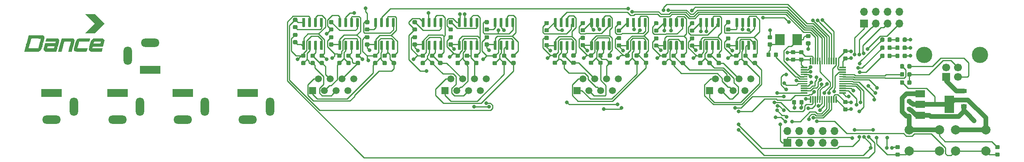
<source format=gbr>
G04 #@! TF.GenerationSoftware,KiCad,Pcbnew,(5.1.4)-1*
G04 #@! TF.CreationDate,2020-09-16T17:38:36+01:00*
G04 #@! TF.ProjectId,reflex-io-board,7265666c-6578-42d6-996f-2d626f617264,rev?*
G04 #@! TF.SameCoordinates,Original*
G04 #@! TF.FileFunction,Copper,L1,Top*
G04 #@! TF.FilePolarity,Positive*
%FSLAX46Y46*%
G04 Gerber Fmt 4.6, Leading zero omitted, Abs format (unit mm)*
G04 Created by KiCad (PCBNEW (5.1.4)-1) date 2020-09-16 17:38:36*
%MOMM*%
%LPD*%
G04 APERTURE LIST*
%ADD10C,0.010000*%
%ADD11R,1.500000X1.500000*%
%ADD12C,1.500000*%
%ADD13C,0.100000*%
%ADD14C,0.875000*%
%ADD15C,0.600000*%
%ADD16R,1.700000X1.700000*%
%ADD17C,1.700000*%
%ADD18C,3.500000*%
%ADD19R,1.200000X0.900000*%
%ADD20O,1.700000X1.700000*%
%ADD21O,1.800000X4.000000*%
%ADD22O,4.000000X1.800000*%
%ADD23R,4.400000X1.800000*%
%ADD24C,2.000000*%
%ADD25R,2.000000X3.800000*%
%ADD26R,2.000000X1.500000*%
%ADD27C,0.300000*%
%ADD28R,2.000000X2.400000*%
%ADD29C,0.800000*%
%ADD30C,0.250000*%
%ADD31C,1.000000*%
G04 APERTURE END LIST*
D10*
G36*
X46578376Y-113029205D02*
G01*
X46832548Y-113029462D01*
X47050647Y-113030146D01*
X47235801Y-113031467D01*
X47391142Y-113033635D01*
X47519798Y-113036860D01*
X47624901Y-113041351D01*
X47709578Y-113047318D01*
X47776961Y-113054971D01*
X47830180Y-113064519D01*
X47872363Y-113076172D01*
X47906641Y-113090140D01*
X47936144Y-113106633D01*
X47964001Y-113125860D01*
X47987016Y-113143207D01*
X48061751Y-113222231D01*
X48121592Y-113327281D01*
X48159121Y-113442714D01*
X48168167Y-113525225D01*
X48162586Y-113568494D01*
X48146673Y-113647799D01*
X48121676Y-113758459D01*
X48088842Y-113895791D01*
X48049417Y-114055112D01*
X48004649Y-114231742D01*
X47955785Y-114420997D01*
X47904070Y-114618194D01*
X47850753Y-114818653D01*
X47797081Y-115017689D01*
X47744300Y-115210621D01*
X47693657Y-115392767D01*
X47646399Y-115559444D01*
X47603773Y-115705970D01*
X47567027Y-115827663D01*
X47537406Y-115919840D01*
X47516159Y-115977819D01*
X47513278Y-115984351D01*
X47431311Y-116118843D01*
X47316925Y-116245765D01*
X47179980Y-116355391D01*
X47074039Y-116417605D01*
X46929917Y-116489916D01*
X45429802Y-116495758D01*
X43929688Y-116501600D01*
X43939008Y-116453425D01*
X43945819Y-116425950D01*
X43962774Y-116360718D01*
X43989042Y-116260855D01*
X44023791Y-116129489D01*
X44066189Y-115969748D01*
X44106594Y-115817875D01*
X44760441Y-115817875D01*
X44768745Y-115824035D01*
X44795605Y-115829226D01*
X44843863Y-115833519D01*
X44916359Y-115836983D01*
X45015935Y-115839688D01*
X45145430Y-115841703D01*
X45307687Y-115843098D01*
X45505546Y-115843942D01*
X45741848Y-115844306D01*
X45839242Y-115844333D01*
X46918151Y-115844333D01*
X46950186Y-115733208D01*
X46972656Y-115653599D01*
X47002545Y-115545195D01*
X47038552Y-115412911D01*
X47079377Y-115261666D01*
X47123719Y-115096374D01*
X47170277Y-114921953D01*
X47217751Y-114743320D01*
X47264839Y-114565390D01*
X47310242Y-114393079D01*
X47352659Y-114231306D01*
X47390788Y-114084986D01*
X47423330Y-113959035D01*
X47448984Y-113858370D01*
X47466448Y-113787908D01*
X47474423Y-113752565D01*
X47474742Y-113750395D01*
X47480250Y-113695916D01*
X46419378Y-113690430D01*
X46173929Y-113689329D01*
X45967562Y-113688822D01*
X45797030Y-113688982D01*
X45659084Y-113689879D01*
X45550478Y-113691584D01*
X45467963Y-113694166D01*
X45408292Y-113697697D01*
X45368217Y-113702248D01*
X45344490Y-113707888D01*
X45334366Y-113714031D01*
X45325169Y-113738505D01*
X45306419Y-113799145D01*
X45279413Y-113891198D01*
X45245447Y-114009913D01*
X45205817Y-114150535D01*
X45161822Y-114308313D01*
X45114756Y-114478493D01*
X45065916Y-114656322D01*
X45016600Y-114837048D01*
X44968104Y-115015918D01*
X44921724Y-115188178D01*
X44878756Y-115349077D01*
X44840498Y-115493861D01*
X44808246Y-115617776D01*
X44783297Y-115716072D01*
X44766947Y-115783994D01*
X44760492Y-115816789D01*
X44760441Y-115817875D01*
X44106594Y-115817875D01*
X44115405Y-115784759D01*
X44170608Y-115577649D01*
X44230964Y-115351547D01*
X44295644Y-115109579D01*
X44363815Y-114854873D01*
X44400695Y-114717208D01*
X44853062Y-113029166D01*
X46285000Y-113029166D01*
X46578376Y-113029205D01*
X46578376Y-113029205D01*
G37*
X46578376Y-113029205D02*
X46832548Y-113029462D01*
X47050647Y-113030146D01*
X47235801Y-113031467D01*
X47391142Y-113033635D01*
X47519798Y-113036860D01*
X47624901Y-113041351D01*
X47709578Y-113047318D01*
X47776961Y-113054971D01*
X47830180Y-113064519D01*
X47872363Y-113076172D01*
X47906641Y-113090140D01*
X47936144Y-113106633D01*
X47964001Y-113125860D01*
X47987016Y-113143207D01*
X48061751Y-113222231D01*
X48121592Y-113327281D01*
X48159121Y-113442714D01*
X48168167Y-113525225D01*
X48162586Y-113568494D01*
X48146673Y-113647799D01*
X48121676Y-113758459D01*
X48088842Y-113895791D01*
X48049417Y-114055112D01*
X48004649Y-114231742D01*
X47955785Y-114420997D01*
X47904070Y-114618194D01*
X47850753Y-114818653D01*
X47797081Y-115017689D01*
X47744300Y-115210621D01*
X47693657Y-115392767D01*
X47646399Y-115559444D01*
X47603773Y-115705970D01*
X47567027Y-115827663D01*
X47537406Y-115919840D01*
X47516159Y-115977819D01*
X47513278Y-115984351D01*
X47431311Y-116118843D01*
X47316925Y-116245765D01*
X47179980Y-116355391D01*
X47074039Y-116417605D01*
X46929917Y-116489916D01*
X45429802Y-116495758D01*
X43929688Y-116501600D01*
X43939008Y-116453425D01*
X43945819Y-116425950D01*
X43962774Y-116360718D01*
X43989042Y-116260855D01*
X44023791Y-116129489D01*
X44066189Y-115969748D01*
X44106594Y-115817875D01*
X44760441Y-115817875D01*
X44768745Y-115824035D01*
X44795605Y-115829226D01*
X44843863Y-115833519D01*
X44916359Y-115836983D01*
X45015935Y-115839688D01*
X45145430Y-115841703D01*
X45307687Y-115843098D01*
X45505546Y-115843942D01*
X45741848Y-115844306D01*
X45839242Y-115844333D01*
X46918151Y-115844333D01*
X46950186Y-115733208D01*
X46972656Y-115653599D01*
X47002545Y-115545195D01*
X47038552Y-115412911D01*
X47079377Y-115261666D01*
X47123719Y-115096374D01*
X47170277Y-114921953D01*
X47217751Y-114743320D01*
X47264839Y-114565390D01*
X47310242Y-114393079D01*
X47352659Y-114231306D01*
X47390788Y-114084986D01*
X47423330Y-113959035D01*
X47448984Y-113858370D01*
X47466448Y-113787908D01*
X47474423Y-113752565D01*
X47474742Y-113750395D01*
X47480250Y-113695916D01*
X46419378Y-113690430D01*
X46173929Y-113689329D01*
X45967562Y-113688822D01*
X45797030Y-113688982D01*
X45659084Y-113689879D01*
X45550478Y-113691584D01*
X45467963Y-113694166D01*
X45408292Y-113697697D01*
X45368217Y-113702248D01*
X45344490Y-113707888D01*
X45334366Y-113714031D01*
X45325169Y-113738505D01*
X45306419Y-113799145D01*
X45279413Y-113891198D01*
X45245447Y-114009913D01*
X45205817Y-114150535D01*
X45161822Y-114308313D01*
X45114756Y-114478493D01*
X45065916Y-114656322D01*
X45016600Y-114837048D01*
X44968104Y-115015918D01*
X44921724Y-115188178D01*
X44878756Y-115349077D01*
X44840498Y-115493861D01*
X44808246Y-115617776D01*
X44783297Y-115716072D01*
X44766947Y-115783994D01*
X44760492Y-115816789D01*
X44760441Y-115817875D01*
X44106594Y-115817875D01*
X44115405Y-115784759D01*
X44170608Y-115577649D01*
X44230964Y-115351547D01*
X44295644Y-115109579D01*
X44363815Y-114854873D01*
X44400695Y-114717208D01*
X44853062Y-113029166D01*
X46285000Y-113029166D01*
X46578376Y-113029205D01*
G36*
X49826158Y-113711110D02*
G01*
X50077986Y-113712427D01*
X50291021Y-113713690D01*
X50468801Y-113715048D01*
X50614867Y-113716649D01*
X50732759Y-113718642D01*
X50826014Y-113721176D01*
X50898174Y-113724398D01*
X50952778Y-113728458D01*
X50993364Y-113733504D01*
X51023473Y-113739684D01*
X51046644Y-113747148D01*
X51066416Y-113756043D01*
X51081213Y-113763780D01*
X51195576Y-113847582D01*
X51278695Y-113957033D01*
X51327415Y-114086110D01*
X51338582Y-114228791D01*
X51336755Y-114251677D01*
X51329759Y-114288198D01*
X51313021Y-114360764D01*
X51287802Y-114464542D01*
X51255363Y-114594701D01*
X51216966Y-114746407D01*
X51173871Y-114914828D01*
X51127339Y-115095130D01*
X51078633Y-115282481D01*
X51029013Y-115472048D01*
X50979741Y-115658999D01*
X50932077Y-115838500D01*
X50887284Y-116005719D01*
X50846621Y-116155823D01*
X50811351Y-116283979D01*
X50782735Y-116385355D01*
X50762033Y-116455118D01*
X50760133Y-116461161D01*
X50755926Y-116469675D01*
X50746934Y-116476865D01*
X50729827Y-116482843D01*
X50701277Y-116487719D01*
X50657955Y-116491606D01*
X50596531Y-116494616D01*
X50513676Y-116496859D01*
X50406061Y-116498448D01*
X50270357Y-116499495D01*
X50103235Y-116500111D01*
X49901366Y-116500408D01*
X49661420Y-116500497D01*
X49587324Y-116500500D01*
X48427001Y-116500500D01*
X48313786Y-116441355D01*
X48200414Y-116360109D01*
X48120356Y-116253269D01*
X48075134Y-116123199D01*
X48066577Y-116058011D01*
X48065514Y-116014242D01*
X48069153Y-115963432D01*
X48078611Y-115900170D01*
X48092512Y-115831384D01*
X48739667Y-115831384D01*
X48742929Y-115840334D01*
X48755360Y-115847583D01*
X48780929Y-115853307D01*
X48823604Y-115857683D01*
X48887352Y-115860885D01*
X48976143Y-115863091D01*
X49093944Y-115864475D01*
X49244724Y-115865214D01*
X49432450Y-115865483D01*
X49509236Y-115865500D01*
X50278804Y-115865500D01*
X50336061Y-115648541D01*
X50360860Y-115554890D01*
X50382464Y-115473874D01*
X50398081Y-115415939D01*
X50404002Y-115394541D01*
X50404654Y-115384931D01*
X50397879Y-115377138D01*
X50379741Y-115370974D01*
X50346302Y-115366248D01*
X50293626Y-115362772D01*
X50217774Y-115360356D01*
X50114810Y-115358810D01*
X49980797Y-115357945D01*
X49811797Y-115357572D01*
X49634161Y-115357500D01*
X48853636Y-115357500D01*
X48796651Y-115577384D01*
X48773139Y-115671166D01*
X48754346Y-115751948D01*
X48742550Y-115809567D01*
X48739667Y-115831384D01*
X48092512Y-115831384D01*
X48095005Y-115819048D01*
X48119453Y-115714655D01*
X48153072Y-115581583D01*
X48196979Y-115414423D01*
X48208220Y-115372196D01*
X48247533Y-115224406D01*
X48283013Y-115090286D01*
X48313261Y-114975185D01*
X48336878Y-114884451D01*
X48352465Y-114823433D01*
X48358623Y-114797478D01*
X48358667Y-114797046D01*
X48379180Y-114794930D01*
X48438109Y-114792948D01*
X48531534Y-114791137D01*
X48655537Y-114789538D01*
X48806199Y-114788188D01*
X48979604Y-114787129D01*
X49171831Y-114786397D01*
X49378963Y-114786033D01*
X49465751Y-114786000D01*
X50572834Y-114786000D01*
X50621612Y-114583667D01*
X50640959Y-114496229D01*
X50653561Y-114424616D01*
X50657908Y-114378411D01*
X50655778Y-114366708D01*
X50632374Y-114363756D01*
X50570678Y-114360777D01*
X50474731Y-114357847D01*
X50348573Y-114355042D01*
X50196247Y-114352437D01*
X50021792Y-114350107D01*
X49829250Y-114348130D01*
X49622662Y-114346579D01*
X49562168Y-114346228D01*
X49320492Y-114344845D01*
X49117788Y-114343452D01*
X48950697Y-114341917D01*
X48815859Y-114340107D01*
X48709913Y-114337888D01*
X48629499Y-114335128D01*
X48571257Y-114331693D01*
X48531827Y-114327450D01*
X48507849Y-114322266D01*
X48495962Y-114316008D01*
X48492806Y-114308542D01*
X48493569Y-114303895D01*
X48503744Y-114267077D01*
X48521502Y-114201812D01*
X48543459Y-114120543D01*
X48549504Y-114098083D01*
X48575969Y-114000450D01*
X48603032Y-113901863D01*
X48625187Y-113822368D01*
X48626721Y-113816943D01*
X48658400Y-113705137D01*
X49826158Y-113711110D01*
X49826158Y-113711110D01*
G37*
X49826158Y-113711110D02*
X50077986Y-113712427D01*
X50291021Y-113713690D01*
X50468801Y-113715048D01*
X50614867Y-113716649D01*
X50732759Y-113718642D01*
X50826014Y-113721176D01*
X50898174Y-113724398D01*
X50952778Y-113728458D01*
X50993364Y-113733504D01*
X51023473Y-113739684D01*
X51046644Y-113747148D01*
X51066416Y-113756043D01*
X51081213Y-113763780D01*
X51195576Y-113847582D01*
X51278695Y-113957033D01*
X51327415Y-114086110D01*
X51338582Y-114228791D01*
X51336755Y-114251677D01*
X51329759Y-114288198D01*
X51313021Y-114360764D01*
X51287802Y-114464542D01*
X51255363Y-114594701D01*
X51216966Y-114746407D01*
X51173871Y-114914828D01*
X51127339Y-115095130D01*
X51078633Y-115282481D01*
X51029013Y-115472048D01*
X50979741Y-115658999D01*
X50932077Y-115838500D01*
X50887284Y-116005719D01*
X50846621Y-116155823D01*
X50811351Y-116283979D01*
X50782735Y-116385355D01*
X50762033Y-116455118D01*
X50760133Y-116461161D01*
X50755926Y-116469675D01*
X50746934Y-116476865D01*
X50729827Y-116482843D01*
X50701277Y-116487719D01*
X50657955Y-116491606D01*
X50596531Y-116494616D01*
X50513676Y-116496859D01*
X50406061Y-116498448D01*
X50270357Y-116499495D01*
X50103235Y-116500111D01*
X49901366Y-116500408D01*
X49661420Y-116500497D01*
X49587324Y-116500500D01*
X48427001Y-116500500D01*
X48313786Y-116441355D01*
X48200414Y-116360109D01*
X48120356Y-116253269D01*
X48075134Y-116123199D01*
X48066577Y-116058011D01*
X48065514Y-116014242D01*
X48069153Y-115963432D01*
X48078611Y-115900170D01*
X48092512Y-115831384D01*
X48739667Y-115831384D01*
X48742929Y-115840334D01*
X48755360Y-115847583D01*
X48780929Y-115853307D01*
X48823604Y-115857683D01*
X48887352Y-115860885D01*
X48976143Y-115863091D01*
X49093944Y-115864475D01*
X49244724Y-115865214D01*
X49432450Y-115865483D01*
X49509236Y-115865500D01*
X50278804Y-115865500D01*
X50336061Y-115648541D01*
X50360860Y-115554890D01*
X50382464Y-115473874D01*
X50398081Y-115415939D01*
X50404002Y-115394541D01*
X50404654Y-115384931D01*
X50397879Y-115377138D01*
X50379741Y-115370974D01*
X50346302Y-115366248D01*
X50293626Y-115362772D01*
X50217774Y-115360356D01*
X50114810Y-115358810D01*
X49980797Y-115357945D01*
X49811797Y-115357572D01*
X49634161Y-115357500D01*
X48853636Y-115357500D01*
X48796651Y-115577384D01*
X48773139Y-115671166D01*
X48754346Y-115751948D01*
X48742550Y-115809567D01*
X48739667Y-115831384D01*
X48092512Y-115831384D01*
X48095005Y-115819048D01*
X48119453Y-115714655D01*
X48153072Y-115581583D01*
X48196979Y-115414423D01*
X48208220Y-115372196D01*
X48247533Y-115224406D01*
X48283013Y-115090286D01*
X48313261Y-114975185D01*
X48336878Y-114884451D01*
X48352465Y-114823433D01*
X48358623Y-114797478D01*
X48358667Y-114797046D01*
X48379180Y-114794930D01*
X48438109Y-114792948D01*
X48531534Y-114791137D01*
X48655537Y-114789538D01*
X48806199Y-114788188D01*
X48979604Y-114787129D01*
X49171831Y-114786397D01*
X49378963Y-114786033D01*
X49465751Y-114786000D01*
X50572834Y-114786000D01*
X50621612Y-114583667D01*
X50640959Y-114496229D01*
X50653561Y-114424616D01*
X50657908Y-114378411D01*
X50655778Y-114366708D01*
X50632374Y-114363756D01*
X50570678Y-114360777D01*
X50474731Y-114357847D01*
X50348573Y-114355042D01*
X50196247Y-114352437D01*
X50021792Y-114350107D01*
X49829250Y-114348130D01*
X49622662Y-114346579D01*
X49562168Y-114346228D01*
X49320492Y-114344845D01*
X49117788Y-114343452D01*
X48950697Y-114341917D01*
X48815859Y-114340107D01*
X48709913Y-114337888D01*
X48629499Y-114335128D01*
X48571257Y-114331693D01*
X48531827Y-114327450D01*
X48507849Y-114322266D01*
X48495962Y-114316008D01*
X48492806Y-114308542D01*
X48493569Y-114303895D01*
X48503744Y-114267077D01*
X48521502Y-114201812D01*
X48543459Y-114120543D01*
X48549504Y-114098083D01*
X48575969Y-114000450D01*
X48603032Y-113901863D01*
X48625187Y-113822368D01*
X48626721Y-113816943D01*
X48658400Y-113705137D01*
X49826158Y-113711110D01*
G36*
X54392652Y-113773953D02*
G01*
X54496101Y-113856901D01*
X54575179Y-113965001D01*
X54624900Y-114088148D01*
X54640277Y-114216237D01*
X54635705Y-114266527D01*
X54628349Y-114299603D01*
X54611511Y-114367710D01*
X54586404Y-114466277D01*
X54554242Y-114590738D01*
X54516240Y-114736522D01*
X54473613Y-114899063D01*
X54427573Y-115073791D01*
X54379336Y-115256139D01*
X54330115Y-115441537D01*
X54281125Y-115625417D01*
X54233580Y-115803210D01*
X54188695Y-115970349D01*
X54147682Y-116122265D01*
X54111758Y-116254389D01*
X54082135Y-116362153D01*
X54060028Y-116440989D01*
X54046652Y-116486327D01*
X54043248Y-116495640D01*
X54021132Y-116497364D01*
X53964218Y-116498117D01*
X53880030Y-116497894D01*
X53776091Y-116496693D01*
X53721752Y-116495775D01*
X53406250Y-116489916D01*
X53688990Y-115435295D01*
X53743292Y-115231478D01*
X53793626Y-115040085D01*
X53839018Y-114864991D01*
X53878495Y-114710070D01*
X53911084Y-114579198D01*
X53935812Y-114476249D01*
X53951706Y-114405097D01*
X53957793Y-114369617D01*
X53957465Y-114366378D01*
X53933186Y-114362354D01*
X53872596Y-114358570D01*
X53781717Y-114355087D01*
X53666571Y-114351966D01*
X53533181Y-114349266D01*
X53387567Y-114347048D01*
X53235752Y-114345372D01*
X53083759Y-114344299D01*
X52937608Y-114343887D01*
X52803323Y-114344199D01*
X52686924Y-114345293D01*
X52594435Y-114347230D01*
X52531877Y-114350070D01*
X52513097Y-114351936D01*
X52492453Y-114353993D01*
X52474952Y-114355571D01*
X52459525Y-114359754D01*
X52445106Y-114369628D01*
X52430629Y-114388277D01*
X52415026Y-114418785D01*
X52397229Y-114464239D01*
X52376173Y-114527722D01*
X52350790Y-114612319D01*
X52320012Y-114721116D01*
X52282774Y-114857196D01*
X52238008Y-115023645D01*
X52184647Y-115223548D01*
X52121624Y-115459989D01*
X52093901Y-115563875D01*
X51843805Y-116500500D01*
X51200004Y-116500500D01*
X51261069Y-116272958D01*
X51278093Y-116209503D01*
X51304837Y-116109794D01*
X51340058Y-115978466D01*
X51382514Y-115820153D01*
X51430961Y-115639490D01*
X51484156Y-115441113D01*
X51540856Y-115229656D01*
X51599820Y-115009753D01*
X51634275Y-114881250D01*
X51946417Y-113717083D01*
X54295917Y-113717083D01*
X54392652Y-113773953D01*
X54392652Y-113773953D01*
G37*
X54392652Y-113773953D02*
X54496101Y-113856901D01*
X54575179Y-113965001D01*
X54624900Y-114088148D01*
X54640277Y-114216237D01*
X54635705Y-114266527D01*
X54628349Y-114299603D01*
X54611511Y-114367710D01*
X54586404Y-114466277D01*
X54554242Y-114590738D01*
X54516240Y-114736522D01*
X54473613Y-114899063D01*
X54427573Y-115073791D01*
X54379336Y-115256139D01*
X54330115Y-115441537D01*
X54281125Y-115625417D01*
X54233580Y-115803210D01*
X54188695Y-115970349D01*
X54147682Y-116122265D01*
X54111758Y-116254389D01*
X54082135Y-116362153D01*
X54060028Y-116440989D01*
X54046652Y-116486327D01*
X54043248Y-116495640D01*
X54021132Y-116497364D01*
X53964218Y-116498117D01*
X53880030Y-116497894D01*
X53776091Y-116496693D01*
X53721752Y-116495775D01*
X53406250Y-116489916D01*
X53688990Y-115435295D01*
X53743292Y-115231478D01*
X53793626Y-115040085D01*
X53839018Y-114864991D01*
X53878495Y-114710070D01*
X53911084Y-114579198D01*
X53935812Y-114476249D01*
X53951706Y-114405097D01*
X53957793Y-114369617D01*
X53957465Y-114366378D01*
X53933186Y-114362354D01*
X53872596Y-114358570D01*
X53781717Y-114355087D01*
X53666571Y-114351966D01*
X53533181Y-114349266D01*
X53387567Y-114347048D01*
X53235752Y-114345372D01*
X53083759Y-114344299D01*
X52937608Y-114343887D01*
X52803323Y-114344199D01*
X52686924Y-114345293D01*
X52594435Y-114347230D01*
X52531877Y-114350070D01*
X52513097Y-114351936D01*
X52492453Y-114353993D01*
X52474952Y-114355571D01*
X52459525Y-114359754D01*
X52445106Y-114369628D01*
X52430629Y-114388277D01*
X52415026Y-114418785D01*
X52397229Y-114464239D01*
X52376173Y-114527722D01*
X52350790Y-114612319D01*
X52320012Y-114721116D01*
X52282774Y-114857196D01*
X52238008Y-115023645D01*
X52184647Y-115223548D01*
X52121624Y-115459989D01*
X52093901Y-115563875D01*
X51843805Y-116500500D01*
X51200004Y-116500500D01*
X51261069Y-116272958D01*
X51278093Y-116209503D01*
X51304837Y-116109794D01*
X51340058Y-115978466D01*
X51382514Y-115820153D01*
X51430961Y-115639490D01*
X51484156Y-115441113D01*
X51540856Y-115229656D01*
X51599820Y-115009753D01*
X51634275Y-114881250D01*
X51946417Y-113717083D01*
X54295917Y-113717083D01*
X54392652Y-113773953D01*
G36*
X57624581Y-113708782D02*
G01*
X57741136Y-113709569D01*
X57831484Y-113711078D01*
X57898850Y-113713398D01*
X57946458Y-113716614D01*
X57977535Y-113720815D01*
X57995304Y-113726089D01*
X58002992Y-113732521D01*
X58003823Y-113740201D01*
X58003189Y-113742860D01*
X57993460Y-113778563D01*
X57975867Y-113844548D01*
X57953247Y-113930140D01*
X57936926Y-113992250D01*
X57911102Y-114089406D01*
X57886847Y-114178336D01*
X57867629Y-114246430D01*
X57859978Y-114271979D01*
X57838531Y-114340043D01*
X56751597Y-114346063D01*
X56540981Y-114347504D01*
X56343256Y-114349387D01*
X56162448Y-114351637D01*
X56002583Y-114354179D01*
X55867687Y-114356937D01*
X55761784Y-114359836D01*
X55688901Y-114362801D01*
X55653062Y-114365756D01*
X55650092Y-114366670D01*
X55640697Y-114390576D01*
X55622270Y-114449727D01*
X55596359Y-114538376D01*
X55564509Y-114650776D01*
X55528267Y-114781182D01*
X55489179Y-114923847D01*
X55448792Y-115073024D01*
X55408652Y-115222968D01*
X55370305Y-115367932D01*
X55335298Y-115502171D01*
X55305177Y-115619936D01*
X55281489Y-115715483D01*
X55265780Y-115783065D01*
X55259596Y-115816935D01*
X55259560Y-115817875D01*
X55259000Y-115865500D01*
X56350510Y-115865500D01*
X56593559Y-115865564D01*
X56797621Y-115865836D01*
X56966041Y-115866428D01*
X57102164Y-115867457D01*
X57209336Y-115869036D01*
X57290902Y-115871280D01*
X57350209Y-115874304D01*
X57390600Y-115878223D01*
X57415423Y-115883151D01*
X57428022Y-115889203D01*
X57431744Y-115896494D01*
X57430815Y-115902541D01*
X57421113Y-115936903D01*
X57403139Y-116002543D01*
X57379515Y-116089830D01*
X57354500Y-116183000D01*
X57327953Y-116281853D01*
X57304594Y-116368111D01*
X57287044Y-116432142D01*
X57278186Y-116463458D01*
X57273676Y-116471495D01*
X57263200Y-116478277D01*
X57243440Y-116483906D01*
X57211083Y-116488486D01*
X57162811Y-116492119D01*
X57095310Y-116494908D01*
X57005264Y-116496955D01*
X56889356Y-116498363D01*
X56744272Y-116499236D01*
X56566696Y-116499675D01*
X56353312Y-116499784D01*
X56109532Y-116499671D01*
X55850915Y-116499326D01*
X55631354Y-116498634D01*
X55447570Y-116497512D01*
X55296288Y-116495876D01*
X55174229Y-116493642D01*
X55078116Y-116490728D01*
X55004673Y-116487048D01*
X54950622Y-116482520D01*
X54912685Y-116477060D01*
X54887586Y-116470585D01*
X54881853Y-116468338D01*
X54768567Y-116405988D01*
X54686754Y-116327500D01*
X54629198Y-116230099D01*
X54599190Y-116156112D01*
X54585515Y-116091870D01*
X54584756Y-116016334D01*
X54587627Y-115974183D01*
X54596968Y-115910670D01*
X54616719Y-115813545D01*
X54645271Y-115688719D01*
X54681015Y-115542101D01*
X54722340Y-115379603D01*
X54767639Y-115207134D01*
X54815300Y-115030605D01*
X54863716Y-114855927D01*
X54911276Y-114689009D01*
X54956370Y-114535763D01*
X54997391Y-114402098D01*
X55032727Y-114293925D01*
X55060770Y-114217154D01*
X55074306Y-114186927D01*
X55163262Y-114056501D01*
X55284645Y-113934636D01*
X55428554Y-113830468D01*
X55507780Y-113786929D01*
X55649623Y-113717083D01*
X56831788Y-113711110D01*
X57085422Y-113709881D01*
X57299949Y-113709025D01*
X57478593Y-113708630D01*
X57624581Y-113708782D01*
X57624581Y-113708782D01*
G37*
X57624581Y-113708782D02*
X57741136Y-113709569D01*
X57831484Y-113711078D01*
X57898850Y-113713398D01*
X57946458Y-113716614D01*
X57977535Y-113720815D01*
X57995304Y-113726089D01*
X58002992Y-113732521D01*
X58003823Y-113740201D01*
X58003189Y-113742860D01*
X57993460Y-113778563D01*
X57975867Y-113844548D01*
X57953247Y-113930140D01*
X57936926Y-113992250D01*
X57911102Y-114089406D01*
X57886847Y-114178336D01*
X57867629Y-114246430D01*
X57859978Y-114271979D01*
X57838531Y-114340043D01*
X56751597Y-114346063D01*
X56540981Y-114347504D01*
X56343256Y-114349387D01*
X56162448Y-114351637D01*
X56002583Y-114354179D01*
X55867687Y-114356937D01*
X55761784Y-114359836D01*
X55688901Y-114362801D01*
X55653062Y-114365756D01*
X55650092Y-114366670D01*
X55640697Y-114390576D01*
X55622270Y-114449727D01*
X55596359Y-114538376D01*
X55564509Y-114650776D01*
X55528267Y-114781182D01*
X55489179Y-114923847D01*
X55448792Y-115073024D01*
X55408652Y-115222968D01*
X55370305Y-115367932D01*
X55335298Y-115502171D01*
X55305177Y-115619936D01*
X55281489Y-115715483D01*
X55265780Y-115783065D01*
X55259596Y-115816935D01*
X55259560Y-115817875D01*
X55259000Y-115865500D01*
X56350510Y-115865500D01*
X56593559Y-115865564D01*
X56797621Y-115865836D01*
X56966041Y-115866428D01*
X57102164Y-115867457D01*
X57209336Y-115869036D01*
X57290902Y-115871280D01*
X57350209Y-115874304D01*
X57390600Y-115878223D01*
X57415423Y-115883151D01*
X57428022Y-115889203D01*
X57431744Y-115896494D01*
X57430815Y-115902541D01*
X57421113Y-115936903D01*
X57403139Y-116002543D01*
X57379515Y-116089830D01*
X57354500Y-116183000D01*
X57327953Y-116281853D01*
X57304594Y-116368111D01*
X57287044Y-116432142D01*
X57278186Y-116463458D01*
X57273676Y-116471495D01*
X57263200Y-116478277D01*
X57243440Y-116483906D01*
X57211083Y-116488486D01*
X57162811Y-116492119D01*
X57095310Y-116494908D01*
X57005264Y-116496955D01*
X56889356Y-116498363D01*
X56744272Y-116499236D01*
X56566696Y-116499675D01*
X56353312Y-116499784D01*
X56109532Y-116499671D01*
X55850915Y-116499326D01*
X55631354Y-116498634D01*
X55447570Y-116497512D01*
X55296288Y-116495876D01*
X55174229Y-116493642D01*
X55078116Y-116490728D01*
X55004673Y-116487048D01*
X54950622Y-116482520D01*
X54912685Y-116477060D01*
X54887586Y-116470585D01*
X54881853Y-116468338D01*
X54768567Y-116405988D01*
X54686754Y-116327500D01*
X54629198Y-116230099D01*
X54599190Y-116156112D01*
X54585515Y-116091870D01*
X54584756Y-116016334D01*
X54587627Y-115974183D01*
X54596968Y-115910670D01*
X54616719Y-115813545D01*
X54645271Y-115688719D01*
X54681015Y-115542101D01*
X54722340Y-115379603D01*
X54767639Y-115207134D01*
X54815300Y-115030605D01*
X54863716Y-114855927D01*
X54911276Y-114689009D01*
X54956370Y-114535763D01*
X54997391Y-114402098D01*
X55032727Y-114293925D01*
X55060770Y-114217154D01*
X55074306Y-114186927D01*
X55163262Y-114056501D01*
X55284645Y-113934636D01*
X55428554Y-113830468D01*
X55507780Y-113786929D01*
X55649623Y-113717083D01*
X56831788Y-113711110D01*
X57085422Y-113709881D01*
X57299949Y-113709025D01*
X57478593Y-113708630D01*
X57624581Y-113708782D01*
G36*
X60065859Y-113707066D02*
G01*
X60275765Y-113708786D01*
X60445880Y-113711694D01*
X60577469Y-113715823D01*
X60671796Y-113721207D01*
X60730125Y-113727879D01*
X60744163Y-113731065D01*
X60860339Y-113786854D01*
X60957889Y-113874577D01*
X61030610Y-113985696D01*
X61072295Y-114111672D01*
X61079834Y-114192906D01*
X61074441Y-114240551D01*
X61059304Y-114322528D01*
X61035987Y-114432376D01*
X61006054Y-114563633D01*
X60971067Y-114709837D01*
X60932591Y-114864525D01*
X60892188Y-115021234D01*
X60851421Y-115173503D01*
X60811855Y-115314870D01*
X60791727Y-115383770D01*
X60787049Y-115391961D01*
X60776028Y-115398882D01*
X60755273Y-115404663D01*
X60721391Y-115409432D01*
X60670992Y-115413318D01*
X60600681Y-115416451D01*
X60507069Y-115418958D01*
X60386762Y-115420968D01*
X60236369Y-115422612D01*
X60052498Y-115424016D01*
X59831757Y-115425311D01*
X59677386Y-115426103D01*
X58574005Y-115431583D01*
X58526559Y-115611500D01*
X58504862Y-115697262D01*
X58488022Y-115770418D01*
X58478719Y-115819061D01*
X58477723Y-115828458D01*
X58479422Y-115836716D01*
X58487444Y-115843651D01*
X58505167Y-115849377D01*
X58535968Y-115854009D01*
X58583227Y-115857663D01*
X58650321Y-115860454D01*
X58740628Y-115862495D01*
X58857528Y-115863903D01*
X59004398Y-115864792D01*
X59184615Y-115865277D01*
X59401560Y-115865473D01*
X59566417Y-115865500D01*
X59776749Y-115865798D01*
X59973712Y-115866656D01*
X60153358Y-115868015D01*
X60311741Y-115869818D01*
X60444914Y-115872007D01*
X60548931Y-115874526D01*
X60619844Y-115877315D01*
X60653707Y-115880319D01*
X60656079Y-115881375D01*
X60650656Y-115906458D01*
X60636028Y-115964673D01*
X60614189Y-116048327D01*
X60587129Y-116149724D01*
X60575274Y-116193583D01*
X60494890Y-116489916D01*
X59332154Y-116494839D01*
X59079600Y-116495837D01*
X58865841Y-116496452D01*
X58687338Y-116496590D01*
X58540552Y-116496154D01*
X58421947Y-116495050D01*
X58327983Y-116493180D01*
X58255122Y-116490451D01*
X58199827Y-116486765D01*
X58158558Y-116482028D01*
X58127779Y-116476143D01*
X58103950Y-116469015D01*
X58084750Y-116461106D01*
X57992711Y-116401999D01*
X57908739Y-116317926D01*
X57844920Y-116222678D01*
X57818975Y-116157741D01*
X57806218Y-116078471D01*
X57803807Y-115989193D01*
X57805868Y-115960750D01*
X57813848Y-115917315D01*
X57831474Y-115839645D01*
X57857275Y-115733264D01*
X57889779Y-115603695D01*
X57927516Y-115456461D01*
X57969014Y-115297085D01*
X58012802Y-115131092D01*
X58057408Y-114964004D01*
X58095413Y-114823355D01*
X58738435Y-114823355D01*
X58746019Y-114830785D01*
X58765995Y-114836667D01*
X58802255Y-114841180D01*
X58858692Y-114844502D01*
X58939198Y-114846811D01*
X59047665Y-114848286D01*
X59187986Y-114849105D01*
X59364054Y-114849448D01*
X59508917Y-114849500D01*
X60292029Y-114849500D01*
X60338452Y-114677453D01*
X60361771Y-114587696D01*
X60381724Y-114504906D01*
X60394676Y-114444306D01*
X60396225Y-114435471D01*
X60400333Y-114387556D01*
X60384167Y-114364872D01*
X60336895Y-114352396D01*
X60336245Y-114352275D01*
X60298007Y-114349233D01*
X60223140Y-114346842D01*
X60117341Y-114345152D01*
X59986312Y-114344216D01*
X59835750Y-114344082D01*
X59671355Y-114344803D01*
X59580563Y-114345548D01*
X59391270Y-114347509D01*
X59239873Y-114349572D01*
X59121935Y-114352012D01*
X59033018Y-114355106D01*
X58968687Y-114359130D01*
X58924503Y-114364360D01*
X58896030Y-114371073D01*
X58878831Y-114379545D01*
X58868599Y-114389872D01*
X58850837Y-114427305D01*
X58827876Y-114493631D01*
X58803876Y-114576458D01*
X58796944Y-114603278D01*
X58775138Y-114688108D01*
X58755718Y-114759911D01*
X58741993Y-114806572D01*
X58739351Y-114814197D01*
X58738435Y-114823355D01*
X58095413Y-114823355D01*
X58101361Y-114801346D01*
X58143190Y-114648639D01*
X58181423Y-114511409D01*
X58214590Y-114395177D01*
X58241219Y-114305469D01*
X58259838Y-114247806D01*
X58266774Y-114230458D01*
X58363047Y-114083861D01*
X58487940Y-113951801D01*
X58631643Y-113842668D01*
X58784346Y-113764854D01*
X58829453Y-113749177D01*
X58866570Y-113738434D01*
X58904603Y-113729654D01*
X58948092Y-113722641D01*
X59001578Y-113717198D01*
X59069600Y-113713129D01*
X59156701Y-113710236D01*
X59267419Y-113708323D01*
X59406296Y-113707195D01*
X59577871Y-113706653D01*
X59786686Y-113706501D01*
X59814899Y-113706500D01*
X60065859Y-113707066D01*
X60065859Y-113707066D01*
G37*
X60065859Y-113707066D02*
X60275765Y-113708786D01*
X60445880Y-113711694D01*
X60577469Y-113715823D01*
X60671796Y-113721207D01*
X60730125Y-113727879D01*
X60744163Y-113731065D01*
X60860339Y-113786854D01*
X60957889Y-113874577D01*
X61030610Y-113985696D01*
X61072295Y-114111672D01*
X61079834Y-114192906D01*
X61074441Y-114240551D01*
X61059304Y-114322528D01*
X61035987Y-114432376D01*
X61006054Y-114563633D01*
X60971067Y-114709837D01*
X60932591Y-114864525D01*
X60892188Y-115021234D01*
X60851421Y-115173503D01*
X60811855Y-115314870D01*
X60791727Y-115383770D01*
X60787049Y-115391961D01*
X60776028Y-115398882D01*
X60755273Y-115404663D01*
X60721391Y-115409432D01*
X60670992Y-115413318D01*
X60600681Y-115416451D01*
X60507069Y-115418958D01*
X60386762Y-115420968D01*
X60236369Y-115422612D01*
X60052498Y-115424016D01*
X59831757Y-115425311D01*
X59677386Y-115426103D01*
X58574005Y-115431583D01*
X58526559Y-115611500D01*
X58504862Y-115697262D01*
X58488022Y-115770418D01*
X58478719Y-115819061D01*
X58477723Y-115828458D01*
X58479422Y-115836716D01*
X58487444Y-115843651D01*
X58505167Y-115849377D01*
X58535968Y-115854009D01*
X58583227Y-115857663D01*
X58650321Y-115860454D01*
X58740628Y-115862495D01*
X58857528Y-115863903D01*
X59004398Y-115864792D01*
X59184615Y-115865277D01*
X59401560Y-115865473D01*
X59566417Y-115865500D01*
X59776749Y-115865798D01*
X59973712Y-115866656D01*
X60153358Y-115868015D01*
X60311741Y-115869818D01*
X60444914Y-115872007D01*
X60548931Y-115874526D01*
X60619844Y-115877315D01*
X60653707Y-115880319D01*
X60656079Y-115881375D01*
X60650656Y-115906458D01*
X60636028Y-115964673D01*
X60614189Y-116048327D01*
X60587129Y-116149724D01*
X60575274Y-116193583D01*
X60494890Y-116489916D01*
X59332154Y-116494839D01*
X59079600Y-116495837D01*
X58865841Y-116496452D01*
X58687338Y-116496590D01*
X58540552Y-116496154D01*
X58421947Y-116495050D01*
X58327983Y-116493180D01*
X58255122Y-116490451D01*
X58199827Y-116486765D01*
X58158558Y-116482028D01*
X58127779Y-116476143D01*
X58103950Y-116469015D01*
X58084750Y-116461106D01*
X57992711Y-116401999D01*
X57908739Y-116317926D01*
X57844920Y-116222678D01*
X57818975Y-116157741D01*
X57806218Y-116078471D01*
X57803807Y-115989193D01*
X57805868Y-115960750D01*
X57813848Y-115917315D01*
X57831474Y-115839645D01*
X57857275Y-115733264D01*
X57889779Y-115603695D01*
X57927516Y-115456461D01*
X57969014Y-115297085D01*
X58012802Y-115131092D01*
X58057408Y-114964004D01*
X58095413Y-114823355D01*
X58738435Y-114823355D01*
X58746019Y-114830785D01*
X58765995Y-114836667D01*
X58802255Y-114841180D01*
X58858692Y-114844502D01*
X58939198Y-114846811D01*
X59047665Y-114848286D01*
X59187986Y-114849105D01*
X59364054Y-114849448D01*
X59508917Y-114849500D01*
X60292029Y-114849500D01*
X60338452Y-114677453D01*
X60361771Y-114587696D01*
X60381724Y-114504906D01*
X60394676Y-114444306D01*
X60396225Y-114435471D01*
X60400333Y-114387556D01*
X60384167Y-114364872D01*
X60336895Y-114352396D01*
X60336245Y-114352275D01*
X60298007Y-114349233D01*
X60223140Y-114346842D01*
X60117341Y-114345152D01*
X59986312Y-114344216D01*
X59835750Y-114344082D01*
X59671355Y-114344803D01*
X59580563Y-114345548D01*
X59391270Y-114347509D01*
X59239873Y-114349572D01*
X59121935Y-114352012D01*
X59033018Y-114355106D01*
X58968687Y-114359130D01*
X58924503Y-114364360D01*
X58896030Y-114371073D01*
X58878831Y-114379545D01*
X58868599Y-114389872D01*
X58850837Y-114427305D01*
X58827876Y-114493631D01*
X58803876Y-114576458D01*
X58796944Y-114603278D01*
X58775138Y-114688108D01*
X58755718Y-114759911D01*
X58741993Y-114806572D01*
X58739351Y-114814197D01*
X58738435Y-114823355D01*
X58095413Y-114823355D01*
X58101361Y-114801346D01*
X58143190Y-114648639D01*
X58181423Y-114511409D01*
X58214590Y-114395177D01*
X58241219Y-114305469D01*
X58259838Y-114247806D01*
X58266774Y-114230458D01*
X58363047Y-114083861D01*
X58487940Y-113951801D01*
X58631643Y-113842668D01*
X58784346Y-113764854D01*
X58829453Y-113749177D01*
X58866570Y-113738434D01*
X58904603Y-113729654D01*
X58948092Y-113722641D01*
X59001578Y-113717198D01*
X59069600Y-113713129D01*
X59156701Y-113710236D01*
X59267419Y-113708323D01*
X59406296Y-113707195D01*
X59577871Y-113706653D01*
X59786686Y-113706501D01*
X59814899Y-113706500D01*
X60065859Y-113707066D01*
G36*
X58042445Y-108500117D02*
G01*
X59058417Y-108500735D01*
X61090417Y-110507183D01*
X60074500Y-111524758D01*
X59058582Y-112542333D01*
X57026582Y-112542333D01*
X58037181Y-111531570D01*
X59047779Y-110520807D01*
X58037126Y-109510153D01*
X57026472Y-108499500D01*
X58042445Y-108500117D01*
X58042445Y-108500117D01*
G37*
X58042445Y-108500117D02*
X59058417Y-108500735D01*
X61090417Y-110507183D01*
X60074500Y-111524758D01*
X59058582Y-112542333D01*
X57026582Y-112542333D01*
X58037181Y-111531570D01*
X59047779Y-110520807D01*
X58037126Y-109510153D01*
X57026472Y-108499500D01*
X58042445Y-108500117D01*
D11*
X134500000Y-125000000D03*
D12*
X135770000Y-122460000D03*
X137040000Y-125000000D03*
X138310000Y-122460000D03*
X139580000Y-125000000D03*
X140850000Y-122460000D03*
X142120000Y-125000000D03*
X143390000Y-122460000D03*
D13*
G36*
X188027691Y-113276053D02*
G01*
X188048926Y-113279203D01*
X188069750Y-113284419D01*
X188089962Y-113291651D01*
X188109368Y-113300830D01*
X188127781Y-113311866D01*
X188145024Y-113324654D01*
X188160930Y-113339070D01*
X188175346Y-113354976D01*
X188188134Y-113372219D01*
X188199170Y-113390632D01*
X188208349Y-113410038D01*
X188215581Y-113430250D01*
X188220797Y-113451074D01*
X188223947Y-113472309D01*
X188225000Y-113493750D01*
X188225000Y-113931250D01*
X188223947Y-113952691D01*
X188220797Y-113973926D01*
X188215581Y-113994750D01*
X188208349Y-114014962D01*
X188199170Y-114034368D01*
X188188134Y-114052781D01*
X188175346Y-114070024D01*
X188160930Y-114085930D01*
X188145024Y-114100346D01*
X188127781Y-114113134D01*
X188109368Y-114124170D01*
X188089962Y-114133349D01*
X188069750Y-114140581D01*
X188048926Y-114145797D01*
X188027691Y-114148947D01*
X188006250Y-114150000D01*
X187493750Y-114150000D01*
X187472309Y-114148947D01*
X187451074Y-114145797D01*
X187430250Y-114140581D01*
X187410038Y-114133349D01*
X187390632Y-114124170D01*
X187372219Y-114113134D01*
X187354976Y-114100346D01*
X187339070Y-114085930D01*
X187324654Y-114070024D01*
X187311866Y-114052781D01*
X187300830Y-114034368D01*
X187291651Y-114014962D01*
X187284419Y-113994750D01*
X187279203Y-113973926D01*
X187276053Y-113952691D01*
X187275000Y-113931250D01*
X187275000Y-113493750D01*
X187276053Y-113472309D01*
X187279203Y-113451074D01*
X187284419Y-113430250D01*
X187291651Y-113410038D01*
X187300830Y-113390632D01*
X187311866Y-113372219D01*
X187324654Y-113354976D01*
X187339070Y-113339070D01*
X187354976Y-113324654D01*
X187372219Y-113311866D01*
X187390632Y-113300830D01*
X187410038Y-113291651D01*
X187430250Y-113284419D01*
X187451074Y-113279203D01*
X187472309Y-113276053D01*
X187493750Y-113275000D01*
X188006250Y-113275000D01*
X188027691Y-113276053D01*
X188027691Y-113276053D01*
G37*
D14*
X187750000Y-113712500D03*
D13*
G36*
X188027691Y-114851053D02*
G01*
X188048926Y-114854203D01*
X188069750Y-114859419D01*
X188089962Y-114866651D01*
X188109368Y-114875830D01*
X188127781Y-114886866D01*
X188145024Y-114899654D01*
X188160930Y-114914070D01*
X188175346Y-114929976D01*
X188188134Y-114947219D01*
X188199170Y-114965632D01*
X188208349Y-114985038D01*
X188215581Y-115005250D01*
X188220797Y-115026074D01*
X188223947Y-115047309D01*
X188225000Y-115068750D01*
X188225000Y-115506250D01*
X188223947Y-115527691D01*
X188220797Y-115548926D01*
X188215581Y-115569750D01*
X188208349Y-115589962D01*
X188199170Y-115609368D01*
X188188134Y-115627781D01*
X188175346Y-115645024D01*
X188160930Y-115660930D01*
X188145024Y-115675346D01*
X188127781Y-115688134D01*
X188109368Y-115699170D01*
X188089962Y-115708349D01*
X188069750Y-115715581D01*
X188048926Y-115720797D01*
X188027691Y-115723947D01*
X188006250Y-115725000D01*
X187493750Y-115725000D01*
X187472309Y-115723947D01*
X187451074Y-115720797D01*
X187430250Y-115715581D01*
X187410038Y-115708349D01*
X187390632Y-115699170D01*
X187372219Y-115688134D01*
X187354976Y-115675346D01*
X187339070Y-115660930D01*
X187324654Y-115645024D01*
X187311866Y-115627781D01*
X187300830Y-115609368D01*
X187291651Y-115589962D01*
X187284419Y-115569750D01*
X187279203Y-115548926D01*
X187276053Y-115527691D01*
X187275000Y-115506250D01*
X187275000Y-115068750D01*
X187276053Y-115047309D01*
X187279203Y-115026074D01*
X187284419Y-115005250D01*
X187291651Y-114985038D01*
X187300830Y-114965632D01*
X187311866Y-114947219D01*
X187324654Y-114929976D01*
X187339070Y-114914070D01*
X187354976Y-114899654D01*
X187372219Y-114886866D01*
X187390632Y-114875830D01*
X187410038Y-114866651D01*
X187430250Y-114859419D01*
X187451074Y-114854203D01*
X187472309Y-114851053D01*
X187493750Y-114850000D01*
X188006250Y-114850000D01*
X188027691Y-114851053D01*
X188027691Y-114851053D01*
G37*
D14*
X187750000Y-115287500D03*
D13*
G36*
X195777691Y-113276053D02*
G01*
X195798926Y-113279203D01*
X195819750Y-113284419D01*
X195839962Y-113291651D01*
X195859368Y-113300830D01*
X195877781Y-113311866D01*
X195895024Y-113324654D01*
X195910930Y-113339070D01*
X195925346Y-113354976D01*
X195938134Y-113372219D01*
X195949170Y-113390632D01*
X195958349Y-113410038D01*
X195965581Y-113430250D01*
X195970797Y-113451074D01*
X195973947Y-113472309D01*
X195975000Y-113493750D01*
X195975000Y-113931250D01*
X195973947Y-113952691D01*
X195970797Y-113973926D01*
X195965581Y-113994750D01*
X195958349Y-114014962D01*
X195949170Y-114034368D01*
X195938134Y-114052781D01*
X195925346Y-114070024D01*
X195910930Y-114085930D01*
X195895024Y-114100346D01*
X195877781Y-114113134D01*
X195859368Y-114124170D01*
X195839962Y-114133349D01*
X195819750Y-114140581D01*
X195798926Y-114145797D01*
X195777691Y-114148947D01*
X195756250Y-114150000D01*
X195243750Y-114150000D01*
X195222309Y-114148947D01*
X195201074Y-114145797D01*
X195180250Y-114140581D01*
X195160038Y-114133349D01*
X195140632Y-114124170D01*
X195122219Y-114113134D01*
X195104976Y-114100346D01*
X195089070Y-114085930D01*
X195074654Y-114070024D01*
X195061866Y-114052781D01*
X195050830Y-114034368D01*
X195041651Y-114014962D01*
X195034419Y-113994750D01*
X195029203Y-113973926D01*
X195026053Y-113952691D01*
X195025000Y-113931250D01*
X195025000Y-113493750D01*
X195026053Y-113472309D01*
X195029203Y-113451074D01*
X195034419Y-113430250D01*
X195041651Y-113410038D01*
X195050830Y-113390632D01*
X195061866Y-113372219D01*
X195074654Y-113354976D01*
X195089070Y-113339070D01*
X195104976Y-113324654D01*
X195122219Y-113311866D01*
X195140632Y-113300830D01*
X195160038Y-113291651D01*
X195180250Y-113284419D01*
X195201074Y-113279203D01*
X195222309Y-113276053D01*
X195243750Y-113275000D01*
X195756250Y-113275000D01*
X195777691Y-113276053D01*
X195777691Y-113276053D01*
G37*
D14*
X195500000Y-113712500D03*
D13*
G36*
X195777691Y-114851053D02*
G01*
X195798926Y-114854203D01*
X195819750Y-114859419D01*
X195839962Y-114866651D01*
X195859368Y-114875830D01*
X195877781Y-114886866D01*
X195895024Y-114899654D01*
X195910930Y-114914070D01*
X195925346Y-114929976D01*
X195938134Y-114947219D01*
X195949170Y-114965632D01*
X195958349Y-114985038D01*
X195965581Y-115005250D01*
X195970797Y-115026074D01*
X195973947Y-115047309D01*
X195975000Y-115068750D01*
X195975000Y-115506250D01*
X195973947Y-115527691D01*
X195970797Y-115548926D01*
X195965581Y-115569750D01*
X195958349Y-115589962D01*
X195949170Y-115609368D01*
X195938134Y-115627781D01*
X195925346Y-115645024D01*
X195910930Y-115660930D01*
X195895024Y-115675346D01*
X195877781Y-115688134D01*
X195859368Y-115699170D01*
X195839962Y-115708349D01*
X195819750Y-115715581D01*
X195798926Y-115720797D01*
X195777691Y-115723947D01*
X195756250Y-115725000D01*
X195243750Y-115725000D01*
X195222309Y-115723947D01*
X195201074Y-115720797D01*
X195180250Y-115715581D01*
X195160038Y-115708349D01*
X195140632Y-115699170D01*
X195122219Y-115688134D01*
X195104976Y-115675346D01*
X195089070Y-115660930D01*
X195074654Y-115645024D01*
X195061866Y-115627781D01*
X195050830Y-115609368D01*
X195041651Y-115589962D01*
X195034419Y-115569750D01*
X195029203Y-115548926D01*
X195026053Y-115527691D01*
X195025000Y-115506250D01*
X195025000Y-115068750D01*
X195026053Y-115047309D01*
X195029203Y-115026074D01*
X195034419Y-115005250D01*
X195041651Y-114985038D01*
X195050830Y-114965632D01*
X195061866Y-114947219D01*
X195074654Y-114929976D01*
X195089070Y-114914070D01*
X195104976Y-114899654D01*
X195122219Y-114886866D01*
X195140632Y-114875830D01*
X195160038Y-114866651D01*
X195180250Y-114859419D01*
X195201074Y-114854203D01*
X195222309Y-114851053D01*
X195243750Y-114850000D01*
X195756250Y-114850000D01*
X195777691Y-114851053D01*
X195777691Y-114851053D01*
G37*
D14*
X195500000Y-115287500D03*
D13*
G36*
X189777691Y-117026053D02*
G01*
X189798926Y-117029203D01*
X189819750Y-117034419D01*
X189839962Y-117041651D01*
X189859368Y-117050830D01*
X189877781Y-117061866D01*
X189895024Y-117074654D01*
X189910930Y-117089070D01*
X189925346Y-117104976D01*
X189938134Y-117122219D01*
X189949170Y-117140632D01*
X189958349Y-117160038D01*
X189965581Y-117180250D01*
X189970797Y-117201074D01*
X189973947Y-117222309D01*
X189975000Y-117243750D01*
X189975000Y-117681250D01*
X189973947Y-117702691D01*
X189970797Y-117723926D01*
X189965581Y-117744750D01*
X189958349Y-117764962D01*
X189949170Y-117784368D01*
X189938134Y-117802781D01*
X189925346Y-117820024D01*
X189910930Y-117835930D01*
X189895024Y-117850346D01*
X189877781Y-117863134D01*
X189859368Y-117874170D01*
X189839962Y-117883349D01*
X189819750Y-117890581D01*
X189798926Y-117895797D01*
X189777691Y-117898947D01*
X189756250Y-117900000D01*
X189243750Y-117900000D01*
X189222309Y-117898947D01*
X189201074Y-117895797D01*
X189180250Y-117890581D01*
X189160038Y-117883349D01*
X189140632Y-117874170D01*
X189122219Y-117863134D01*
X189104976Y-117850346D01*
X189089070Y-117835930D01*
X189074654Y-117820024D01*
X189061866Y-117802781D01*
X189050830Y-117784368D01*
X189041651Y-117764962D01*
X189034419Y-117744750D01*
X189029203Y-117723926D01*
X189026053Y-117702691D01*
X189025000Y-117681250D01*
X189025000Y-117243750D01*
X189026053Y-117222309D01*
X189029203Y-117201074D01*
X189034419Y-117180250D01*
X189041651Y-117160038D01*
X189050830Y-117140632D01*
X189061866Y-117122219D01*
X189074654Y-117104976D01*
X189089070Y-117089070D01*
X189104976Y-117074654D01*
X189122219Y-117061866D01*
X189140632Y-117050830D01*
X189160038Y-117041651D01*
X189180250Y-117034419D01*
X189201074Y-117029203D01*
X189222309Y-117026053D01*
X189243750Y-117025000D01*
X189756250Y-117025000D01*
X189777691Y-117026053D01*
X189777691Y-117026053D01*
G37*
D14*
X189500000Y-117462500D03*
D13*
G36*
X189777691Y-118601053D02*
G01*
X189798926Y-118604203D01*
X189819750Y-118609419D01*
X189839962Y-118616651D01*
X189859368Y-118625830D01*
X189877781Y-118636866D01*
X189895024Y-118649654D01*
X189910930Y-118664070D01*
X189925346Y-118679976D01*
X189938134Y-118697219D01*
X189949170Y-118715632D01*
X189958349Y-118735038D01*
X189965581Y-118755250D01*
X189970797Y-118776074D01*
X189973947Y-118797309D01*
X189975000Y-118818750D01*
X189975000Y-119256250D01*
X189973947Y-119277691D01*
X189970797Y-119298926D01*
X189965581Y-119319750D01*
X189958349Y-119339962D01*
X189949170Y-119359368D01*
X189938134Y-119377781D01*
X189925346Y-119395024D01*
X189910930Y-119410930D01*
X189895024Y-119425346D01*
X189877781Y-119438134D01*
X189859368Y-119449170D01*
X189839962Y-119458349D01*
X189819750Y-119465581D01*
X189798926Y-119470797D01*
X189777691Y-119473947D01*
X189756250Y-119475000D01*
X189243750Y-119475000D01*
X189222309Y-119473947D01*
X189201074Y-119470797D01*
X189180250Y-119465581D01*
X189160038Y-119458349D01*
X189140632Y-119449170D01*
X189122219Y-119438134D01*
X189104976Y-119425346D01*
X189089070Y-119410930D01*
X189074654Y-119395024D01*
X189061866Y-119377781D01*
X189050830Y-119359368D01*
X189041651Y-119339962D01*
X189034419Y-119319750D01*
X189029203Y-119298926D01*
X189026053Y-119277691D01*
X189025000Y-119256250D01*
X189025000Y-118818750D01*
X189026053Y-118797309D01*
X189029203Y-118776074D01*
X189034419Y-118755250D01*
X189041651Y-118735038D01*
X189050830Y-118715632D01*
X189061866Y-118697219D01*
X189074654Y-118679976D01*
X189089070Y-118664070D01*
X189104976Y-118649654D01*
X189122219Y-118636866D01*
X189140632Y-118625830D01*
X189160038Y-118616651D01*
X189180250Y-118609419D01*
X189201074Y-118604203D01*
X189222309Y-118601053D01*
X189243750Y-118600000D01*
X189756250Y-118600000D01*
X189777691Y-118601053D01*
X189777691Y-118601053D01*
G37*
D14*
X189500000Y-119037500D03*
D13*
G36*
X180277691Y-110026053D02*
G01*
X180298926Y-110029203D01*
X180319750Y-110034419D01*
X180339962Y-110041651D01*
X180359368Y-110050830D01*
X180377781Y-110061866D01*
X180395024Y-110074654D01*
X180410930Y-110089070D01*
X180425346Y-110104976D01*
X180438134Y-110122219D01*
X180449170Y-110140632D01*
X180458349Y-110160038D01*
X180465581Y-110180250D01*
X180470797Y-110201074D01*
X180473947Y-110222309D01*
X180475000Y-110243750D01*
X180475000Y-110681250D01*
X180473947Y-110702691D01*
X180470797Y-110723926D01*
X180465581Y-110744750D01*
X180458349Y-110764962D01*
X180449170Y-110784368D01*
X180438134Y-110802781D01*
X180425346Y-110820024D01*
X180410930Y-110835930D01*
X180395024Y-110850346D01*
X180377781Y-110863134D01*
X180359368Y-110874170D01*
X180339962Y-110883349D01*
X180319750Y-110890581D01*
X180298926Y-110895797D01*
X180277691Y-110898947D01*
X180256250Y-110900000D01*
X179743750Y-110900000D01*
X179722309Y-110898947D01*
X179701074Y-110895797D01*
X179680250Y-110890581D01*
X179660038Y-110883349D01*
X179640632Y-110874170D01*
X179622219Y-110863134D01*
X179604976Y-110850346D01*
X179589070Y-110835930D01*
X179574654Y-110820024D01*
X179561866Y-110802781D01*
X179550830Y-110784368D01*
X179541651Y-110764962D01*
X179534419Y-110744750D01*
X179529203Y-110723926D01*
X179526053Y-110702691D01*
X179525000Y-110681250D01*
X179525000Y-110243750D01*
X179526053Y-110222309D01*
X179529203Y-110201074D01*
X179534419Y-110180250D01*
X179541651Y-110160038D01*
X179550830Y-110140632D01*
X179561866Y-110122219D01*
X179574654Y-110104976D01*
X179589070Y-110089070D01*
X179604976Y-110074654D01*
X179622219Y-110061866D01*
X179640632Y-110050830D01*
X179660038Y-110041651D01*
X179680250Y-110034419D01*
X179701074Y-110029203D01*
X179722309Y-110026053D01*
X179743750Y-110025000D01*
X180256250Y-110025000D01*
X180277691Y-110026053D01*
X180277691Y-110026053D01*
G37*
D14*
X180000000Y-110462500D03*
D13*
G36*
X180277691Y-111601053D02*
G01*
X180298926Y-111604203D01*
X180319750Y-111609419D01*
X180339962Y-111616651D01*
X180359368Y-111625830D01*
X180377781Y-111636866D01*
X180395024Y-111649654D01*
X180410930Y-111664070D01*
X180425346Y-111679976D01*
X180438134Y-111697219D01*
X180449170Y-111715632D01*
X180458349Y-111735038D01*
X180465581Y-111755250D01*
X180470797Y-111776074D01*
X180473947Y-111797309D01*
X180475000Y-111818750D01*
X180475000Y-112256250D01*
X180473947Y-112277691D01*
X180470797Y-112298926D01*
X180465581Y-112319750D01*
X180458349Y-112339962D01*
X180449170Y-112359368D01*
X180438134Y-112377781D01*
X180425346Y-112395024D01*
X180410930Y-112410930D01*
X180395024Y-112425346D01*
X180377781Y-112438134D01*
X180359368Y-112449170D01*
X180339962Y-112458349D01*
X180319750Y-112465581D01*
X180298926Y-112470797D01*
X180277691Y-112473947D01*
X180256250Y-112475000D01*
X179743750Y-112475000D01*
X179722309Y-112473947D01*
X179701074Y-112470797D01*
X179680250Y-112465581D01*
X179660038Y-112458349D01*
X179640632Y-112449170D01*
X179622219Y-112438134D01*
X179604976Y-112425346D01*
X179589070Y-112410930D01*
X179574654Y-112395024D01*
X179561866Y-112377781D01*
X179550830Y-112359368D01*
X179541651Y-112339962D01*
X179534419Y-112319750D01*
X179529203Y-112298926D01*
X179526053Y-112277691D01*
X179525000Y-112256250D01*
X179525000Y-111818750D01*
X179526053Y-111797309D01*
X179529203Y-111776074D01*
X179534419Y-111755250D01*
X179541651Y-111735038D01*
X179550830Y-111715632D01*
X179561866Y-111697219D01*
X179574654Y-111679976D01*
X179589070Y-111664070D01*
X179604976Y-111649654D01*
X179622219Y-111636866D01*
X179640632Y-111625830D01*
X179660038Y-111616651D01*
X179680250Y-111609419D01*
X179701074Y-111604203D01*
X179722309Y-111601053D01*
X179743750Y-111600000D01*
X180256250Y-111600000D01*
X180277691Y-111601053D01*
X180277691Y-111601053D01*
G37*
D14*
X180000000Y-112037500D03*
D13*
G36*
X182027691Y-117026053D02*
G01*
X182048926Y-117029203D01*
X182069750Y-117034419D01*
X182089962Y-117041651D01*
X182109368Y-117050830D01*
X182127781Y-117061866D01*
X182145024Y-117074654D01*
X182160930Y-117089070D01*
X182175346Y-117104976D01*
X182188134Y-117122219D01*
X182199170Y-117140632D01*
X182208349Y-117160038D01*
X182215581Y-117180250D01*
X182220797Y-117201074D01*
X182223947Y-117222309D01*
X182225000Y-117243750D01*
X182225000Y-117681250D01*
X182223947Y-117702691D01*
X182220797Y-117723926D01*
X182215581Y-117744750D01*
X182208349Y-117764962D01*
X182199170Y-117784368D01*
X182188134Y-117802781D01*
X182175346Y-117820024D01*
X182160930Y-117835930D01*
X182145024Y-117850346D01*
X182127781Y-117863134D01*
X182109368Y-117874170D01*
X182089962Y-117883349D01*
X182069750Y-117890581D01*
X182048926Y-117895797D01*
X182027691Y-117898947D01*
X182006250Y-117900000D01*
X181493750Y-117900000D01*
X181472309Y-117898947D01*
X181451074Y-117895797D01*
X181430250Y-117890581D01*
X181410038Y-117883349D01*
X181390632Y-117874170D01*
X181372219Y-117863134D01*
X181354976Y-117850346D01*
X181339070Y-117835930D01*
X181324654Y-117820024D01*
X181311866Y-117802781D01*
X181300830Y-117784368D01*
X181291651Y-117764962D01*
X181284419Y-117744750D01*
X181279203Y-117723926D01*
X181276053Y-117702691D01*
X181275000Y-117681250D01*
X181275000Y-117243750D01*
X181276053Y-117222309D01*
X181279203Y-117201074D01*
X181284419Y-117180250D01*
X181291651Y-117160038D01*
X181300830Y-117140632D01*
X181311866Y-117122219D01*
X181324654Y-117104976D01*
X181339070Y-117089070D01*
X181354976Y-117074654D01*
X181372219Y-117061866D01*
X181390632Y-117050830D01*
X181410038Y-117041651D01*
X181430250Y-117034419D01*
X181451074Y-117029203D01*
X181472309Y-117026053D01*
X181493750Y-117025000D01*
X182006250Y-117025000D01*
X182027691Y-117026053D01*
X182027691Y-117026053D01*
G37*
D14*
X181750000Y-117462500D03*
D13*
G36*
X182027691Y-118601053D02*
G01*
X182048926Y-118604203D01*
X182069750Y-118609419D01*
X182089962Y-118616651D01*
X182109368Y-118625830D01*
X182127781Y-118636866D01*
X182145024Y-118649654D01*
X182160930Y-118664070D01*
X182175346Y-118679976D01*
X182188134Y-118697219D01*
X182199170Y-118715632D01*
X182208349Y-118735038D01*
X182215581Y-118755250D01*
X182220797Y-118776074D01*
X182223947Y-118797309D01*
X182225000Y-118818750D01*
X182225000Y-119256250D01*
X182223947Y-119277691D01*
X182220797Y-119298926D01*
X182215581Y-119319750D01*
X182208349Y-119339962D01*
X182199170Y-119359368D01*
X182188134Y-119377781D01*
X182175346Y-119395024D01*
X182160930Y-119410930D01*
X182145024Y-119425346D01*
X182127781Y-119438134D01*
X182109368Y-119449170D01*
X182089962Y-119458349D01*
X182069750Y-119465581D01*
X182048926Y-119470797D01*
X182027691Y-119473947D01*
X182006250Y-119475000D01*
X181493750Y-119475000D01*
X181472309Y-119473947D01*
X181451074Y-119470797D01*
X181430250Y-119465581D01*
X181410038Y-119458349D01*
X181390632Y-119449170D01*
X181372219Y-119438134D01*
X181354976Y-119425346D01*
X181339070Y-119410930D01*
X181324654Y-119395024D01*
X181311866Y-119377781D01*
X181300830Y-119359368D01*
X181291651Y-119339962D01*
X181284419Y-119319750D01*
X181279203Y-119298926D01*
X181276053Y-119277691D01*
X181275000Y-119256250D01*
X181275000Y-118818750D01*
X181276053Y-118797309D01*
X181279203Y-118776074D01*
X181284419Y-118755250D01*
X181291651Y-118735038D01*
X181300830Y-118715632D01*
X181311866Y-118697219D01*
X181324654Y-118679976D01*
X181339070Y-118664070D01*
X181354976Y-118649654D01*
X181372219Y-118636866D01*
X181390632Y-118625830D01*
X181410038Y-118616651D01*
X181430250Y-118609419D01*
X181451074Y-118604203D01*
X181472309Y-118601053D01*
X181493750Y-118600000D01*
X182006250Y-118600000D01*
X182027691Y-118601053D01*
X182027691Y-118601053D01*
G37*
D14*
X181750000Y-119037500D03*
D13*
G36*
X184027691Y-118601053D02*
G01*
X184048926Y-118604203D01*
X184069750Y-118609419D01*
X184089962Y-118616651D01*
X184109368Y-118625830D01*
X184127781Y-118636866D01*
X184145024Y-118649654D01*
X184160930Y-118664070D01*
X184175346Y-118679976D01*
X184188134Y-118697219D01*
X184199170Y-118715632D01*
X184208349Y-118735038D01*
X184215581Y-118755250D01*
X184220797Y-118776074D01*
X184223947Y-118797309D01*
X184225000Y-118818750D01*
X184225000Y-119256250D01*
X184223947Y-119277691D01*
X184220797Y-119298926D01*
X184215581Y-119319750D01*
X184208349Y-119339962D01*
X184199170Y-119359368D01*
X184188134Y-119377781D01*
X184175346Y-119395024D01*
X184160930Y-119410930D01*
X184145024Y-119425346D01*
X184127781Y-119438134D01*
X184109368Y-119449170D01*
X184089962Y-119458349D01*
X184069750Y-119465581D01*
X184048926Y-119470797D01*
X184027691Y-119473947D01*
X184006250Y-119475000D01*
X183493750Y-119475000D01*
X183472309Y-119473947D01*
X183451074Y-119470797D01*
X183430250Y-119465581D01*
X183410038Y-119458349D01*
X183390632Y-119449170D01*
X183372219Y-119438134D01*
X183354976Y-119425346D01*
X183339070Y-119410930D01*
X183324654Y-119395024D01*
X183311866Y-119377781D01*
X183300830Y-119359368D01*
X183291651Y-119339962D01*
X183284419Y-119319750D01*
X183279203Y-119298926D01*
X183276053Y-119277691D01*
X183275000Y-119256250D01*
X183275000Y-118818750D01*
X183276053Y-118797309D01*
X183279203Y-118776074D01*
X183284419Y-118755250D01*
X183291651Y-118735038D01*
X183300830Y-118715632D01*
X183311866Y-118697219D01*
X183324654Y-118679976D01*
X183339070Y-118664070D01*
X183354976Y-118649654D01*
X183372219Y-118636866D01*
X183390632Y-118625830D01*
X183410038Y-118616651D01*
X183430250Y-118609419D01*
X183451074Y-118604203D01*
X183472309Y-118601053D01*
X183493750Y-118600000D01*
X184006250Y-118600000D01*
X184027691Y-118601053D01*
X184027691Y-118601053D01*
G37*
D14*
X183750000Y-119037500D03*
D13*
G36*
X184027691Y-117026053D02*
G01*
X184048926Y-117029203D01*
X184069750Y-117034419D01*
X184089962Y-117041651D01*
X184109368Y-117050830D01*
X184127781Y-117061866D01*
X184145024Y-117074654D01*
X184160930Y-117089070D01*
X184175346Y-117104976D01*
X184188134Y-117122219D01*
X184199170Y-117140632D01*
X184208349Y-117160038D01*
X184215581Y-117180250D01*
X184220797Y-117201074D01*
X184223947Y-117222309D01*
X184225000Y-117243750D01*
X184225000Y-117681250D01*
X184223947Y-117702691D01*
X184220797Y-117723926D01*
X184215581Y-117744750D01*
X184208349Y-117764962D01*
X184199170Y-117784368D01*
X184188134Y-117802781D01*
X184175346Y-117820024D01*
X184160930Y-117835930D01*
X184145024Y-117850346D01*
X184127781Y-117863134D01*
X184109368Y-117874170D01*
X184089962Y-117883349D01*
X184069750Y-117890581D01*
X184048926Y-117895797D01*
X184027691Y-117898947D01*
X184006250Y-117900000D01*
X183493750Y-117900000D01*
X183472309Y-117898947D01*
X183451074Y-117895797D01*
X183430250Y-117890581D01*
X183410038Y-117883349D01*
X183390632Y-117874170D01*
X183372219Y-117863134D01*
X183354976Y-117850346D01*
X183339070Y-117835930D01*
X183324654Y-117820024D01*
X183311866Y-117802781D01*
X183300830Y-117784368D01*
X183291651Y-117764962D01*
X183284419Y-117744750D01*
X183279203Y-117723926D01*
X183276053Y-117702691D01*
X183275000Y-117681250D01*
X183275000Y-117243750D01*
X183276053Y-117222309D01*
X183279203Y-117201074D01*
X183284419Y-117180250D01*
X183291651Y-117160038D01*
X183300830Y-117140632D01*
X183311866Y-117122219D01*
X183324654Y-117104976D01*
X183339070Y-117089070D01*
X183354976Y-117074654D01*
X183372219Y-117061866D01*
X183390632Y-117050830D01*
X183410038Y-117041651D01*
X183430250Y-117034419D01*
X183451074Y-117029203D01*
X183472309Y-117026053D01*
X183493750Y-117025000D01*
X184006250Y-117025000D01*
X184027691Y-117026053D01*
X184027691Y-117026053D01*
G37*
D14*
X183750000Y-117462500D03*
D13*
G36*
X191777691Y-118601053D02*
G01*
X191798926Y-118604203D01*
X191819750Y-118609419D01*
X191839962Y-118616651D01*
X191859368Y-118625830D01*
X191877781Y-118636866D01*
X191895024Y-118649654D01*
X191910930Y-118664070D01*
X191925346Y-118679976D01*
X191938134Y-118697219D01*
X191949170Y-118715632D01*
X191958349Y-118735038D01*
X191965581Y-118755250D01*
X191970797Y-118776074D01*
X191973947Y-118797309D01*
X191975000Y-118818750D01*
X191975000Y-119256250D01*
X191973947Y-119277691D01*
X191970797Y-119298926D01*
X191965581Y-119319750D01*
X191958349Y-119339962D01*
X191949170Y-119359368D01*
X191938134Y-119377781D01*
X191925346Y-119395024D01*
X191910930Y-119410930D01*
X191895024Y-119425346D01*
X191877781Y-119438134D01*
X191859368Y-119449170D01*
X191839962Y-119458349D01*
X191819750Y-119465581D01*
X191798926Y-119470797D01*
X191777691Y-119473947D01*
X191756250Y-119475000D01*
X191243750Y-119475000D01*
X191222309Y-119473947D01*
X191201074Y-119470797D01*
X191180250Y-119465581D01*
X191160038Y-119458349D01*
X191140632Y-119449170D01*
X191122219Y-119438134D01*
X191104976Y-119425346D01*
X191089070Y-119410930D01*
X191074654Y-119395024D01*
X191061866Y-119377781D01*
X191050830Y-119359368D01*
X191041651Y-119339962D01*
X191034419Y-119319750D01*
X191029203Y-119298926D01*
X191026053Y-119277691D01*
X191025000Y-119256250D01*
X191025000Y-118818750D01*
X191026053Y-118797309D01*
X191029203Y-118776074D01*
X191034419Y-118755250D01*
X191041651Y-118735038D01*
X191050830Y-118715632D01*
X191061866Y-118697219D01*
X191074654Y-118679976D01*
X191089070Y-118664070D01*
X191104976Y-118649654D01*
X191122219Y-118636866D01*
X191140632Y-118625830D01*
X191160038Y-118616651D01*
X191180250Y-118609419D01*
X191201074Y-118604203D01*
X191222309Y-118601053D01*
X191243750Y-118600000D01*
X191756250Y-118600000D01*
X191777691Y-118601053D01*
X191777691Y-118601053D01*
G37*
D14*
X191500000Y-119037500D03*
D13*
G36*
X191777691Y-117026053D02*
G01*
X191798926Y-117029203D01*
X191819750Y-117034419D01*
X191839962Y-117041651D01*
X191859368Y-117050830D01*
X191877781Y-117061866D01*
X191895024Y-117074654D01*
X191910930Y-117089070D01*
X191925346Y-117104976D01*
X191938134Y-117122219D01*
X191949170Y-117140632D01*
X191958349Y-117160038D01*
X191965581Y-117180250D01*
X191970797Y-117201074D01*
X191973947Y-117222309D01*
X191975000Y-117243750D01*
X191975000Y-117681250D01*
X191973947Y-117702691D01*
X191970797Y-117723926D01*
X191965581Y-117744750D01*
X191958349Y-117764962D01*
X191949170Y-117784368D01*
X191938134Y-117802781D01*
X191925346Y-117820024D01*
X191910930Y-117835930D01*
X191895024Y-117850346D01*
X191877781Y-117863134D01*
X191859368Y-117874170D01*
X191839962Y-117883349D01*
X191819750Y-117890581D01*
X191798926Y-117895797D01*
X191777691Y-117898947D01*
X191756250Y-117900000D01*
X191243750Y-117900000D01*
X191222309Y-117898947D01*
X191201074Y-117895797D01*
X191180250Y-117890581D01*
X191160038Y-117883349D01*
X191140632Y-117874170D01*
X191122219Y-117863134D01*
X191104976Y-117850346D01*
X191089070Y-117835930D01*
X191074654Y-117820024D01*
X191061866Y-117802781D01*
X191050830Y-117784368D01*
X191041651Y-117764962D01*
X191034419Y-117744750D01*
X191029203Y-117723926D01*
X191026053Y-117702691D01*
X191025000Y-117681250D01*
X191025000Y-117243750D01*
X191026053Y-117222309D01*
X191029203Y-117201074D01*
X191034419Y-117180250D01*
X191041651Y-117160038D01*
X191050830Y-117140632D01*
X191061866Y-117122219D01*
X191074654Y-117104976D01*
X191089070Y-117089070D01*
X191104976Y-117074654D01*
X191122219Y-117061866D01*
X191140632Y-117050830D01*
X191160038Y-117041651D01*
X191180250Y-117034419D01*
X191201074Y-117029203D01*
X191222309Y-117026053D01*
X191243750Y-117025000D01*
X191756250Y-117025000D01*
X191777691Y-117026053D01*
X191777691Y-117026053D01*
G37*
D14*
X191500000Y-117462500D03*
D13*
G36*
X193777691Y-117026053D02*
G01*
X193798926Y-117029203D01*
X193819750Y-117034419D01*
X193839962Y-117041651D01*
X193859368Y-117050830D01*
X193877781Y-117061866D01*
X193895024Y-117074654D01*
X193910930Y-117089070D01*
X193925346Y-117104976D01*
X193938134Y-117122219D01*
X193949170Y-117140632D01*
X193958349Y-117160038D01*
X193965581Y-117180250D01*
X193970797Y-117201074D01*
X193973947Y-117222309D01*
X193975000Y-117243750D01*
X193975000Y-117681250D01*
X193973947Y-117702691D01*
X193970797Y-117723926D01*
X193965581Y-117744750D01*
X193958349Y-117764962D01*
X193949170Y-117784368D01*
X193938134Y-117802781D01*
X193925346Y-117820024D01*
X193910930Y-117835930D01*
X193895024Y-117850346D01*
X193877781Y-117863134D01*
X193859368Y-117874170D01*
X193839962Y-117883349D01*
X193819750Y-117890581D01*
X193798926Y-117895797D01*
X193777691Y-117898947D01*
X193756250Y-117900000D01*
X193243750Y-117900000D01*
X193222309Y-117898947D01*
X193201074Y-117895797D01*
X193180250Y-117890581D01*
X193160038Y-117883349D01*
X193140632Y-117874170D01*
X193122219Y-117863134D01*
X193104976Y-117850346D01*
X193089070Y-117835930D01*
X193074654Y-117820024D01*
X193061866Y-117802781D01*
X193050830Y-117784368D01*
X193041651Y-117764962D01*
X193034419Y-117744750D01*
X193029203Y-117723926D01*
X193026053Y-117702691D01*
X193025000Y-117681250D01*
X193025000Y-117243750D01*
X193026053Y-117222309D01*
X193029203Y-117201074D01*
X193034419Y-117180250D01*
X193041651Y-117160038D01*
X193050830Y-117140632D01*
X193061866Y-117122219D01*
X193074654Y-117104976D01*
X193089070Y-117089070D01*
X193104976Y-117074654D01*
X193122219Y-117061866D01*
X193140632Y-117050830D01*
X193160038Y-117041651D01*
X193180250Y-117034419D01*
X193201074Y-117029203D01*
X193222309Y-117026053D01*
X193243750Y-117025000D01*
X193756250Y-117025000D01*
X193777691Y-117026053D01*
X193777691Y-117026053D01*
G37*
D14*
X193500000Y-117462500D03*
D13*
G36*
X193777691Y-118601053D02*
G01*
X193798926Y-118604203D01*
X193819750Y-118609419D01*
X193839962Y-118616651D01*
X193859368Y-118625830D01*
X193877781Y-118636866D01*
X193895024Y-118649654D01*
X193910930Y-118664070D01*
X193925346Y-118679976D01*
X193938134Y-118697219D01*
X193949170Y-118715632D01*
X193958349Y-118735038D01*
X193965581Y-118755250D01*
X193970797Y-118776074D01*
X193973947Y-118797309D01*
X193975000Y-118818750D01*
X193975000Y-119256250D01*
X193973947Y-119277691D01*
X193970797Y-119298926D01*
X193965581Y-119319750D01*
X193958349Y-119339962D01*
X193949170Y-119359368D01*
X193938134Y-119377781D01*
X193925346Y-119395024D01*
X193910930Y-119410930D01*
X193895024Y-119425346D01*
X193877781Y-119438134D01*
X193859368Y-119449170D01*
X193839962Y-119458349D01*
X193819750Y-119465581D01*
X193798926Y-119470797D01*
X193777691Y-119473947D01*
X193756250Y-119475000D01*
X193243750Y-119475000D01*
X193222309Y-119473947D01*
X193201074Y-119470797D01*
X193180250Y-119465581D01*
X193160038Y-119458349D01*
X193140632Y-119449170D01*
X193122219Y-119438134D01*
X193104976Y-119425346D01*
X193089070Y-119410930D01*
X193074654Y-119395024D01*
X193061866Y-119377781D01*
X193050830Y-119359368D01*
X193041651Y-119339962D01*
X193034419Y-119319750D01*
X193029203Y-119298926D01*
X193026053Y-119277691D01*
X193025000Y-119256250D01*
X193025000Y-118818750D01*
X193026053Y-118797309D01*
X193029203Y-118776074D01*
X193034419Y-118755250D01*
X193041651Y-118735038D01*
X193050830Y-118715632D01*
X193061866Y-118697219D01*
X193074654Y-118679976D01*
X193089070Y-118664070D01*
X193104976Y-118649654D01*
X193122219Y-118636866D01*
X193140632Y-118625830D01*
X193160038Y-118616651D01*
X193180250Y-118609419D01*
X193201074Y-118604203D01*
X193222309Y-118601053D01*
X193243750Y-118600000D01*
X193756250Y-118600000D01*
X193777691Y-118601053D01*
X193777691Y-118601053D01*
G37*
D14*
X193500000Y-119037500D03*
D13*
G36*
X180277691Y-113276053D02*
G01*
X180298926Y-113279203D01*
X180319750Y-113284419D01*
X180339962Y-113291651D01*
X180359368Y-113300830D01*
X180377781Y-113311866D01*
X180395024Y-113324654D01*
X180410930Y-113339070D01*
X180425346Y-113354976D01*
X180438134Y-113372219D01*
X180449170Y-113390632D01*
X180458349Y-113410038D01*
X180465581Y-113430250D01*
X180470797Y-113451074D01*
X180473947Y-113472309D01*
X180475000Y-113493750D01*
X180475000Y-113931250D01*
X180473947Y-113952691D01*
X180470797Y-113973926D01*
X180465581Y-113994750D01*
X180458349Y-114014962D01*
X180449170Y-114034368D01*
X180438134Y-114052781D01*
X180425346Y-114070024D01*
X180410930Y-114085930D01*
X180395024Y-114100346D01*
X180377781Y-114113134D01*
X180359368Y-114124170D01*
X180339962Y-114133349D01*
X180319750Y-114140581D01*
X180298926Y-114145797D01*
X180277691Y-114148947D01*
X180256250Y-114150000D01*
X179743750Y-114150000D01*
X179722309Y-114148947D01*
X179701074Y-114145797D01*
X179680250Y-114140581D01*
X179660038Y-114133349D01*
X179640632Y-114124170D01*
X179622219Y-114113134D01*
X179604976Y-114100346D01*
X179589070Y-114085930D01*
X179574654Y-114070024D01*
X179561866Y-114052781D01*
X179550830Y-114034368D01*
X179541651Y-114014962D01*
X179534419Y-113994750D01*
X179529203Y-113973926D01*
X179526053Y-113952691D01*
X179525000Y-113931250D01*
X179525000Y-113493750D01*
X179526053Y-113472309D01*
X179529203Y-113451074D01*
X179534419Y-113430250D01*
X179541651Y-113410038D01*
X179550830Y-113390632D01*
X179561866Y-113372219D01*
X179574654Y-113354976D01*
X179589070Y-113339070D01*
X179604976Y-113324654D01*
X179622219Y-113311866D01*
X179640632Y-113300830D01*
X179660038Y-113291651D01*
X179680250Y-113284419D01*
X179701074Y-113279203D01*
X179722309Y-113276053D01*
X179743750Y-113275000D01*
X180256250Y-113275000D01*
X180277691Y-113276053D01*
X180277691Y-113276053D01*
G37*
D14*
X180000000Y-113712500D03*
D13*
G36*
X180277691Y-114851053D02*
G01*
X180298926Y-114854203D01*
X180319750Y-114859419D01*
X180339962Y-114866651D01*
X180359368Y-114875830D01*
X180377781Y-114886866D01*
X180395024Y-114899654D01*
X180410930Y-114914070D01*
X180425346Y-114929976D01*
X180438134Y-114947219D01*
X180449170Y-114965632D01*
X180458349Y-114985038D01*
X180465581Y-115005250D01*
X180470797Y-115026074D01*
X180473947Y-115047309D01*
X180475000Y-115068750D01*
X180475000Y-115506250D01*
X180473947Y-115527691D01*
X180470797Y-115548926D01*
X180465581Y-115569750D01*
X180458349Y-115589962D01*
X180449170Y-115609368D01*
X180438134Y-115627781D01*
X180425346Y-115645024D01*
X180410930Y-115660930D01*
X180395024Y-115675346D01*
X180377781Y-115688134D01*
X180359368Y-115699170D01*
X180339962Y-115708349D01*
X180319750Y-115715581D01*
X180298926Y-115720797D01*
X180277691Y-115723947D01*
X180256250Y-115725000D01*
X179743750Y-115725000D01*
X179722309Y-115723947D01*
X179701074Y-115720797D01*
X179680250Y-115715581D01*
X179660038Y-115708349D01*
X179640632Y-115699170D01*
X179622219Y-115688134D01*
X179604976Y-115675346D01*
X179589070Y-115660930D01*
X179574654Y-115645024D01*
X179561866Y-115627781D01*
X179550830Y-115609368D01*
X179541651Y-115589962D01*
X179534419Y-115569750D01*
X179529203Y-115548926D01*
X179526053Y-115527691D01*
X179525000Y-115506250D01*
X179525000Y-115068750D01*
X179526053Y-115047309D01*
X179529203Y-115026074D01*
X179534419Y-115005250D01*
X179541651Y-114985038D01*
X179550830Y-114965632D01*
X179561866Y-114947219D01*
X179574654Y-114929976D01*
X179589070Y-114914070D01*
X179604976Y-114899654D01*
X179622219Y-114886866D01*
X179640632Y-114875830D01*
X179660038Y-114866651D01*
X179680250Y-114859419D01*
X179701074Y-114854203D01*
X179722309Y-114851053D01*
X179743750Y-114850000D01*
X180256250Y-114850000D01*
X180277691Y-114851053D01*
X180277691Y-114851053D01*
G37*
D14*
X180000000Y-115287500D03*
D13*
G36*
X195777691Y-111351053D02*
G01*
X195798926Y-111354203D01*
X195819750Y-111359419D01*
X195839962Y-111366651D01*
X195859368Y-111375830D01*
X195877781Y-111386866D01*
X195895024Y-111399654D01*
X195910930Y-111414070D01*
X195925346Y-111429976D01*
X195938134Y-111447219D01*
X195949170Y-111465632D01*
X195958349Y-111485038D01*
X195965581Y-111505250D01*
X195970797Y-111526074D01*
X195973947Y-111547309D01*
X195975000Y-111568750D01*
X195975000Y-112006250D01*
X195973947Y-112027691D01*
X195970797Y-112048926D01*
X195965581Y-112069750D01*
X195958349Y-112089962D01*
X195949170Y-112109368D01*
X195938134Y-112127781D01*
X195925346Y-112145024D01*
X195910930Y-112160930D01*
X195895024Y-112175346D01*
X195877781Y-112188134D01*
X195859368Y-112199170D01*
X195839962Y-112208349D01*
X195819750Y-112215581D01*
X195798926Y-112220797D01*
X195777691Y-112223947D01*
X195756250Y-112225000D01*
X195243750Y-112225000D01*
X195222309Y-112223947D01*
X195201074Y-112220797D01*
X195180250Y-112215581D01*
X195160038Y-112208349D01*
X195140632Y-112199170D01*
X195122219Y-112188134D01*
X195104976Y-112175346D01*
X195089070Y-112160930D01*
X195074654Y-112145024D01*
X195061866Y-112127781D01*
X195050830Y-112109368D01*
X195041651Y-112089962D01*
X195034419Y-112069750D01*
X195029203Y-112048926D01*
X195026053Y-112027691D01*
X195025000Y-112006250D01*
X195025000Y-111568750D01*
X195026053Y-111547309D01*
X195029203Y-111526074D01*
X195034419Y-111505250D01*
X195041651Y-111485038D01*
X195050830Y-111465632D01*
X195061866Y-111447219D01*
X195074654Y-111429976D01*
X195089070Y-111414070D01*
X195104976Y-111399654D01*
X195122219Y-111386866D01*
X195140632Y-111375830D01*
X195160038Y-111366651D01*
X195180250Y-111359419D01*
X195201074Y-111354203D01*
X195222309Y-111351053D01*
X195243750Y-111350000D01*
X195756250Y-111350000D01*
X195777691Y-111351053D01*
X195777691Y-111351053D01*
G37*
D14*
X195500000Y-111787500D03*
D13*
G36*
X195777691Y-109776053D02*
G01*
X195798926Y-109779203D01*
X195819750Y-109784419D01*
X195839962Y-109791651D01*
X195859368Y-109800830D01*
X195877781Y-109811866D01*
X195895024Y-109824654D01*
X195910930Y-109839070D01*
X195925346Y-109854976D01*
X195938134Y-109872219D01*
X195949170Y-109890632D01*
X195958349Y-109910038D01*
X195965581Y-109930250D01*
X195970797Y-109951074D01*
X195973947Y-109972309D01*
X195975000Y-109993750D01*
X195975000Y-110431250D01*
X195973947Y-110452691D01*
X195970797Y-110473926D01*
X195965581Y-110494750D01*
X195958349Y-110514962D01*
X195949170Y-110534368D01*
X195938134Y-110552781D01*
X195925346Y-110570024D01*
X195910930Y-110585930D01*
X195895024Y-110600346D01*
X195877781Y-110613134D01*
X195859368Y-110624170D01*
X195839962Y-110633349D01*
X195819750Y-110640581D01*
X195798926Y-110645797D01*
X195777691Y-110648947D01*
X195756250Y-110650000D01*
X195243750Y-110650000D01*
X195222309Y-110648947D01*
X195201074Y-110645797D01*
X195180250Y-110640581D01*
X195160038Y-110633349D01*
X195140632Y-110624170D01*
X195122219Y-110613134D01*
X195104976Y-110600346D01*
X195089070Y-110585930D01*
X195074654Y-110570024D01*
X195061866Y-110552781D01*
X195050830Y-110534368D01*
X195041651Y-110514962D01*
X195034419Y-110494750D01*
X195029203Y-110473926D01*
X195026053Y-110452691D01*
X195025000Y-110431250D01*
X195025000Y-109993750D01*
X195026053Y-109972309D01*
X195029203Y-109951074D01*
X195034419Y-109930250D01*
X195041651Y-109910038D01*
X195050830Y-109890632D01*
X195061866Y-109872219D01*
X195074654Y-109854976D01*
X195089070Y-109839070D01*
X195104976Y-109824654D01*
X195122219Y-109811866D01*
X195140632Y-109800830D01*
X195160038Y-109791651D01*
X195180250Y-109784419D01*
X195201074Y-109779203D01*
X195222309Y-109776053D01*
X195243750Y-109775000D01*
X195756250Y-109775000D01*
X195777691Y-109776053D01*
X195777691Y-109776053D01*
G37*
D14*
X195500000Y-110212500D03*
D13*
G36*
X197527691Y-118601053D02*
G01*
X197548926Y-118604203D01*
X197569750Y-118609419D01*
X197589962Y-118616651D01*
X197609368Y-118625830D01*
X197627781Y-118636866D01*
X197645024Y-118649654D01*
X197660930Y-118664070D01*
X197675346Y-118679976D01*
X197688134Y-118697219D01*
X197699170Y-118715632D01*
X197708349Y-118735038D01*
X197715581Y-118755250D01*
X197720797Y-118776074D01*
X197723947Y-118797309D01*
X197725000Y-118818750D01*
X197725000Y-119256250D01*
X197723947Y-119277691D01*
X197720797Y-119298926D01*
X197715581Y-119319750D01*
X197708349Y-119339962D01*
X197699170Y-119359368D01*
X197688134Y-119377781D01*
X197675346Y-119395024D01*
X197660930Y-119410930D01*
X197645024Y-119425346D01*
X197627781Y-119438134D01*
X197609368Y-119449170D01*
X197589962Y-119458349D01*
X197569750Y-119465581D01*
X197548926Y-119470797D01*
X197527691Y-119473947D01*
X197506250Y-119475000D01*
X196993750Y-119475000D01*
X196972309Y-119473947D01*
X196951074Y-119470797D01*
X196930250Y-119465581D01*
X196910038Y-119458349D01*
X196890632Y-119449170D01*
X196872219Y-119438134D01*
X196854976Y-119425346D01*
X196839070Y-119410930D01*
X196824654Y-119395024D01*
X196811866Y-119377781D01*
X196800830Y-119359368D01*
X196791651Y-119339962D01*
X196784419Y-119319750D01*
X196779203Y-119298926D01*
X196776053Y-119277691D01*
X196775000Y-119256250D01*
X196775000Y-118818750D01*
X196776053Y-118797309D01*
X196779203Y-118776074D01*
X196784419Y-118755250D01*
X196791651Y-118735038D01*
X196800830Y-118715632D01*
X196811866Y-118697219D01*
X196824654Y-118679976D01*
X196839070Y-118664070D01*
X196854976Y-118649654D01*
X196872219Y-118636866D01*
X196890632Y-118625830D01*
X196910038Y-118616651D01*
X196930250Y-118609419D01*
X196951074Y-118604203D01*
X196972309Y-118601053D01*
X196993750Y-118600000D01*
X197506250Y-118600000D01*
X197527691Y-118601053D01*
X197527691Y-118601053D01*
G37*
D14*
X197250000Y-119037500D03*
D13*
G36*
X197527691Y-117026053D02*
G01*
X197548926Y-117029203D01*
X197569750Y-117034419D01*
X197589962Y-117041651D01*
X197609368Y-117050830D01*
X197627781Y-117061866D01*
X197645024Y-117074654D01*
X197660930Y-117089070D01*
X197675346Y-117104976D01*
X197688134Y-117122219D01*
X197699170Y-117140632D01*
X197708349Y-117160038D01*
X197715581Y-117180250D01*
X197720797Y-117201074D01*
X197723947Y-117222309D01*
X197725000Y-117243750D01*
X197725000Y-117681250D01*
X197723947Y-117702691D01*
X197720797Y-117723926D01*
X197715581Y-117744750D01*
X197708349Y-117764962D01*
X197699170Y-117784368D01*
X197688134Y-117802781D01*
X197675346Y-117820024D01*
X197660930Y-117835930D01*
X197645024Y-117850346D01*
X197627781Y-117863134D01*
X197609368Y-117874170D01*
X197589962Y-117883349D01*
X197569750Y-117890581D01*
X197548926Y-117895797D01*
X197527691Y-117898947D01*
X197506250Y-117900000D01*
X196993750Y-117900000D01*
X196972309Y-117898947D01*
X196951074Y-117895797D01*
X196930250Y-117890581D01*
X196910038Y-117883349D01*
X196890632Y-117874170D01*
X196872219Y-117863134D01*
X196854976Y-117850346D01*
X196839070Y-117835930D01*
X196824654Y-117820024D01*
X196811866Y-117802781D01*
X196800830Y-117784368D01*
X196791651Y-117764962D01*
X196784419Y-117744750D01*
X196779203Y-117723926D01*
X196776053Y-117702691D01*
X196775000Y-117681250D01*
X196775000Y-117243750D01*
X196776053Y-117222309D01*
X196779203Y-117201074D01*
X196784419Y-117180250D01*
X196791651Y-117160038D01*
X196800830Y-117140632D01*
X196811866Y-117122219D01*
X196824654Y-117104976D01*
X196839070Y-117089070D01*
X196854976Y-117074654D01*
X196872219Y-117061866D01*
X196890632Y-117050830D01*
X196910038Y-117041651D01*
X196930250Y-117034419D01*
X196951074Y-117029203D01*
X196972309Y-117026053D01*
X196993750Y-117025000D01*
X197506250Y-117025000D01*
X197527691Y-117026053D01*
X197527691Y-117026053D01*
G37*
D14*
X197250000Y-117462500D03*
D13*
G36*
X201527691Y-118601053D02*
G01*
X201548926Y-118604203D01*
X201569750Y-118609419D01*
X201589962Y-118616651D01*
X201609368Y-118625830D01*
X201627781Y-118636866D01*
X201645024Y-118649654D01*
X201660930Y-118664070D01*
X201675346Y-118679976D01*
X201688134Y-118697219D01*
X201699170Y-118715632D01*
X201708349Y-118735038D01*
X201715581Y-118755250D01*
X201720797Y-118776074D01*
X201723947Y-118797309D01*
X201725000Y-118818750D01*
X201725000Y-119256250D01*
X201723947Y-119277691D01*
X201720797Y-119298926D01*
X201715581Y-119319750D01*
X201708349Y-119339962D01*
X201699170Y-119359368D01*
X201688134Y-119377781D01*
X201675346Y-119395024D01*
X201660930Y-119410930D01*
X201645024Y-119425346D01*
X201627781Y-119438134D01*
X201609368Y-119449170D01*
X201589962Y-119458349D01*
X201569750Y-119465581D01*
X201548926Y-119470797D01*
X201527691Y-119473947D01*
X201506250Y-119475000D01*
X200993750Y-119475000D01*
X200972309Y-119473947D01*
X200951074Y-119470797D01*
X200930250Y-119465581D01*
X200910038Y-119458349D01*
X200890632Y-119449170D01*
X200872219Y-119438134D01*
X200854976Y-119425346D01*
X200839070Y-119410930D01*
X200824654Y-119395024D01*
X200811866Y-119377781D01*
X200800830Y-119359368D01*
X200791651Y-119339962D01*
X200784419Y-119319750D01*
X200779203Y-119298926D01*
X200776053Y-119277691D01*
X200775000Y-119256250D01*
X200775000Y-118818750D01*
X200776053Y-118797309D01*
X200779203Y-118776074D01*
X200784419Y-118755250D01*
X200791651Y-118735038D01*
X200800830Y-118715632D01*
X200811866Y-118697219D01*
X200824654Y-118679976D01*
X200839070Y-118664070D01*
X200854976Y-118649654D01*
X200872219Y-118636866D01*
X200890632Y-118625830D01*
X200910038Y-118616651D01*
X200930250Y-118609419D01*
X200951074Y-118604203D01*
X200972309Y-118601053D01*
X200993750Y-118600000D01*
X201506250Y-118600000D01*
X201527691Y-118601053D01*
X201527691Y-118601053D01*
G37*
D14*
X201250000Y-119037500D03*
D13*
G36*
X201527691Y-117026053D02*
G01*
X201548926Y-117029203D01*
X201569750Y-117034419D01*
X201589962Y-117041651D01*
X201609368Y-117050830D01*
X201627781Y-117061866D01*
X201645024Y-117074654D01*
X201660930Y-117089070D01*
X201675346Y-117104976D01*
X201688134Y-117122219D01*
X201699170Y-117140632D01*
X201708349Y-117160038D01*
X201715581Y-117180250D01*
X201720797Y-117201074D01*
X201723947Y-117222309D01*
X201725000Y-117243750D01*
X201725000Y-117681250D01*
X201723947Y-117702691D01*
X201720797Y-117723926D01*
X201715581Y-117744750D01*
X201708349Y-117764962D01*
X201699170Y-117784368D01*
X201688134Y-117802781D01*
X201675346Y-117820024D01*
X201660930Y-117835930D01*
X201645024Y-117850346D01*
X201627781Y-117863134D01*
X201609368Y-117874170D01*
X201589962Y-117883349D01*
X201569750Y-117890581D01*
X201548926Y-117895797D01*
X201527691Y-117898947D01*
X201506250Y-117900000D01*
X200993750Y-117900000D01*
X200972309Y-117898947D01*
X200951074Y-117895797D01*
X200930250Y-117890581D01*
X200910038Y-117883349D01*
X200890632Y-117874170D01*
X200872219Y-117863134D01*
X200854976Y-117850346D01*
X200839070Y-117835930D01*
X200824654Y-117820024D01*
X200811866Y-117802781D01*
X200800830Y-117784368D01*
X200791651Y-117764962D01*
X200784419Y-117744750D01*
X200779203Y-117723926D01*
X200776053Y-117702691D01*
X200775000Y-117681250D01*
X200775000Y-117243750D01*
X200776053Y-117222309D01*
X200779203Y-117201074D01*
X200784419Y-117180250D01*
X200791651Y-117160038D01*
X200800830Y-117140632D01*
X200811866Y-117122219D01*
X200824654Y-117104976D01*
X200839070Y-117089070D01*
X200854976Y-117074654D01*
X200872219Y-117061866D01*
X200890632Y-117050830D01*
X200910038Y-117041651D01*
X200930250Y-117034419D01*
X200951074Y-117029203D01*
X200972309Y-117026053D01*
X200993750Y-117025000D01*
X201506250Y-117025000D01*
X201527691Y-117026053D01*
X201527691Y-117026053D01*
G37*
D14*
X201250000Y-117462500D03*
D13*
G36*
X199527691Y-118601053D02*
G01*
X199548926Y-118604203D01*
X199569750Y-118609419D01*
X199589962Y-118616651D01*
X199609368Y-118625830D01*
X199627781Y-118636866D01*
X199645024Y-118649654D01*
X199660930Y-118664070D01*
X199675346Y-118679976D01*
X199688134Y-118697219D01*
X199699170Y-118715632D01*
X199708349Y-118735038D01*
X199715581Y-118755250D01*
X199720797Y-118776074D01*
X199723947Y-118797309D01*
X199725000Y-118818750D01*
X199725000Y-119256250D01*
X199723947Y-119277691D01*
X199720797Y-119298926D01*
X199715581Y-119319750D01*
X199708349Y-119339962D01*
X199699170Y-119359368D01*
X199688134Y-119377781D01*
X199675346Y-119395024D01*
X199660930Y-119410930D01*
X199645024Y-119425346D01*
X199627781Y-119438134D01*
X199609368Y-119449170D01*
X199589962Y-119458349D01*
X199569750Y-119465581D01*
X199548926Y-119470797D01*
X199527691Y-119473947D01*
X199506250Y-119475000D01*
X198993750Y-119475000D01*
X198972309Y-119473947D01*
X198951074Y-119470797D01*
X198930250Y-119465581D01*
X198910038Y-119458349D01*
X198890632Y-119449170D01*
X198872219Y-119438134D01*
X198854976Y-119425346D01*
X198839070Y-119410930D01*
X198824654Y-119395024D01*
X198811866Y-119377781D01*
X198800830Y-119359368D01*
X198791651Y-119339962D01*
X198784419Y-119319750D01*
X198779203Y-119298926D01*
X198776053Y-119277691D01*
X198775000Y-119256250D01*
X198775000Y-118818750D01*
X198776053Y-118797309D01*
X198779203Y-118776074D01*
X198784419Y-118755250D01*
X198791651Y-118735038D01*
X198800830Y-118715632D01*
X198811866Y-118697219D01*
X198824654Y-118679976D01*
X198839070Y-118664070D01*
X198854976Y-118649654D01*
X198872219Y-118636866D01*
X198890632Y-118625830D01*
X198910038Y-118616651D01*
X198930250Y-118609419D01*
X198951074Y-118604203D01*
X198972309Y-118601053D01*
X198993750Y-118600000D01*
X199506250Y-118600000D01*
X199527691Y-118601053D01*
X199527691Y-118601053D01*
G37*
D14*
X199250000Y-119037500D03*
D13*
G36*
X199527691Y-117026053D02*
G01*
X199548926Y-117029203D01*
X199569750Y-117034419D01*
X199589962Y-117041651D01*
X199609368Y-117050830D01*
X199627781Y-117061866D01*
X199645024Y-117074654D01*
X199660930Y-117089070D01*
X199675346Y-117104976D01*
X199688134Y-117122219D01*
X199699170Y-117140632D01*
X199708349Y-117160038D01*
X199715581Y-117180250D01*
X199720797Y-117201074D01*
X199723947Y-117222309D01*
X199725000Y-117243750D01*
X199725000Y-117681250D01*
X199723947Y-117702691D01*
X199720797Y-117723926D01*
X199715581Y-117744750D01*
X199708349Y-117764962D01*
X199699170Y-117784368D01*
X199688134Y-117802781D01*
X199675346Y-117820024D01*
X199660930Y-117835930D01*
X199645024Y-117850346D01*
X199627781Y-117863134D01*
X199609368Y-117874170D01*
X199589962Y-117883349D01*
X199569750Y-117890581D01*
X199548926Y-117895797D01*
X199527691Y-117898947D01*
X199506250Y-117900000D01*
X198993750Y-117900000D01*
X198972309Y-117898947D01*
X198951074Y-117895797D01*
X198930250Y-117890581D01*
X198910038Y-117883349D01*
X198890632Y-117874170D01*
X198872219Y-117863134D01*
X198854976Y-117850346D01*
X198839070Y-117835930D01*
X198824654Y-117820024D01*
X198811866Y-117802781D01*
X198800830Y-117784368D01*
X198791651Y-117764962D01*
X198784419Y-117744750D01*
X198779203Y-117723926D01*
X198776053Y-117702691D01*
X198775000Y-117681250D01*
X198775000Y-117243750D01*
X198776053Y-117222309D01*
X198779203Y-117201074D01*
X198784419Y-117180250D01*
X198791651Y-117160038D01*
X198800830Y-117140632D01*
X198811866Y-117122219D01*
X198824654Y-117104976D01*
X198839070Y-117089070D01*
X198854976Y-117074654D01*
X198872219Y-117061866D01*
X198890632Y-117050830D01*
X198910038Y-117041651D01*
X198930250Y-117034419D01*
X198951074Y-117029203D01*
X198972309Y-117026053D01*
X198993750Y-117025000D01*
X199506250Y-117025000D01*
X199527691Y-117026053D01*
X199527691Y-117026053D01*
G37*
D14*
X199250000Y-117462500D03*
D13*
G36*
X188027691Y-110026053D02*
G01*
X188048926Y-110029203D01*
X188069750Y-110034419D01*
X188089962Y-110041651D01*
X188109368Y-110050830D01*
X188127781Y-110061866D01*
X188145024Y-110074654D01*
X188160930Y-110089070D01*
X188175346Y-110104976D01*
X188188134Y-110122219D01*
X188199170Y-110140632D01*
X188208349Y-110160038D01*
X188215581Y-110180250D01*
X188220797Y-110201074D01*
X188223947Y-110222309D01*
X188225000Y-110243750D01*
X188225000Y-110681250D01*
X188223947Y-110702691D01*
X188220797Y-110723926D01*
X188215581Y-110744750D01*
X188208349Y-110764962D01*
X188199170Y-110784368D01*
X188188134Y-110802781D01*
X188175346Y-110820024D01*
X188160930Y-110835930D01*
X188145024Y-110850346D01*
X188127781Y-110863134D01*
X188109368Y-110874170D01*
X188089962Y-110883349D01*
X188069750Y-110890581D01*
X188048926Y-110895797D01*
X188027691Y-110898947D01*
X188006250Y-110900000D01*
X187493750Y-110900000D01*
X187472309Y-110898947D01*
X187451074Y-110895797D01*
X187430250Y-110890581D01*
X187410038Y-110883349D01*
X187390632Y-110874170D01*
X187372219Y-110863134D01*
X187354976Y-110850346D01*
X187339070Y-110835930D01*
X187324654Y-110820024D01*
X187311866Y-110802781D01*
X187300830Y-110784368D01*
X187291651Y-110764962D01*
X187284419Y-110744750D01*
X187279203Y-110723926D01*
X187276053Y-110702691D01*
X187275000Y-110681250D01*
X187275000Y-110243750D01*
X187276053Y-110222309D01*
X187279203Y-110201074D01*
X187284419Y-110180250D01*
X187291651Y-110160038D01*
X187300830Y-110140632D01*
X187311866Y-110122219D01*
X187324654Y-110104976D01*
X187339070Y-110089070D01*
X187354976Y-110074654D01*
X187372219Y-110061866D01*
X187390632Y-110050830D01*
X187410038Y-110041651D01*
X187430250Y-110034419D01*
X187451074Y-110029203D01*
X187472309Y-110026053D01*
X187493750Y-110025000D01*
X188006250Y-110025000D01*
X188027691Y-110026053D01*
X188027691Y-110026053D01*
G37*
D14*
X187750000Y-110462500D03*
D13*
G36*
X188027691Y-111601053D02*
G01*
X188048926Y-111604203D01*
X188069750Y-111609419D01*
X188089962Y-111616651D01*
X188109368Y-111625830D01*
X188127781Y-111636866D01*
X188145024Y-111649654D01*
X188160930Y-111664070D01*
X188175346Y-111679976D01*
X188188134Y-111697219D01*
X188199170Y-111715632D01*
X188208349Y-111735038D01*
X188215581Y-111755250D01*
X188220797Y-111776074D01*
X188223947Y-111797309D01*
X188225000Y-111818750D01*
X188225000Y-112256250D01*
X188223947Y-112277691D01*
X188220797Y-112298926D01*
X188215581Y-112319750D01*
X188208349Y-112339962D01*
X188199170Y-112359368D01*
X188188134Y-112377781D01*
X188175346Y-112395024D01*
X188160930Y-112410930D01*
X188145024Y-112425346D01*
X188127781Y-112438134D01*
X188109368Y-112449170D01*
X188089962Y-112458349D01*
X188069750Y-112465581D01*
X188048926Y-112470797D01*
X188027691Y-112473947D01*
X188006250Y-112475000D01*
X187493750Y-112475000D01*
X187472309Y-112473947D01*
X187451074Y-112470797D01*
X187430250Y-112465581D01*
X187410038Y-112458349D01*
X187390632Y-112449170D01*
X187372219Y-112438134D01*
X187354976Y-112425346D01*
X187339070Y-112410930D01*
X187324654Y-112395024D01*
X187311866Y-112377781D01*
X187300830Y-112359368D01*
X187291651Y-112339962D01*
X187284419Y-112319750D01*
X187279203Y-112298926D01*
X187276053Y-112277691D01*
X187275000Y-112256250D01*
X187275000Y-111818750D01*
X187276053Y-111797309D01*
X187279203Y-111776074D01*
X187284419Y-111755250D01*
X187291651Y-111735038D01*
X187300830Y-111715632D01*
X187311866Y-111697219D01*
X187324654Y-111679976D01*
X187339070Y-111664070D01*
X187354976Y-111649654D01*
X187372219Y-111636866D01*
X187390632Y-111625830D01*
X187410038Y-111616651D01*
X187430250Y-111609419D01*
X187451074Y-111604203D01*
X187472309Y-111601053D01*
X187493750Y-111600000D01*
X188006250Y-111600000D01*
X188027691Y-111601053D01*
X188027691Y-111601053D01*
G37*
D14*
X187750000Y-112037500D03*
D13*
G36*
X185819703Y-109300722D02*
G01*
X185834264Y-109302882D01*
X185848543Y-109306459D01*
X185862403Y-109311418D01*
X185875710Y-109317712D01*
X185888336Y-109325280D01*
X185900159Y-109334048D01*
X185911066Y-109343934D01*
X185920952Y-109354841D01*
X185929720Y-109366664D01*
X185937288Y-109379290D01*
X185943582Y-109392597D01*
X185948541Y-109406457D01*
X185952118Y-109420736D01*
X185954278Y-109435297D01*
X185955000Y-109450000D01*
X185955000Y-111100000D01*
X185954278Y-111114703D01*
X185952118Y-111129264D01*
X185948541Y-111143543D01*
X185943582Y-111157403D01*
X185937288Y-111170710D01*
X185929720Y-111183336D01*
X185920952Y-111195159D01*
X185911066Y-111206066D01*
X185900159Y-111215952D01*
X185888336Y-111224720D01*
X185875710Y-111232288D01*
X185862403Y-111238582D01*
X185848543Y-111243541D01*
X185834264Y-111247118D01*
X185819703Y-111249278D01*
X185805000Y-111250000D01*
X185505000Y-111250000D01*
X185490297Y-111249278D01*
X185475736Y-111247118D01*
X185461457Y-111243541D01*
X185447597Y-111238582D01*
X185434290Y-111232288D01*
X185421664Y-111224720D01*
X185409841Y-111215952D01*
X185398934Y-111206066D01*
X185389048Y-111195159D01*
X185380280Y-111183336D01*
X185372712Y-111170710D01*
X185366418Y-111157403D01*
X185361459Y-111143543D01*
X185357882Y-111129264D01*
X185355722Y-111114703D01*
X185355000Y-111100000D01*
X185355000Y-109450000D01*
X185355722Y-109435297D01*
X185357882Y-109420736D01*
X185361459Y-109406457D01*
X185366418Y-109392597D01*
X185372712Y-109379290D01*
X185380280Y-109366664D01*
X185389048Y-109354841D01*
X185398934Y-109343934D01*
X185409841Y-109334048D01*
X185421664Y-109325280D01*
X185434290Y-109317712D01*
X185447597Y-109311418D01*
X185461457Y-109306459D01*
X185475736Y-109302882D01*
X185490297Y-109300722D01*
X185505000Y-109300000D01*
X185805000Y-109300000D01*
X185819703Y-109300722D01*
X185819703Y-109300722D01*
G37*
D15*
X185655000Y-110275000D03*
D13*
G36*
X184549703Y-109300722D02*
G01*
X184564264Y-109302882D01*
X184578543Y-109306459D01*
X184592403Y-109311418D01*
X184605710Y-109317712D01*
X184618336Y-109325280D01*
X184630159Y-109334048D01*
X184641066Y-109343934D01*
X184650952Y-109354841D01*
X184659720Y-109366664D01*
X184667288Y-109379290D01*
X184673582Y-109392597D01*
X184678541Y-109406457D01*
X184682118Y-109420736D01*
X184684278Y-109435297D01*
X184685000Y-109450000D01*
X184685000Y-111100000D01*
X184684278Y-111114703D01*
X184682118Y-111129264D01*
X184678541Y-111143543D01*
X184673582Y-111157403D01*
X184667288Y-111170710D01*
X184659720Y-111183336D01*
X184650952Y-111195159D01*
X184641066Y-111206066D01*
X184630159Y-111215952D01*
X184618336Y-111224720D01*
X184605710Y-111232288D01*
X184592403Y-111238582D01*
X184578543Y-111243541D01*
X184564264Y-111247118D01*
X184549703Y-111249278D01*
X184535000Y-111250000D01*
X184235000Y-111250000D01*
X184220297Y-111249278D01*
X184205736Y-111247118D01*
X184191457Y-111243541D01*
X184177597Y-111238582D01*
X184164290Y-111232288D01*
X184151664Y-111224720D01*
X184139841Y-111215952D01*
X184128934Y-111206066D01*
X184119048Y-111195159D01*
X184110280Y-111183336D01*
X184102712Y-111170710D01*
X184096418Y-111157403D01*
X184091459Y-111143543D01*
X184087882Y-111129264D01*
X184085722Y-111114703D01*
X184085000Y-111100000D01*
X184085000Y-109450000D01*
X184085722Y-109435297D01*
X184087882Y-109420736D01*
X184091459Y-109406457D01*
X184096418Y-109392597D01*
X184102712Y-109379290D01*
X184110280Y-109366664D01*
X184119048Y-109354841D01*
X184128934Y-109343934D01*
X184139841Y-109334048D01*
X184151664Y-109325280D01*
X184164290Y-109317712D01*
X184177597Y-109311418D01*
X184191457Y-109306459D01*
X184205736Y-109302882D01*
X184220297Y-109300722D01*
X184235000Y-109300000D01*
X184535000Y-109300000D01*
X184549703Y-109300722D01*
X184549703Y-109300722D01*
G37*
D15*
X184385000Y-110275000D03*
D13*
G36*
X183279703Y-109300722D02*
G01*
X183294264Y-109302882D01*
X183308543Y-109306459D01*
X183322403Y-109311418D01*
X183335710Y-109317712D01*
X183348336Y-109325280D01*
X183360159Y-109334048D01*
X183371066Y-109343934D01*
X183380952Y-109354841D01*
X183389720Y-109366664D01*
X183397288Y-109379290D01*
X183403582Y-109392597D01*
X183408541Y-109406457D01*
X183412118Y-109420736D01*
X183414278Y-109435297D01*
X183415000Y-109450000D01*
X183415000Y-111100000D01*
X183414278Y-111114703D01*
X183412118Y-111129264D01*
X183408541Y-111143543D01*
X183403582Y-111157403D01*
X183397288Y-111170710D01*
X183389720Y-111183336D01*
X183380952Y-111195159D01*
X183371066Y-111206066D01*
X183360159Y-111215952D01*
X183348336Y-111224720D01*
X183335710Y-111232288D01*
X183322403Y-111238582D01*
X183308543Y-111243541D01*
X183294264Y-111247118D01*
X183279703Y-111249278D01*
X183265000Y-111250000D01*
X182965000Y-111250000D01*
X182950297Y-111249278D01*
X182935736Y-111247118D01*
X182921457Y-111243541D01*
X182907597Y-111238582D01*
X182894290Y-111232288D01*
X182881664Y-111224720D01*
X182869841Y-111215952D01*
X182858934Y-111206066D01*
X182849048Y-111195159D01*
X182840280Y-111183336D01*
X182832712Y-111170710D01*
X182826418Y-111157403D01*
X182821459Y-111143543D01*
X182817882Y-111129264D01*
X182815722Y-111114703D01*
X182815000Y-111100000D01*
X182815000Y-109450000D01*
X182815722Y-109435297D01*
X182817882Y-109420736D01*
X182821459Y-109406457D01*
X182826418Y-109392597D01*
X182832712Y-109379290D01*
X182840280Y-109366664D01*
X182849048Y-109354841D01*
X182858934Y-109343934D01*
X182869841Y-109334048D01*
X182881664Y-109325280D01*
X182894290Y-109317712D01*
X182907597Y-109311418D01*
X182921457Y-109306459D01*
X182935736Y-109302882D01*
X182950297Y-109300722D01*
X182965000Y-109300000D01*
X183265000Y-109300000D01*
X183279703Y-109300722D01*
X183279703Y-109300722D01*
G37*
D15*
X183115000Y-110275000D03*
D13*
G36*
X182009703Y-109300722D02*
G01*
X182024264Y-109302882D01*
X182038543Y-109306459D01*
X182052403Y-109311418D01*
X182065710Y-109317712D01*
X182078336Y-109325280D01*
X182090159Y-109334048D01*
X182101066Y-109343934D01*
X182110952Y-109354841D01*
X182119720Y-109366664D01*
X182127288Y-109379290D01*
X182133582Y-109392597D01*
X182138541Y-109406457D01*
X182142118Y-109420736D01*
X182144278Y-109435297D01*
X182145000Y-109450000D01*
X182145000Y-111100000D01*
X182144278Y-111114703D01*
X182142118Y-111129264D01*
X182138541Y-111143543D01*
X182133582Y-111157403D01*
X182127288Y-111170710D01*
X182119720Y-111183336D01*
X182110952Y-111195159D01*
X182101066Y-111206066D01*
X182090159Y-111215952D01*
X182078336Y-111224720D01*
X182065710Y-111232288D01*
X182052403Y-111238582D01*
X182038543Y-111243541D01*
X182024264Y-111247118D01*
X182009703Y-111249278D01*
X181995000Y-111250000D01*
X181695000Y-111250000D01*
X181680297Y-111249278D01*
X181665736Y-111247118D01*
X181651457Y-111243541D01*
X181637597Y-111238582D01*
X181624290Y-111232288D01*
X181611664Y-111224720D01*
X181599841Y-111215952D01*
X181588934Y-111206066D01*
X181579048Y-111195159D01*
X181570280Y-111183336D01*
X181562712Y-111170710D01*
X181556418Y-111157403D01*
X181551459Y-111143543D01*
X181547882Y-111129264D01*
X181545722Y-111114703D01*
X181545000Y-111100000D01*
X181545000Y-109450000D01*
X181545722Y-109435297D01*
X181547882Y-109420736D01*
X181551459Y-109406457D01*
X181556418Y-109392597D01*
X181562712Y-109379290D01*
X181570280Y-109366664D01*
X181579048Y-109354841D01*
X181588934Y-109343934D01*
X181599841Y-109334048D01*
X181611664Y-109325280D01*
X181624290Y-109317712D01*
X181637597Y-109311418D01*
X181651457Y-109306459D01*
X181665736Y-109302882D01*
X181680297Y-109300722D01*
X181695000Y-109300000D01*
X181995000Y-109300000D01*
X182009703Y-109300722D01*
X182009703Y-109300722D01*
G37*
D15*
X181845000Y-110275000D03*
D13*
G36*
X182009703Y-114250722D02*
G01*
X182024264Y-114252882D01*
X182038543Y-114256459D01*
X182052403Y-114261418D01*
X182065710Y-114267712D01*
X182078336Y-114275280D01*
X182090159Y-114284048D01*
X182101066Y-114293934D01*
X182110952Y-114304841D01*
X182119720Y-114316664D01*
X182127288Y-114329290D01*
X182133582Y-114342597D01*
X182138541Y-114356457D01*
X182142118Y-114370736D01*
X182144278Y-114385297D01*
X182145000Y-114400000D01*
X182145000Y-116050000D01*
X182144278Y-116064703D01*
X182142118Y-116079264D01*
X182138541Y-116093543D01*
X182133582Y-116107403D01*
X182127288Y-116120710D01*
X182119720Y-116133336D01*
X182110952Y-116145159D01*
X182101066Y-116156066D01*
X182090159Y-116165952D01*
X182078336Y-116174720D01*
X182065710Y-116182288D01*
X182052403Y-116188582D01*
X182038543Y-116193541D01*
X182024264Y-116197118D01*
X182009703Y-116199278D01*
X181995000Y-116200000D01*
X181695000Y-116200000D01*
X181680297Y-116199278D01*
X181665736Y-116197118D01*
X181651457Y-116193541D01*
X181637597Y-116188582D01*
X181624290Y-116182288D01*
X181611664Y-116174720D01*
X181599841Y-116165952D01*
X181588934Y-116156066D01*
X181579048Y-116145159D01*
X181570280Y-116133336D01*
X181562712Y-116120710D01*
X181556418Y-116107403D01*
X181551459Y-116093543D01*
X181547882Y-116079264D01*
X181545722Y-116064703D01*
X181545000Y-116050000D01*
X181545000Y-114400000D01*
X181545722Y-114385297D01*
X181547882Y-114370736D01*
X181551459Y-114356457D01*
X181556418Y-114342597D01*
X181562712Y-114329290D01*
X181570280Y-114316664D01*
X181579048Y-114304841D01*
X181588934Y-114293934D01*
X181599841Y-114284048D01*
X181611664Y-114275280D01*
X181624290Y-114267712D01*
X181637597Y-114261418D01*
X181651457Y-114256459D01*
X181665736Y-114252882D01*
X181680297Y-114250722D01*
X181695000Y-114250000D01*
X181995000Y-114250000D01*
X182009703Y-114250722D01*
X182009703Y-114250722D01*
G37*
D15*
X181845000Y-115225000D03*
D13*
G36*
X183279703Y-114250722D02*
G01*
X183294264Y-114252882D01*
X183308543Y-114256459D01*
X183322403Y-114261418D01*
X183335710Y-114267712D01*
X183348336Y-114275280D01*
X183360159Y-114284048D01*
X183371066Y-114293934D01*
X183380952Y-114304841D01*
X183389720Y-114316664D01*
X183397288Y-114329290D01*
X183403582Y-114342597D01*
X183408541Y-114356457D01*
X183412118Y-114370736D01*
X183414278Y-114385297D01*
X183415000Y-114400000D01*
X183415000Y-116050000D01*
X183414278Y-116064703D01*
X183412118Y-116079264D01*
X183408541Y-116093543D01*
X183403582Y-116107403D01*
X183397288Y-116120710D01*
X183389720Y-116133336D01*
X183380952Y-116145159D01*
X183371066Y-116156066D01*
X183360159Y-116165952D01*
X183348336Y-116174720D01*
X183335710Y-116182288D01*
X183322403Y-116188582D01*
X183308543Y-116193541D01*
X183294264Y-116197118D01*
X183279703Y-116199278D01*
X183265000Y-116200000D01*
X182965000Y-116200000D01*
X182950297Y-116199278D01*
X182935736Y-116197118D01*
X182921457Y-116193541D01*
X182907597Y-116188582D01*
X182894290Y-116182288D01*
X182881664Y-116174720D01*
X182869841Y-116165952D01*
X182858934Y-116156066D01*
X182849048Y-116145159D01*
X182840280Y-116133336D01*
X182832712Y-116120710D01*
X182826418Y-116107403D01*
X182821459Y-116093543D01*
X182817882Y-116079264D01*
X182815722Y-116064703D01*
X182815000Y-116050000D01*
X182815000Y-114400000D01*
X182815722Y-114385297D01*
X182817882Y-114370736D01*
X182821459Y-114356457D01*
X182826418Y-114342597D01*
X182832712Y-114329290D01*
X182840280Y-114316664D01*
X182849048Y-114304841D01*
X182858934Y-114293934D01*
X182869841Y-114284048D01*
X182881664Y-114275280D01*
X182894290Y-114267712D01*
X182907597Y-114261418D01*
X182921457Y-114256459D01*
X182935736Y-114252882D01*
X182950297Y-114250722D01*
X182965000Y-114250000D01*
X183265000Y-114250000D01*
X183279703Y-114250722D01*
X183279703Y-114250722D01*
G37*
D15*
X183115000Y-115225000D03*
D13*
G36*
X184549703Y-114250722D02*
G01*
X184564264Y-114252882D01*
X184578543Y-114256459D01*
X184592403Y-114261418D01*
X184605710Y-114267712D01*
X184618336Y-114275280D01*
X184630159Y-114284048D01*
X184641066Y-114293934D01*
X184650952Y-114304841D01*
X184659720Y-114316664D01*
X184667288Y-114329290D01*
X184673582Y-114342597D01*
X184678541Y-114356457D01*
X184682118Y-114370736D01*
X184684278Y-114385297D01*
X184685000Y-114400000D01*
X184685000Y-116050000D01*
X184684278Y-116064703D01*
X184682118Y-116079264D01*
X184678541Y-116093543D01*
X184673582Y-116107403D01*
X184667288Y-116120710D01*
X184659720Y-116133336D01*
X184650952Y-116145159D01*
X184641066Y-116156066D01*
X184630159Y-116165952D01*
X184618336Y-116174720D01*
X184605710Y-116182288D01*
X184592403Y-116188582D01*
X184578543Y-116193541D01*
X184564264Y-116197118D01*
X184549703Y-116199278D01*
X184535000Y-116200000D01*
X184235000Y-116200000D01*
X184220297Y-116199278D01*
X184205736Y-116197118D01*
X184191457Y-116193541D01*
X184177597Y-116188582D01*
X184164290Y-116182288D01*
X184151664Y-116174720D01*
X184139841Y-116165952D01*
X184128934Y-116156066D01*
X184119048Y-116145159D01*
X184110280Y-116133336D01*
X184102712Y-116120710D01*
X184096418Y-116107403D01*
X184091459Y-116093543D01*
X184087882Y-116079264D01*
X184085722Y-116064703D01*
X184085000Y-116050000D01*
X184085000Y-114400000D01*
X184085722Y-114385297D01*
X184087882Y-114370736D01*
X184091459Y-114356457D01*
X184096418Y-114342597D01*
X184102712Y-114329290D01*
X184110280Y-114316664D01*
X184119048Y-114304841D01*
X184128934Y-114293934D01*
X184139841Y-114284048D01*
X184151664Y-114275280D01*
X184164290Y-114267712D01*
X184177597Y-114261418D01*
X184191457Y-114256459D01*
X184205736Y-114252882D01*
X184220297Y-114250722D01*
X184235000Y-114250000D01*
X184535000Y-114250000D01*
X184549703Y-114250722D01*
X184549703Y-114250722D01*
G37*
D15*
X184385000Y-115225000D03*
D13*
G36*
X185819703Y-114250722D02*
G01*
X185834264Y-114252882D01*
X185848543Y-114256459D01*
X185862403Y-114261418D01*
X185875710Y-114267712D01*
X185888336Y-114275280D01*
X185900159Y-114284048D01*
X185911066Y-114293934D01*
X185920952Y-114304841D01*
X185929720Y-114316664D01*
X185937288Y-114329290D01*
X185943582Y-114342597D01*
X185948541Y-114356457D01*
X185952118Y-114370736D01*
X185954278Y-114385297D01*
X185955000Y-114400000D01*
X185955000Y-116050000D01*
X185954278Y-116064703D01*
X185952118Y-116079264D01*
X185948541Y-116093543D01*
X185943582Y-116107403D01*
X185937288Y-116120710D01*
X185929720Y-116133336D01*
X185920952Y-116145159D01*
X185911066Y-116156066D01*
X185900159Y-116165952D01*
X185888336Y-116174720D01*
X185875710Y-116182288D01*
X185862403Y-116188582D01*
X185848543Y-116193541D01*
X185834264Y-116197118D01*
X185819703Y-116199278D01*
X185805000Y-116200000D01*
X185505000Y-116200000D01*
X185490297Y-116199278D01*
X185475736Y-116197118D01*
X185461457Y-116193541D01*
X185447597Y-116188582D01*
X185434290Y-116182288D01*
X185421664Y-116174720D01*
X185409841Y-116165952D01*
X185398934Y-116156066D01*
X185389048Y-116145159D01*
X185380280Y-116133336D01*
X185372712Y-116120710D01*
X185366418Y-116107403D01*
X185361459Y-116093543D01*
X185357882Y-116079264D01*
X185355722Y-116064703D01*
X185355000Y-116050000D01*
X185355000Y-114400000D01*
X185355722Y-114385297D01*
X185357882Y-114370736D01*
X185361459Y-114356457D01*
X185366418Y-114342597D01*
X185372712Y-114329290D01*
X185380280Y-114316664D01*
X185389048Y-114304841D01*
X185398934Y-114293934D01*
X185409841Y-114284048D01*
X185421664Y-114275280D01*
X185434290Y-114267712D01*
X185447597Y-114261418D01*
X185461457Y-114256459D01*
X185475736Y-114252882D01*
X185490297Y-114250722D01*
X185505000Y-114250000D01*
X185805000Y-114250000D01*
X185819703Y-114250722D01*
X185819703Y-114250722D01*
G37*
D15*
X185655000Y-115225000D03*
D13*
G36*
X201319703Y-114250722D02*
G01*
X201334264Y-114252882D01*
X201348543Y-114256459D01*
X201362403Y-114261418D01*
X201375710Y-114267712D01*
X201388336Y-114275280D01*
X201400159Y-114284048D01*
X201411066Y-114293934D01*
X201420952Y-114304841D01*
X201429720Y-114316664D01*
X201437288Y-114329290D01*
X201443582Y-114342597D01*
X201448541Y-114356457D01*
X201452118Y-114370736D01*
X201454278Y-114385297D01*
X201455000Y-114400000D01*
X201455000Y-116050000D01*
X201454278Y-116064703D01*
X201452118Y-116079264D01*
X201448541Y-116093543D01*
X201443582Y-116107403D01*
X201437288Y-116120710D01*
X201429720Y-116133336D01*
X201420952Y-116145159D01*
X201411066Y-116156066D01*
X201400159Y-116165952D01*
X201388336Y-116174720D01*
X201375710Y-116182288D01*
X201362403Y-116188582D01*
X201348543Y-116193541D01*
X201334264Y-116197118D01*
X201319703Y-116199278D01*
X201305000Y-116200000D01*
X201005000Y-116200000D01*
X200990297Y-116199278D01*
X200975736Y-116197118D01*
X200961457Y-116193541D01*
X200947597Y-116188582D01*
X200934290Y-116182288D01*
X200921664Y-116174720D01*
X200909841Y-116165952D01*
X200898934Y-116156066D01*
X200889048Y-116145159D01*
X200880280Y-116133336D01*
X200872712Y-116120710D01*
X200866418Y-116107403D01*
X200861459Y-116093543D01*
X200857882Y-116079264D01*
X200855722Y-116064703D01*
X200855000Y-116050000D01*
X200855000Y-114400000D01*
X200855722Y-114385297D01*
X200857882Y-114370736D01*
X200861459Y-114356457D01*
X200866418Y-114342597D01*
X200872712Y-114329290D01*
X200880280Y-114316664D01*
X200889048Y-114304841D01*
X200898934Y-114293934D01*
X200909841Y-114284048D01*
X200921664Y-114275280D01*
X200934290Y-114267712D01*
X200947597Y-114261418D01*
X200961457Y-114256459D01*
X200975736Y-114252882D01*
X200990297Y-114250722D01*
X201005000Y-114250000D01*
X201305000Y-114250000D01*
X201319703Y-114250722D01*
X201319703Y-114250722D01*
G37*
D15*
X201155000Y-115225000D03*
D13*
G36*
X200049703Y-114250722D02*
G01*
X200064264Y-114252882D01*
X200078543Y-114256459D01*
X200092403Y-114261418D01*
X200105710Y-114267712D01*
X200118336Y-114275280D01*
X200130159Y-114284048D01*
X200141066Y-114293934D01*
X200150952Y-114304841D01*
X200159720Y-114316664D01*
X200167288Y-114329290D01*
X200173582Y-114342597D01*
X200178541Y-114356457D01*
X200182118Y-114370736D01*
X200184278Y-114385297D01*
X200185000Y-114400000D01*
X200185000Y-116050000D01*
X200184278Y-116064703D01*
X200182118Y-116079264D01*
X200178541Y-116093543D01*
X200173582Y-116107403D01*
X200167288Y-116120710D01*
X200159720Y-116133336D01*
X200150952Y-116145159D01*
X200141066Y-116156066D01*
X200130159Y-116165952D01*
X200118336Y-116174720D01*
X200105710Y-116182288D01*
X200092403Y-116188582D01*
X200078543Y-116193541D01*
X200064264Y-116197118D01*
X200049703Y-116199278D01*
X200035000Y-116200000D01*
X199735000Y-116200000D01*
X199720297Y-116199278D01*
X199705736Y-116197118D01*
X199691457Y-116193541D01*
X199677597Y-116188582D01*
X199664290Y-116182288D01*
X199651664Y-116174720D01*
X199639841Y-116165952D01*
X199628934Y-116156066D01*
X199619048Y-116145159D01*
X199610280Y-116133336D01*
X199602712Y-116120710D01*
X199596418Y-116107403D01*
X199591459Y-116093543D01*
X199587882Y-116079264D01*
X199585722Y-116064703D01*
X199585000Y-116050000D01*
X199585000Y-114400000D01*
X199585722Y-114385297D01*
X199587882Y-114370736D01*
X199591459Y-114356457D01*
X199596418Y-114342597D01*
X199602712Y-114329290D01*
X199610280Y-114316664D01*
X199619048Y-114304841D01*
X199628934Y-114293934D01*
X199639841Y-114284048D01*
X199651664Y-114275280D01*
X199664290Y-114267712D01*
X199677597Y-114261418D01*
X199691457Y-114256459D01*
X199705736Y-114252882D01*
X199720297Y-114250722D01*
X199735000Y-114250000D01*
X200035000Y-114250000D01*
X200049703Y-114250722D01*
X200049703Y-114250722D01*
G37*
D15*
X199885000Y-115225000D03*
D13*
G36*
X198779703Y-114250722D02*
G01*
X198794264Y-114252882D01*
X198808543Y-114256459D01*
X198822403Y-114261418D01*
X198835710Y-114267712D01*
X198848336Y-114275280D01*
X198860159Y-114284048D01*
X198871066Y-114293934D01*
X198880952Y-114304841D01*
X198889720Y-114316664D01*
X198897288Y-114329290D01*
X198903582Y-114342597D01*
X198908541Y-114356457D01*
X198912118Y-114370736D01*
X198914278Y-114385297D01*
X198915000Y-114400000D01*
X198915000Y-116050000D01*
X198914278Y-116064703D01*
X198912118Y-116079264D01*
X198908541Y-116093543D01*
X198903582Y-116107403D01*
X198897288Y-116120710D01*
X198889720Y-116133336D01*
X198880952Y-116145159D01*
X198871066Y-116156066D01*
X198860159Y-116165952D01*
X198848336Y-116174720D01*
X198835710Y-116182288D01*
X198822403Y-116188582D01*
X198808543Y-116193541D01*
X198794264Y-116197118D01*
X198779703Y-116199278D01*
X198765000Y-116200000D01*
X198465000Y-116200000D01*
X198450297Y-116199278D01*
X198435736Y-116197118D01*
X198421457Y-116193541D01*
X198407597Y-116188582D01*
X198394290Y-116182288D01*
X198381664Y-116174720D01*
X198369841Y-116165952D01*
X198358934Y-116156066D01*
X198349048Y-116145159D01*
X198340280Y-116133336D01*
X198332712Y-116120710D01*
X198326418Y-116107403D01*
X198321459Y-116093543D01*
X198317882Y-116079264D01*
X198315722Y-116064703D01*
X198315000Y-116050000D01*
X198315000Y-114400000D01*
X198315722Y-114385297D01*
X198317882Y-114370736D01*
X198321459Y-114356457D01*
X198326418Y-114342597D01*
X198332712Y-114329290D01*
X198340280Y-114316664D01*
X198349048Y-114304841D01*
X198358934Y-114293934D01*
X198369841Y-114284048D01*
X198381664Y-114275280D01*
X198394290Y-114267712D01*
X198407597Y-114261418D01*
X198421457Y-114256459D01*
X198435736Y-114252882D01*
X198450297Y-114250722D01*
X198465000Y-114250000D01*
X198765000Y-114250000D01*
X198779703Y-114250722D01*
X198779703Y-114250722D01*
G37*
D15*
X198615000Y-115225000D03*
D13*
G36*
X197509703Y-114250722D02*
G01*
X197524264Y-114252882D01*
X197538543Y-114256459D01*
X197552403Y-114261418D01*
X197565710Y-114267712D01*
X197578336Y-114275280D01*
X197590159Y-114284048D01*
X197601066Y-114293934D01*
X197610952Y-114304841D01*
X197619720Y-114316664D01*
X197627288Y-114329290D01*
X197633582Y-114342597D01*
X197638541Y-114356457D01*
X197642118Y-114370736D01*
X197644278Y-114385297D01*
X197645000Y-114400000D01*
X197645000Y-116050000D01*
X197644278Y-116064703D01*
X197642118Y-116079264D01*
X197638541Y-116093543D01*
X197633582Y-116107403D01*
X197627288Y-116120710D01*
X197619720Y-116133336D01*
X197610952Y-116145159D01*
X197601066Y-116156066D01*
X197590159Y-116165952D01*
X197578336Y-116174720D01*
X197565710Y-116182288D01*
X197552403Y-116188582D01*
X197538543Y-116193541D01*
X197524264Y-116197118D01*
X197509703Y-116199278D01*
X197495000Y-116200000D01*
X197195000Y-116200000D01*
X197180297Y-116199278D01*
X197165736Y-116197118D01*
X197151457Y-116193541D01*
X197137597Y-116188582D01*
X197124290Y-116182288D01*
X197111664Y-116174720D01*
X197099841Y-116165952D01*
X197088934Y-116156066D01*
X197079048Y-116145159D01*
X197070280Y-116133336D01*
X197062712Y-116120710D01*
X197056418Y-116107403D01*
X197051459Y-116093543D01*
X197047882Y-116079264D01*
X197045722Y-116064703D01*
X197045000Y-116050000D01*
X197045000Y-114400000D01*
X197045722Y-114385297D01*
X197047882Y-114370736D01*
X197051459Y-114356457D01*
X197056418Y-114342597D01*
X197062712Y-114329290D01*
X197070280Y-114316664D01*
X197079048Y-114304841D01*
X197088934Y-114293934D01*
X197099841Y-114284048D01*
X197111664Y-114275280D01*
X197124290Y-114267712D01*
X197137597Y-114261418D01*
X197151457Y-114256459D01*
X197165736Y-114252882D01*
X197180297Y-114250722D01*
X197195000Y-114250000D01*
X197495000Y-114250000D01*
X197509703Y-114250722D01*
X197509703Y-114250722D01*
G37*
D15*
X197345000Y-115225000D03*
D13*
G36*
X197509703Y-109300722D02*
G01*
X197524264Y-109302882D01*
X197538543Y-109306459D01*
X197552403Y-109311418D01*
X197565710Y-109317712D01*
X197578336Y-109325280D01*
X197590159Y-109334048D01*
X197601066Y-109343934D01*
X197610952Y-109354841D01*
X197619720Y-109366664D01*
X197627288Y-109379290D01*
X197633582Y-109392597D01*
X197638541Y-109406457D01*
X197642118Y-109420736D01*
X197644278Y-109435297D01*
X197645000Y-109450000D01*
X197645000Y-111100000D01*
X197644278Y-111114703D01*
X197642118Y-111129264D01*
X197638541Y-111143543D01*
X197633582Y-111157403D01*
X197627288Y-111170710D01*
X197619720Y-111183336D01*
X197610952Y-111195159D01*
X197601066Y-111206066D01*
X197590159Y-111215952D01*
X197578336Y-111224720D01*
X197565710Y-111232288D01*
X197552403Y-111238582D01*
X197538543Y-111243541D01*
X197524264Y-111247118D01*
X197509703Y-111249278D01*
X197495000Y-111250000D01*
X197195000Y-111250000D01*
X197180297Y-111249278D01*
X197165736Y-111247118D01*
X197151457Y-111243541D01*
X197137597Y-111238582D01*
X197124290Y-111232288D01*
X197111664Y-111224720D01*
X197099841Y-111215952D01*
X197088934Y-111206066D01*
X197079048Y-111195159D01*
X197070280Y-111183336D01*
X197062712Y-111170710D01*
X197056418Y-111157403D01*
X197051459Y-111143543D01*
X197047882Y-111129264D01*
X197045722Y-111114703D01*
X197045000Y-111100000D01*
X197045000Y-109450000D01*
X197045722Y-109435297D01*
X197047882Y-109420736D01*
X197051459Y-109406457D01*
X197056418Y-109392597D01*
X197062712Y-109379290D01*
X197070280Y-109366664D01*
X197079048Y-109354841D01*
X197088934Y-109343934D01*
X197099841Y-109334048D01*
X197111664Y-109325280D01*
X197124290Y-109317712D01*
X197137597Y-109311418D01*
X197151457Y-109306459D01*
X197165736Y-109302882D01*
X197180297Y-109300722D01*
X197195000Y-109300000D01*
X197495000Y-109300000D01*
X197509703Y-109300722D01*
X197509703Y-109300722D01*
G37*
D15*
X197345000Y-110275000D03*
D13*
G36*
X198779703Y-109300722D02*
G01*
X198794264Y-109302882D01*
X198808543Y-109306459D01*
X198822403Y-109311418D01*
X198835710Y-109317712D01*
X198848336Y-109325280D01*
X198860159Y-109334048D01*
X198871066Y-109343934D01*
X198880952Y-109354841D01*
X198889720Y-109366664D01*
X198897288Y-109379290D01*
X198903582Y-109392597D01*
X198908541Y-109406457D01*
X198912118Y-109420736D01*
X198914278Y-109435297D01*
X198915000Y-109450000D01*
X198915000Y-111100000D01*
X198914278Y-111114703D01*
X198912118Y-111129264D01*
X198908541Y-111143543D01*
X198903582Y-111157403D01*
X198897288Y-111170710D01*
X198889720Y-111183336D01*
X198880952Y-111195159D01*
X198871066Y-111206066D01*
X198860159Y-111215952D01*
X198848336Y-111224720D01*
X198835710Y-111232288D01*
X198822403Y-111238582D01*
X198808543Y-111243541D01*
X198794264Y-111247118D01*
X198779703Y-111249278D01*
X198765000Y-111250000D01*
X198465000Y-111250000D01*
X198450297Y-111249278D01*
X198435736Y-111247118D01*
X198421457Y-111243541D01*
X198407597Y-111238582D01*
X198394290Y-111232288D01*
X198381664Y-111224720D01*
X198369841Y-111215952D01*
X198358934Y-111206066D01*
X198349048Y-111195159D01*
X198340280Y-111183336D01*
X198332712Y-111170710D01*
X198326418Y-111157403D01*
X198321459Y-111143543D01*
X198317882Y-111129264D01*
X198315722Y-111114703D01*
X198315000Y-111100000D01*
X198315000Y-109450000D01*
X198315722Y-109435297D01*
X198317882Y-109420736D01*
X198321459Y-109406457D01*
X198326418Y-109392597D01*
X198332712Y-109379290D01*
X198340280Y-109366664D01*
X198349048Y-109354841D01*
X198358934Y-109343934D01*
X198369841Y-109334048D01*
X198381664Y-109325280D01*
X198394290Y-109317712D01*
X198407597Y-109311418D01*
X198421457Y-109306459D01*
X198435736Y-109302882D01*
X198450297Y-109300722D01*
X198465000Y-109300000D01*
X198765000Y-109300000D01*
X198779703Y-109300722D01*
X198779703Y-109300722D01*
G37*
D15*
X198615000Y-110275000D03*
D13*
G36*
X200049703Y-109300722D02*
G01*
X200064264Y-109302882D01*
X200078543Y-109306459D01*
X200092403Y-109311418D01*
X200105710Y-109317712D01*
X200118336Y-109325280D01*
X200130159Y-109334048D01*
X200141066Y-109343934D01*
X200150952Y-109354841D01*
X200159720Y-109366664D01*
X200167288Y-109379290D01*
X200173582Y-109392597D01*
X200178541Y-109406457D01*
X200182118Y-109420736D01*
X200184278Y-109435297D01*
X200185000Y-109450000D01*
X200185000Y-111100000D01*
X200184278Y-111114703D01*
X200182118Y-111129264D01*
X200178541Y-111143543D01*
X200173582Y-111157403D01*
X200167288Y-111170710D01*
X200159720Y-111183336D01*
X200150952Y-111195159D01*
X200141066Y-111206066D01*
X200130159Y-111215952D01*
X200118336Y-111224720D01*
X200105710Y-111232288D01*
X200092403Y-111238582D01*
X200078543Y-111243541D01*
X200064264Y-111247118D01*
X200049703Y-111249278D01*
X200035000Y-111250000D01*
X199735000Y-111250000D01*
X199720297Y-111249278D01*
X199705736Y-111247118D01*
X199691457Y-111243541D01*
X199677597Y-111238582D01*
X199664290Y-111232288D01*
X199651664Y-111224720D01*
X199639841Y-111215952D01*
X199628934Y-111206066D01*
X199619048Y-111195159D01*
X199610280Y-111183336D01*
X199602712Y-111170710D01*
X199596418Y-111157403D01*
X199591459Y-111143543D01*
X199587882Y-111129264D01*
X199585722Y-111114703D01*
X199585000Y-111100000D01*
X199585000Y-109450000D01*
X199585722Y-109435297D01*
X199587882Y-109420736D01*
X199591459Y-109406457D01*
X199596418Y-109392597D01*
X199602712Y-109379290D01*
X199610280Y-109366664D01*
X199619048Y-109354841D01*
X199628934Y-109343934D01*
X199639841Y-109334048D01*
X199651664Y-109325280D01*
X199664290Y-109317712D01*
X199677597Y-109311418D01*
X199691457Y-109306459D01*
X199705736Y-109302882D01*
X199720297Y-109300722D01*
X199735000Y-109300000D01*
X200035000Y-109300000D01*
X200049703Y-109300722D01*
X200049703Y-109300722D01*
G37*
D15*
X199885000Y-110275000D03*
D13*
G36*
X201319703Y-109300722D02*
G01*
X201334264Y-109302882D01*
X201348543Y-109306459D01*
X201362403Y-109311418D01*
X201375710Y-109317712D01*
X201388336Y-109325280D01*
X201400159Y-109334048D01*
X201411066Y-109343934D01*
X201420952Y-109354841D01*
X201429720Y-109366664D01*
X201437288Y-109379290D01*
X201443582Y-109392597D01*
X201448541Y-109406457D01*
X201452118Y-109420736D01*
X201454278Y-109435297D01*
X201455000Y-109450000D01*
X201455000Y-111100000D01*
X201454278Y-111114703D01*
X201452118Y-111129264D01*
X201448541Y-111143543D01*
X201443582Y-111157403D01*
X201437288Y-111170710D01*
X201429720Y-111183336D01*
X201420952Y-111195159D01*
X201411066Y-111206066D01*
X201400159Y-111215952D01*
X201388336Y-111224720D01*
X201375710Y-111232288D01*
X201362403Y-111238582D01*
X201348543Y-111243541D01*
X201334264Y-111247118D01*
X201319703Y-111249278D01*
X201305000Y-111250000D01*
X201005000Y-111250000D01*
X200990297Y-111249278D01*
X200975736Y-111247118D01*
X200961457Y-111243541D01*
X200947597Y-111238582D01*
X200934290Y-111232288D01*
X200921664Y-111224720D01*
X200909841Y-111215952D01*
X200898934Y-111206066D01*
X200889048Y-111195159D01*
X200880280Y-111183336D01*
X200872712Y-111170710D01*
X200866418Y-111157403D01*
X200861459Y-111143543D01*
X200857882Y-111129264D01*
X200855722Y-111114703D01*
X200855000Y-111100000D01*
X200855000Y-109450000D01*
X200855722Y-109435297D01*
X200857882Y-109420736D01*
X200861459Y-109406457D01*
X200866418Y-109392597D01*
X200872712Y-109379290D01*
X200880280Y-109366664D01*
X200889048Y-109354841D01*
X200898934Y-109343934D01*
X200909841Y-109334048D01*
X200921664Y-109325280D01*
X200934290Y-109317712D01*
X200947597Y-109311418D01*
X200961457Y-109306459D01*
X200975736Y-109302882D01*
X200990297Y-109300722D01*
X201005000Y-109300000D01*
X201305000Y-109300000D01*
X201319703Y-109300722D01*
X201319703Y-109300722D01*
G37*
D15*
X201155000Y-110275000D03*
D13*
G36*
X186027691Y-117026053D02*
G01*
X186048926Y-117029203D01*
X186069750Y-117034419D01*
X186089962Y-117041651D01*
X186109368Y-117050830D01*
X186127781Y-117061866D01*
X186145024Y-117074654D01*
X186160930Y-117089070D01*
X186175346Y-117104976D01*
X186188134Y-117122219D01*
X186199170Y-117140632D01*
X186208349Y-117160038D01*
X186215581Y-117180250D01*
X186220797Y-117201074D01*
X186223947Y-117222309D01*
X186225000Y-117243750D01*
X186225000Y-117681250D01*
X186223947Y-117702691D01*
X186220797Y-117723926D01*
X186215581Y-117744750D01*
X186208349Y-117764962D01*
X186199170Y-117784368D01*
X186188134Y-117802781D01*
X186175346Y-117820024D01*
X186160930Y-117835930D01*
X186145024Y-117850346D01*
X186127781Y-117863134D01*
X186109368Y-117874170D01*
X186089962Y-117883349D01*
X186069750Y-117890581D01*
X186048926Y-117895797D01*
X186027691Y-117898947D01*
X186006250Y-117900000D01*
X185493750Y-117900000D01*
X185472309Y-117898947D01*
X185451074Y-117895797D01*
X185430250Y-117890581D01*
X185410038Y-117883349D01*
X185390632Y-117874170D01*
X185372219Y-117863134D01*
X185354976Y-117850346D01*
X185339070Y-117835930D01*
X185324654Y-117820024D01*
X185311866Y-117802781D01*
X185300830Y-117784368D01*
X185291651Y-117764962D01*
X185284419Y-117744750D01*
X185279203Y-117723926D01*
X185276053Y-117702691D01*
X185275000Y-117681250D01*
X185275000Y-117243750D01*
X185276053Y-117222309D01*
X185279203Y-117201074D01*
X185284419Y-117180250D01*
X185291651Y-117160038D01*
X185300830Y-117140632D01*
X185311866Y-117122219D01*
X185324654Y-117104976D01*
X185339070Y-117089070D01*
X185354976Y-117074654D01*
X185372219Y-117061866D01*
X185390632Y-117050830D01*
X185410038Y-117041651D01*
X185430250Y-117034419D01*
X185451074Y-117029203D01*
X185472309Y-117026053D01*
X185493750Y-117025000D01*
X186006250Y-117025000D01*
X186027691Y-117026053D01*
X186027691Y-117026053D01*
G37*
D14*
X185750000Y-117462500D03*
D13*
G36*
X186027691Y-118601053D02*
G01*
X186048926Y-118604203D01*
X186069750Y-118609419D01*
X186089962Y-118616651D01*
X186109368Y-118625830D01*
X186127781Y-118636866D01*
X186145024Y-118649654D01*
X186160930Y-118664070D01*
X186175346Y-118679976D01*
X186188134Y-118697219D01*
X186199170Y-118715632D01*
X186208349Y-118735038D01*
X186215581Y-118755250D01*
X186220797Y-118776074D01*
X186223947Y-118797309D01*
X186225000Y-118818750D01*
X186225000Y-119256250D01*
X186223947Y-119277691D01*
X186220797Y-119298926D01*
X186215581Y-119319750D01*
X186208349Y-119339962D01*
X186199170Y-119359368D01*
X186188134Y-119377781D01*
X186175346Y-119395024D01*
X186160930Y-119410930D01*
X186145024Y-119425346D01*
X186127781Y-119438134D01*
X186109368Y-119449170D01*
X186089962Y-119458349D01*
X186069750Y-119465581D01*
X186048926Y-119470797D01*
X186027691Y-119473947D01*
X186006250Y-119475000D01*
X185493750Y-119475000D01*
X185472309Y-119473947D01*
X185451074Y-119470797D01*
X185430250Y-119465581D01*
X185410038Y-119458349D01*
X185390632Y-119449170D01*
X185372219Y-119438134D01*
X185354976Y-119425346D01*
X185339070Y-119410930D01*
X185324654Y-119395024D01*
X185311866Y-119377781D01*
X185300830Y-119359368D01*
X185291651Y-119339962D01*
X185284419Y-119319750D01*
X185279203Y-119298926D01*
X185276053Y-119277691D01*
X185275000Y-119256250D01*
X185275000Y-118818750D01*
X185276053Y-118797309D01*
X185279203Y-118776074D01*
X185284419Y-118755250D01*
X185291651Y-118735038D01*
X185300830Y-118715632D01*
X185311866Y-118697219D01*
X185324654Y-118679976D01*
X185339070Y-118664070D01*
X185354976Y-118649654D01*
X185372219Y-118636866D01*
X185390632Y-118625830D01*
X185410038Y-118616651D01*
X185430250Y-118609419D01*
X185451074Y-118604203D01*
X185472309Y-118601053D01*
X185493750Y-118600000D01*
X186006250Y-118600000D01*
X186027691Y-118601053D01*
X186027691Y-118601053D01*
G37*
D14*
X185750000Y-119037500D03*
D13*
G36*
X193569703Y-109300722D02*
G01*
X193584264Y-109302882D01*
X193598543Y-109306459D01*
X193612403Y-109311418D01*
X193625710Y-109317712D01*
X193638336Y-109325280D01*
X193650159Y-109334048D01*
X193661066Y-109343934D01*
X193670952Y-109354841D01*
X193679720Y-109366664D01*
X193687288Y-109379290D01*
X193693582Y-109392597D01*
X193698541Y-109406457D01*
X193702118Y-109420736D01*
X193704278Y-109435297D01*
X193705000Y-109450000D01*
X193705000Y-111100000D01*
X193704278Y-111114703D01*
X193702118Y-111129264D01*
X193698541Y-111143543D01*
X193693582Y-111157403D01*
X193687288Y-111170710D01*
X193679720Y-111183336D01*
X193670952Y-111195159D01*
X193661066Y-111206066D01*
X193650159Y-111215952D01*
X193638336Y-111224720D01*
X193625710Y-111232288D01*
X193612403Y-111238582D01*
X193598543Y-111243541D01*
X193584264Y-111247118D01*
X193569703Y-111249278D01*
X193555000Y-111250000D01*
X193255000Y-111250000D01*
X193240297Y-111249278D01*
X193225736Y-111247118D01*
X193211457Y-111243541D01*
X193197597Y-111238582D01*
X193184290Y-111232288D01*
X193171664Y-111224720D01*
X193159841Y-111215952D01*
X193148934Y-111206066D01*
X193139048Y-111195159D01*
X193130280Y-111183336D01*
X193122712Y-111170710D01*
X193116418Y-111157403D01*
X193111459Y-111143543D01*
X193107882Y-111129264D01*
X193105722Y-111114703D01*
X193105000Y-111100000D01*
X193105000Y-109450000D01*
X193105722Y-109435297D01*
X193107882Y-109420736D01*
X193111459Y-109406457D01*
X193116418Y-109392597D01*
X193122712Y-109379290D01*
X193130280Y-109366664D01*
X193139048Y-109354841D01*
X193148934Y-109343934D01*
X193159841Y-109334048D01*
X193171664Y-109325280D01*
X193184290Y-109317712D01*
X193197597Y-109311418D01*
X193211457Y-109306459D01*
X193225736Y-109302882D01*
X193240297Y-109300722D01*
X193255000Y-109300000D01*
X193555000Y-109300000D01*
X193569703Y-109300722D01*
X193569703Y-109300722D01*
G37*
D15*
X193405000Y-110275000D03*
D13*
G36*
X192299703Y-109300722D02*
G01*
X192314264Y-109302882D01*
X192328543Y-109306459D01*
X192342403Y-109311418D01*
X192355710Y-109317712D01*
X192368336Y-109325280D01*
X192380159Y-109334048D01*
X192391066Y-109343934D01*
X192400952Y-109354841D01*
X192409720Y-109366664D01*
X192417288Y-109379290D01*
X192423582Y-109392597D01*
X192428541Y-109406457D01*
X192432118Y-109420736D01*
X192434278Y-109435297D01*
X192435000Y-109450000D01*
X192435000Y-111100000D01*
X192434278Y-111114703D01*
X192432118Y-111129264D01*
X192428541Y-111143543D01*
X192423582Y-111157403D01*
X192417288Y-111170710D01*
X192409720Y-111183336D01*
X192400952Y-111195159D01*
X192391066Y-111206066D01*
X192380159Y-111215952D01*
X192368336Y-111224720D01*
X192355710Y-111232288D01*
X192342403Y-111238582D01*
X192328543Y-111243541D01*
X192314264Y-111247118D01*
X192299703Y-111249278D01*
X192285000Y-111250000D01*
X191985000Y-111250000D01*
X191970297Y-111249278D01*
X191955736Y-111247118D01*
X191941457Y-111243541D01*
X191927597Y-111238582D01*
X191914290Y-111232288D01*
X191901664Y-111224720D01*
X191889841Y-111215952D01*
X191878934Y-111206066D01*
X191869048Y-111195159D01*
X191860280Y-111183336D01*
X191852712Y-111170710D01*
X191846418Y-111157403D01*
X191841459Y-111143543D01*
X191837882Y-111129264D01*
X191835722Y-111114703D01*
X191835000Y-111100000D01*
X191835000Y-109450000D01*
X191835722Y-109435297D01*
X191837882Y-109420736D01*
X191841459Y-109406457D01*
X191846418Y-109392597D01*
X191852712Y-109379290D01*
X191860280Y-109366664D01*
X191869048Y-109354841D01*
X191878934Y-109343934D01*
X191889841Y-109334048D01*
X191901664Y-109325280D01*
X191914290Y-109317712D01*
X191927597Y-109311418D01*
X191941457Y-109306459D01*
X191955736Y-109302882D01*
X191970297Y-109300722D01*
X191985000Y-109300000D01*
X192285000Y-109300000D01*
X192299703Y-109300722D01*
X192299703Y-109300722D01*
G37*
D15*
X192135000Y-110275000D03*
D13*
G36*
X191029703Y-109300722D02*
G01*
X191044264Y-109302882D01*
X191058543Y-109306459D01*
X191072403Y-109311418D01*
X191085710Y-109317712D01*
X191098336Y-109325280D01*
X191110159Y-109334048D01*
X191121066Y-109343934D01*
X191130952Y-109354841D01*
X191139720Y-109366664D01*
X191147288Y-109379290D01*
X191153582Y-109392597D01*
X191158541Y-109406457D01*
X191162118Y-109420736D01*
X191164278Y-109435297D01*
X191165000Y-109450000D01*
X191165000Y-111100000D01*
X191164278Y-111114703D01*
X191162118Y-111129264D01*
X191158541Y-111143543D01*
X191153582Y-111157403D01*
X191147288Y-111170710D01*
X191139720Y-111183336D01*
X191130952Y-111195159D01*
X191121066Y-111206066D01*
X191110159Y-111215952D01*
X191098336Y-111224720D01*
X191085710Y-111232288D01*
X191072403Y-111238582D01*
X191058543Y-111243541D01*
X191044264Y-111247118D01*
X191029703Y-111249278D01*
X191015000Y-111250000D01*
X190715000Y-111250000D01*
X190700297Y-111249278D01*
X190685736Y-111247118D01*
X190671457Y-111243541D01*
X190657597Y-111238582D01*
X190644290Y-111232288D01*
X190631664Y-111224720D01*
X190619841Y-111215952D01*
X190608934Y-111206066D01*
X190599048Y-111195159D01*
X190590280Y-111183336D01*
X190582712Y-111170710D01*
X190576418Y-111157403D01*
X190571459Y-111143543D01*
X190567882Y-111129264D01*
X190565722Y-111114703D01*
X190565000Y-111100000D01*
X190565000Y-109450000D01*
X190565722Y-109435297D01*
X190567882Y-109420736D01*
X190571459Y-109406457D01*
X190576418Y-109392597D01*
X190582712Y-109379290D01*
X190590280Y-109366664D01*
X190599048Y-109354841D01*
X190608934Y-109343934D01*
X190619841Y-109334048D01*
X190631664Y-109325280D01*
X190644290Y-109317712D01*
X190657597Y-109311418D01*
X190671457Y-109306459D01*
X190685736Y-109302882D01*
X190700297Y-109300722D01*
X190715000Y-109300000D01*
X191015000Y-109300000D01*
X191029703Y-109300722D01*
X191029703Y-109300722D01*
G37*
D15*
X190865000Y-110275000D03*
D13*
G36*
X189759703Y-109300722D02*
G01*
X189774264Y-109302882D01*
X189788543Y-109306459D01*
X189802403Y-109311418D01*
X189815710Y-109317712D01*
X189828336Y-109325280D01*
X189840159Y-109334048D01*
X189851066Y-109343934D01*
X189860952Y-109354841D01*
X189869720Y-109366664D01*
X189877288Y-109379290D01*
X189883582Y-109392597D01*
X189888541Y-109406457D01*
X189892118Y-109420736D01*
X189894278Y-109435297D01*
X189895000Y-109450000D01*
X189895000Y-111100000D01*
X189894278Y-111114703D01*
X189892118Y-111129264D01*
X189888541Y-111143543D01*
X189883582Y-111157403D01*
X189877288Y-111170710D01*
X189869720Y-111183336D01*
X189860952Y-111195159D01*
X189851066Y-111206066D01*
X189840159Y-111215952D01*
X189828336Y-111224720D01*
X189815710Y-111232288D01*
X189802403Y-111238582D01*
X189788543Y-111243541D01*
X189774264Y-111247118D01*
X189759703Y-111249278D01*
X189745000Y-111250000D01*
X189445000Y-111250000D01*
X189430297Y-111249278D01*
X189415736Y-111247118D01*
X189401457Y-111243541D01*
X189387597Y-111238582D01*
X189374290Y-111232288D01*
X189361664Y-111224720D01*
X189349841Y-111215952D01*
X189338934Y-111206066D01*
X189329048Y-111195159D01*
X189320280Y-111183336D01*
X189312712Y-111170710D01*
X189306418Y-111157403D01*
X189301459Y-111143543D01*
X189297882Y-111129264D01*
X189295722Y-111114703D01*
X189295000Y-111100000D01*
X189295000Y-109450000D01*
X189295722Y-109435297D01*
X189297882Y-109420736D01*
X189301459Y-109406457D01*
X189306418Y-109392597D01*
X189312712Y-109379290D01*
X189320280Y-109366664D01*
X189329048Y-109354841D01*
X189338934Y-109343934D01*
X189349841Y-109334048D01*
X189361664Y-109325280D01*
X189374290Y-109317712D01*
X189387597Y-109311418D01*
X189401457Y-109306459D01*
X189415736Y-109302882D01*
X189430297Y-109300722D01*
X189445000Y-109300000D01*
X189745000Y-109300000D01*
X189759703Y-109300722D01*
X189759703Y-109300722D01*
G37*
D15*
X189595000Y-110275000D03*
D13*
G36*
X189759703Y-114250722D02*
G01*
X189774264Y-114252882D01*
X189788543Y-114256459D01*
X189802403Y-114261418D01*
X189815710Y-114267712D01*
X189828336Y-114275280D01*
X189840159Y-114284048D01*
X189851066Y-114293934D01*
X189860952Y-114304841D01*
X189869720Y-114316664D01*
X189877288Y-114329290D01*
X189883582Y-114342597D01*
X189888541Y-114356457D01*
X189892118Y-114370736D01*
X189894278Y-114385297D01*
X189895000Y-114400000D01*
X189895000Y-116050000D01*
X189894278Y-116064703D01*
X189892118Y-116079264D01*
X189888541Y-116093543D01*
X189883582Y-116107403D01*
X189877288Y-116120710D01*
X189869720Y-116133336D01*
X189860952Y-116145159D01*
X189851066Y-116156066D01*
X189840159Y-116165952D01*
X189828336Y-116174720D01*
X189815710Y-116182288D01*
X189802403Y-116188582D01*
X189788543Y-116193541D01*
X189774264Y-116197118D01*
X189759703Y-116199278D01*
X189745000Y-116200000D01*
X189445000Y-116200000D01*
X189430297Y-116199278D01*
X189415736Y-116197118D01*
X189401457Y-116193541D01*
X189387597Y-116188582D01*
X189374290Y-116182288D01*
X189361664Y-116174720D01*
X189349841Y-116165952D01*
X189338934Y-116156066D01*
X189329048Y-116145159D01*
X189320280Y-116133336D01*
X189312712Y-116120710D01*
X189306418Y-116107403D01*
X189301459Y-116093543D01*
X189297882Y-116079264D01*
X189295722Y-116064703D01*
X189295000Y-116050000D01*
X189295000Y-114400000D01*
X189295722Y-114385297D01*
X189297882Y-114370736D01*
X189301459Y-114356457D01*
X189306418Y-114342597D01*
X189312712Y-114329290D01*
X189320280Y-114316664D01*
X189329048Y-114304841D01*
X189338934Y-114293934D01*
X189349841Y-114284048D01*
X189361664Y-114275280D01*
X189374290Y-114267712D01*
X189387597Y-114261418D01*
X189401457Y-114256459D01*
X189415736Y-114252882D01*
X189430297Y-114250722D01*
X189445000Y-114250000D01*
X189745000Y-114250000D01*
X189759703Y-114250722D01*
X189759703Y-114250722D01*
G37*
D15*
X189595000Y-115225000D03*
D13*
G36*
X191029703Y-114250722D02*
G01*
X191044264Y-114252882D01*
X191058543Y-114256459D01*
X191072403Y-114261418D01*
X191085710Y-114267712D01*
X191098336Y-114275280D01*
X191110159Y-114284048D01*
X191121066Y-114293934D01*
X191130952Y-114304841D01*
X191139720Y-114316664D01*
X191147288Y-114329290D01*
X191153582Y-114342597D01*
X191158541Y-114356457D01*
X191162118Y-114370736D01*
X191164278Y-114385297D01*
X191165000Y-114400000D01*
X191165000Y-116050000D01*
X191164278Y-116064703D01*
X191162118Y-116079264D01*
X191158541Y-116093543D01*
X191153582Y-116107403D01*
X191147288Y-116120710D01*
X191139720Y-116133336D01*
X191130952Y-116145159D01*
X191121066Y-116156066D01*
X191110159Y-116165952D01*
X191098336Y-116174720D01*
X191085710Y-116182288D01*
X191072403Y-116188582D01*
X191058543Y-116193541D01*
X191044264Y-116197118D01*
X191029703Y-116199278D01*
X191015000Y-116200000D01*
X190715000Y-116200000D01*
X190700297Y-116199278D01*
X190685736Y-116197118D01*
X190671457Y-116193541D01*
X190657597Y-116188582D01*
X190644290Y-116182288D01*
X190631664Y-116174720D01*
X190619841Y-116165952D01*
X190608934Y-116156066D01*
X190599048Y-116145159D01*
X190590280Y-116133336D01*
X190582712Y-116120710D01*
X190576418Y-116107403D01*
X190571459Y-116093543D01*
X190567882Y-116079264D01*
X190565722Y-116064703D01*
X190565000Y-116050000D01*
X190565000Y-114400000D01*
X190565722Y-114385297D01*
X190567882Y-114370736D01*
X190571459Y-114356457D01*
X190576418Y-114342597D01*
X190582712Y-114329290D01*
X190590280Y-114316664D01*
X190599048Y-114304841D01*
X190608934Y-114293934D01*
X190619841Y-114284048D01*
X190631664Y-114275280D01*
X190644290Y-114267712D01*
X190657597Y-114261418D01*
X190671457Y-114256459D01*
X190685736Y-114252882D01*
X190700297Y-114250722D01*
X190715000Y-114250000D01*
X191015000Y-114250000D01*
X191029703Y-114250722D01*
X191029703Y-114250722D01*
G37*
D15*
X190865000Y-115225000D03*
D13*
G36*
X192299703Y-114250722D02*
G01*
X192314264Y-114252882D01*
X192328543Y-114256459D01*
X192342403Y-114261418D01*
X192355710Y-114267712D01*
X192368336Y-114275280D01*
X192380159Y-114284048D01*
X192391066Y-114293934D01*
X192400952Y-114304841D01*
X192409720Y-114316664D01*
X192417288Y-114329290D01*
X192423582Y-114342597D01*
X192428541Y-114356457D01*
X192432118Y-114370736D01*
X192434278Y-114385297D01*
X192435000Y-114400000D01*
X192435000Y-116050000D01*
X192434278Y-116064703D01*
X192432118Y-116079264D01*
X192428541Y-116093543D01*
X192423582Y-116107403D01*
X192417288Y-116120710D01*
X192409720Y-116133336D01*
X192400952Y-116145159D01*
X192391066Y-116156066D01*
X192380159Y-116165952D01*
X192368336Y-116174720D01*
X192355710Y-116182288D01*
X192342403Y-116188582D01*
X192328543Y-116193541D01*
X192314264Y-116197118D01*
X192299703Y-116199278D01*
X192285000Y-116200000D01*
X191985000Y-116200000D01*
X191970297Y-116199278D01*
X191955736Y-116197118D01*
X191941457Y-116193541D01*
X191927597Y-116188582D01*
X191914290Y-116182288D01*
X191901664Y-116174720D01*
X191889841Y-116165952D01*
X191878934Y-116156066D01*
X191869048Y-116145159D01*
X191860280Y-116133336D01*
X191852712Y-116120710D01*
X191846418Y-116107403D01*
X191841459Y-116093543D01*
X191837882Y-116079264D01*
X191835722Y-116064703D01*
X191835000Y-116050000D01*
X191835000Y-114400000D01*
X191835722Y-114385297D01*
X191837882Y-114370736D01*
X191841459Y-114356457D01*
X191846418Y-114342597D01*
X191852712Y-114329290D01*
X191860280Y-114316664D01*
X191869048Y-114304841D01*
X191878934Y-114293934D01*
X191889841Y-114284048D01*
X191901664Y-114275280D01*
X191914290Y-114267712D01*
X191927597Y-114261418D01*
X191941457Y-114256459D01*
X191955736Y-114252882D01*
X191970297Y-114250722D01*
X191985000Y-114250000D01*
X192285000Y-114250000D01*
X192299703Y-114250722D01*
X192299703Y-114250722D01*
G37*
D15*
X192135000Y-115225000D03*
D13*
G36*
X193569703Y-114250722D02*
G01*
X193584264Y-114252882D01*
X193598543Y-114256459D01*
X193612403Y-114261418D01*
X193625710Y-114267712D01*
X193638336Y-114275280D01*
X193650159Y-114284048D01*
X193661066Y-114293934D01*
X193670952Y-114304841D01*
X193679720Y-114316664D01*
X193687288Y-114329290D01*
X193693582Y-114342597D01*
X193698541Y-114356457D01*
X193702118Y-114370736D01*
X193704278Y-114385297D01*
X193705000Y-114400000D01*
X193705000Y-116050000D01*
X193704278Y-116064703D01*
X193702118Y-116079264D01*
X193698541Y-116093543D01*
X193693582Y-116107403D01*
X193687288Y-116120710D01*
X193679720Y-116133336D01*
X193670952Y-116145159D01*
X193661066Y-116156066D01*
X193650159Y-116165952D01*
X193638336Y-116174720D01*
X193625710Y-116182288D01*
X193612403Y-116188582D01*
X193598543Y-116193541D01*
X193584264Y-116197118D01*
X193569703Y-116199278D01*
X193555000Y-116200000D01*
X193255000Y-116200000D01*
X193240297Y-116199278D01*
X193225736Y-116197118D01*
X193211457Y-116193541D01*
X193197597Y-116188582D01*
X193184290Y-116182288D01*
X193171664Y-116174720D01*
X193159841Y-116165952D01*
X193148934Y-116156066D01*
X193139048Y-116145159D01*
X193130280Y-116133336D01*
X193122712Y-116120710D01*
X193116418Y-116107403D01*
X193111459Y-116093543D01*
X193107882Y-116079264D01*
X193105722Y-116064703D01*
X193105000Y-116050000D01*
X193105000Y-114400000D01*
X193105722Y-114385297D01*
X193107882Y-114370736D01*
X193111459Y-114356457D01*
X193116418Y-114342597D01*
X193122712Y-114329290D01*
X193130280Y-114316664D01*
X193139048Y-114304841D01*
X193148934Y-114293934D01*
X193159841Y-114284048D01*
X193171664Y-114275280D01*
X193184290Y-114267712D01*
X193197597Y-114261418D01*
X193211457Y-114256459D01*
X193225736Y-114252882D01*
X193240297Y-114250722D01*
X193255000Y-114250000D01*
X193555000Y-114250000D01*
X193569703Y-114250722D01*
X193569703Y-114250722D01*
G37*
D15*
X193405000Y-115225000D03*
D12*
X114890000Y-122460000D03*
X113620000Y-125000000D03*
X112350000Y-122460000D03*
X111080000Y-125000000D03*
X109810000Y-122460000D03*
X108540000Y-125000000D03*
X107270000Y-122460000D03*
D11*
X106000000Y-125000000D03*
X191500000Y-125000000D03*
D12*
X192770000Y-122460000D03*
X194040000Y-125000000D03*
X195310000Y-122460000D03*
X196580000Y-125000000D03*
X197850000Y-122460000D03*
X199120000Y-125000000D03*
X200390000Y-122460000D03*
D16*
X242500000Y-122000000D03*
D17*
X245000000Y-122000000D03*
X245000000Y-120000000D03*
X242500000Y-120000000D03*
D18*
X237730000Y-117290000D03*
X249770000Y-117290000D03*
D13*
G36*
X118027691Y-113026053D02*
G01*
X118048926Y-113029203D01*
X118069750Y-113034419D01*
X118089962Y-113041651D01*
X118109368Y-113050830D01*
X118127781Y-113061866D01*
X118145024Y-113074654D01*
X118160930Y-113089070D01*
X118175346Y-113104976D01*
X118188134Y-113122219D01*
X118199170Y-113140632D01*
X118208349Y-113160038D01*
X118215581Y-113180250D01*
X118220797Y-113201074D01*
X118223947Y-113222309D01*
X118225000Y-113243750D01*
X118225000Y-113681250D01*
X118223947Y-113702691D01*
X118220797Y-113723926D01*
X118215581Y-113744750D01*
X118208349Y-113764962D01*
X118199170Y-113784368D01*
X118188134Y-113802781D01*
X118175346Y-113820024D01*
X118160930Y-113835930D01*
X118145024Y-113850346D01*
X118127781Y-113863134D01*
X118109368Y-113874170D01*
X118089962Y-113883349D01*
X118069750Y-113890581D01*
X118048926Y-113895797D01*
X118027691Y-113898947D01*
X118006250Y-113900000D01*
X117493750Y-113900000D01*
X117472309Y-113898947D01*
X117451074Y-113895797D01*
X117430250Y-113890581D01*
X117410038Y-113883349D01*
X117390632Y-113874170D01*
X117372219Y-113863134D01*
X117354976Y-113850346D01*
X117339070Y-113835930D01*
X117324654Y-113820024D01*
X117311866Y-113802781D01*
X117300830Y-113784368D01*
X117291651Y-113764962D01*
X117284419Y-113744750D01*
X117279203Y-113723926D01*
X117276053Y-113702691D01*
X117275000Y-113681250D01*
X117275000Y-113243750D01*
X117276053Y-113222309D01*
X117279203Y-113201074D01*
X117284419Y-113180250D01*
X117291651Y-113160038D01*
X117300830Y-113140632D01*
X117311866Y-113122219D01*
X117324654Y-113104976D01*
X117339070Y-113089070D01*
X117354976Y-113074654D01*
X117372219Y-113061866D01*
X117390632Y-113050830D01*
X117410038Y-113041651D01*
X117430250Y-113034419D01*
X117451074Y-113029203D01*
X117472309Y-113026053D01*
X117493750Y-113025000D01*
X118006250Y-113025000D01*
X118027691Y-113026053D01*
X118027691Y-113026053D01*
G37*
D14*
X117750000Y-113462500D03*
D13*
G36*
X118027691Y-114601053D02*
G01*
X118048926Y-114604203D01*
X118069750Y-114609419D01*
X118089962Y-114616651D01*
X118109368Y-114625830D01*
X118127781Y-114636866D01*
X118145024Y-114649654D01*
X118160930Y-114664070D01*
X118175346Y-114679976D01*
X118188134Y-114697219D01*
X118199170Y-114715632D01*
X118208349Y-114735038D01*
X118215581Y-114755250D01*
X118220797Y-114776074D01*
X118223947Y-114797309D01*
X118225000Y-114818750D01*
X118225000Y-115256250D01*
X118223947Y-115277691D01*
X118220797Y-115298926D01*
X118215581Y-115319750D01*
X118208349Y-115339962D01*
X118199170Y-115359368D01*
X118188134Y-115377781D01*
X118175346Y-115395024D01*
X118160930Y-115410930D01*
X118145024Y-115425346D01*
X118127781Y-115438134D01*
X118109368Y-115449170D01*
X118089962Y-115458349D01*
X118069750Y-115465581D01*
X118048926Y-115470797D01*
X118027691Y-115473947D01*
X118006250Y-115475000D01*
X117493750Y-115475000D01*
X117472309Y-115473947D01*
X117451074Y-115470797D01*
X117430250Y-115465581D01*
X117410038Y-115458349D01*
X117390632Y-115449170D01*
X117372219Y-115438134D01*
X117354976Y-115425346D01*
X117339070Y-115410930D01*
X117324654Y-115395024D01*
X117311866Y-115377781D01*
X117300830Y-115359368D01*
X117291651Y-115339962D01*
X117284419Y-115319750D01*
X117279203Y-115298926D01*
X117276053Y-115277691D01*
X117275000Y-115256250D01*
X117275000Y-114818750D01*
X117276053Y-114797309D01*
X117279203Y-114776074D01*
X117284419Y-114755250D01*
X117291651Y-114735038D01*
X117300830Y-114715632D01*
X117311866Y-114697219D01*
X117324654Y-114679976D01*
X117339070Y-114664070D01*
X117354976Y-114649654D01*
X117372219Y-114636866D01*
X117390632Y-114625830D01*
X117410038Y-114616651D01*
X117430250Y-114609419D01*
X117451074Y-114604203D01*
X117472309Y-114601053D01*
X117493750Y-114600000D01*
X118006250Y-114600000D01*
X118027691Y-114601053D01*
X118027691Y-114601053D01*
G37*
D14*
X117750000Y-115037500D03*
D13*
G36*
X172277691Y-113238553D02*
G01*
X172298926Y-113241703D01*
X172319750Y-113246919D01*
X172339962Y-113254151D01*
X172359368Y-113263330D01*
X172377781Y-113274366D01*
X172395024Y-113287154D01*
X172410930Y-113301570D01*
X172425346Y-113317476D01*
X172438134Y-113334719D01*
X172449170Y-113353132D01*
X172458349Y-113372538D01*
X172465581Y-113392750D01*
X172470797Y-113413574D01*
X172473947Y-113434809D01*
X172475000Y-113456250D01*
X172475000Y-113893750D01*
X172473947Y-113915191D01*
X172470797Y-113936426D01*
X172465581Y-113957250D01*
X172458349Y-113977462D01*
X172449170Y-113996868D01*
X172438134Y-114015281D01*
X172425346Y-114032524D01*
X172410930Y-114048430D01*
X172395024Y-114062846D01*
X172377781Y-114075634D01*
X172359368Y-114086670D01*
X172339962Y-114095849D01*
X172319750Y-114103081D01*
X172298926Y-114108297D01*
X172277691Y-114111447D01*
X172256250Y-114112500D01*
X171743750Y-114112500D01*
X171722309Y-114111447D01*
X171701074Y-114108297D01*
X171680250Y-114103081D01*
X171660038Y-114095849D01*
X171640632Y-114086670D01*
X171622219Y-114075634D01*
X171604976Y-114062846D01*
X171589070Y-114048430D01*
X171574654Y-114032524D01*
X171561866Y-114015281D01*
X171550830Y-113996868D01*
X171541651Y-113977462D01*
X171534419Y-113957250D01*
X171529203Y-113936426D01*
X171526053Y-113915191D01*
X171525000Y-113893750D01*
X171525000Y-113456250D01*
X171526053Y-113434809D01*
X171529203Y-113413574D01*
X171534419Y-113392750D01*
X171541651Y-113372538D01*
X171550830Y-113353132D01*
X171561866Y-113334719D01*
X171574654Y-113317476D01*
X171589070Y-113301570D01*
X171604976Y-113287154D01*
X171622219Y-113274366D01*
X171640632Y-113263330D01*
X171660038Y-113254151D01*
X171680250Y-113246919D01*
X171701074Y-113241703D01*
X171722309Y-113238553D01*
X171743750Y-113237500D01*
X172256250Y-113237500D01*
X172277691Y-113238553D01*
X172277691Y-113238553D01*
G37*
D14*
X172000000Y-113675000D03*
D13*
G36*
X172277691Y-114813553D02*
G01*
X172298926Y-114816703D01*
X172319750Y-114821919D01*
X172339962Y-114829151D01*
X172359368Y-114838330D01*
X172377781Y-114849366D01*
X172395024Y-114862154D01*
X172410930Y-114876570D01*
X172425346Y-114892476D01*
X172438134Y-114909719D01*
X172449170Y-114928132D01*
X172458349Y-114947538D01*
X172465581Y-114967750D01*
X172470797Y-114988574D01*
X172473947Y-115009809D01*
X172475000Y-115031250D01*
X172475000Y-115468750D01*
X172473947Y-115490191D01*
X172470797Y-115511426D01*
X172465581Y-115532250D01*
X172458349Y-115552462D01*
X172449170Y-115571868D01*
X172438134Y-115590281D01*
X172425346Y-115607524D01*
X172410930Y-115623430D01*
X172395024Y-115637846D01*
X172377781Y-115650634D01*
X172359368Y-115661670D01*
X172339962Y-115670849D01*
X172319750Y-115678081D01*
X172298926Y-115683297D01*
X172277691Y-115686447D01*
X172256250Y-115687500D01*
X171743750Y-115687500D01*
X171722309Y-115686447D01*
X171701074Y-115683297D01*
X171680250Y-115678081D01*
X171660038Y-115670849D01*
X171640632Y-115661670D01*
X171622219Y-115650634D01*
X171604976Y-115637846D01*
X171589070Y-115623430D01*
X171574654Y-115607524D01*
X171561866Y-115590281D01*
X171550830Y-115571868D01*
X171541651Y-115552462D01*
X171534419Y-115532250D01*
X171529203Y-115511426D01*
X171526053Y-115490191D01*
X171525000Y-115468750D01*
X171525000Y-115031250D01*
X171526053Y-115009809D01*
X171529203Y-114988574D01*
X171534419Y-114967750D01*
X171541651Y-114947538D01*
X171550830Y-114928132D01*
X171561866Y-114909719D01*
X171574654Y-114892476D01*
X171589070Y-114876570D01*
X171604976Y-114862154D01*
X171622219Y-114849366D01*
X171640632Y-114838330D01*
X171660038Y-114829151D01*
X171680250Y-114821919D01*
X171701074Y-114816703D01*
X171722309Y-114813553D01*
X171743750Y-114812500D01*
X172256250Y-114812500D01*
X172277691Y-114813553D01*
X172277691Y-114813553D01*
G37*
D14*
X172000000Y-115250000D03*
D13*
G36*
X143777691Y-113026053D02*
G01*
X143798926Y-113029203D01*
X143819750Y-113034419D01*
X143839962Y-113041651D01*
X143859368Y-113050830D01*
X143877781Y-113061866D01*
X143895024Y-113074654D01*
X143910930Y-113089070D01*
X143925346Y-113104976D01*
X143938134Y-113122219D01*
X143949170Y-113140632D01*
X143958349Y-113160038D01*
X143965581Y-113180250D01*
X143970797Y-113201074D01*
X143973947Y-113222309D01*
X143975000Y-113243750D01*
X143975000Y-113681250D01*
X143973947Y-113702691D01*
X143970797Y-113723926D01*
X143965581Y-113744750D01*
X143958349Y-113764962D01*
X143949170Y-113784368D01*
X143938134Y-113802781D01*
X143925346Y-113820024D01*
X143910930Y-113835930D01*
X143895024Y-113850346D01*
X143877781Y-113863134D01*
X143859368Y-113874170D01*
X143839962Y-113883349D01*
X143819750Y-113890581D01*
X143798926Y-113895797D01*
X143777691Y-113898947D01*
X143756250Y-113900000D01*
X143243750Y-113900000D01*
X143222309Y-113898947D01*
X143201074Y-113895797D01*
X143180250Y-113890581D01*
X143160038Y-113883349D01*
X143140632Y-113874170D01*
X143122219Y-113863134D01*
X143104976Y-113850346D01*
X143089070Y-113835930D01*
X143074654Y-113820024D01*
X143061866Y-113802781D01*
X143050830Y-113784368D01*
X143041651Y-113764962D01*
X143034419Y-113744750D01*
X143029203Y-113723926D01*
X143026053Y-113702691D01*
X143025000Y-113681250D01*
X143025000Y-113243750D01*
X143026053Y-113222309D01*
X143029203Y-113201074D01*
X143034419Y-113180250D01*
X143041651Y-113160038D01*
X143050830Y-113140632D01*
X143061866Y-113122219D01*
X143074654Y-113104976D01*
X143089070Y-113089070D01*
X143104976Y-113074654D01*
X143122219Y-113061866D01*
X143140632Y-113050830D01*
X143160038Y-113041651D01*
X143180250Y-113034419D01*
X143201074Y-113029203D01*
X143222309Y-113026053D01*
X143243750Y-113025000D01*
X143756250Y-113025000D01*
X143777691Y-113026053D01*
X143777691Y-113026053D01*
G37*
D14*
X143500000Y-113462500D03*
D13*
G36*
X143777691Y-114601053D02*
G01*
X143798926Y-114604203D01*
X143819750Y-114609419D01*
X143839962Y-114616651D01*
X143859368Y-114625830D01*
X143877781Y-114636866D01*
X143895024Y-114649654D01*
X143910930Y-114664070D01*
X143925346Y-114679976D01*
X143938134Y-114697219D01*
X143949170Y-114715632D01*
X143958349Y-114735038D01*
X143965581Y-114755250D01*
X143970797Y-114776074D01*
X143973947Y-114797309D01*
X143975000Y-114818750D01*
X143975000Y-115256250D01*
X143973947Y-115277691D01*
X143970797Y-115298926D01*
X143965581Y-115319750D01*
X143958349Y-115339962D01*
X143949170Y-115359368D01*
X143938134Y-115377781D01*
X143925346Y-115395024D01*
X143910930Y-115410930D01*
X143895024Y-115425346D01*
X143877781Y-115438134D01*
X143859368Y-115449170D01*
X143839962Y-115458349D01*
X143819750Y-115465581D01*
X143798926Y-115470797D01*
X143777691Y-115473947D01*
X143756250Y-115475000D01*
X143243750Y-115475000D01*
X143222309Y-115473947D01*
X143201074Y-115470797D01*
X143180250Y-115465581D01*
X143160038Y-115458349D01*
X143140632Y-115449170D01*
X143122219Y-115438134D01*
X143104976Y-115425346D01*
X143089070Y-115410930D01*
X143074654Y-115395024D01*
X143061866Y-115377781D01*
X143050830Y-115359368D01*
X143041651Y-115339962D01*
X143034419Y-115319750D01*
X143029203Y-115298926D01*
X143026053Y-115277691D01*
X143025000Y-115256250D01*
X143025000Y-114818750D01*
X143026053Y-114797309D01*
X143029203Y-114776074D01*
X143034419Y-114755250D01*
X143041651Y-114735038D01*
X143050830Y-114715632D01*
X143061866Y-114697219D01*
X143074654Y-114679976D01*
X143089070Y-114664070D01*
X143104976Y-114649654D01*
X143122219Y-114636866D01*
X143140632Y-114625830D01*
X143160038Y-114616651D01*
X143180250Y-114609419D01*
X143201074Y-114604203D01*
X143222309Y-114601053D01*
X143243750Y-114600000D01*
X143756250Y-114600000D01*
X143777691Y-114601053D01*
X143777691Y-114601053D01*
G37*
D14*
X143500000Y-115037500D03*
D13*
G36*
X110277691Y-114601053D02*
G01*
X110298926Y-114604203D01*
X110319750Y-114609419D01*
X110339962Y-114616651D01*
X110359368Y-114625830D01*
X110377781Y-114636866D01*
X110395024Y-114649654D01*
X110410930Y-114664070D01*
X110425346Y-114679976D01*
X110438134Y-114697219D01*
X110449170Y-114715632D01*
X110458349Y-114735038D01*
X110465581Y-114755250D01*
X110470797Y-114776074D01*
X110473947Y-114797309D01*
X110475000Y-114818750D01*
X110475000Y-115256250D01*
X110473947Y-115277691D01*
X110470797Y-115298926D01*
X110465581Y-115319750D01*
X110458349Y-115339962D01*
X110449170Y-115359368D01*
X110438134Y-115377781D01*
X110425346Y-115395024D01*
X110410930Y-115410930D01*
X110395024Y-115425346D01*
X110377781Y-115438134D01*
X110359368Y-115449170D01*
X110339962Y-115458349D01*
X110319750Y-115465581D01*
X110298926Y-115470797D01*
X110277691Y-115473947D01*
X110256250Y-115475000D01*
X109743750Y-115475000D01*
X109722309Y-115473947D01*
X109701074Y-115470797D01*
X109680250Y-115465581D01*
X109660038Y-115458349D01*
X109640632Y-115449170D01*
X109622219Y-115438134D01*
X109604976Y-115425346D01*
X109589070Y-115410930D01*
X109574654Y-115395024D01*
X109561866Y-115377781D01*
X109550830Y-115359368D01*
X109541651Y-115339962D01*
X109534419Y-115319750D01*
X109529203Y-115298926D01*
X109526053Y-115277691D01*
X109525000Y-115256250D01*
X109525000Y-114818750D01*
X109526053Y-114797309D01*
X109529203Y-114776074D01*
X109534419Y-114755250D01*
X109541651Y-114735038D01*
X109550830Y-114715632D01*
X109561866Y-114697219D01*
X109574654Y-114679976D01*
X109589070Y-114664070D01*
X109604976Y-114649654D01*
X109622219Y-114636866D01*
X109640632Y-114625830D01*
X109660038Y-114616651D01*
X109680250Y-114609419D01*
X109701074Y-114604203D01*
X109722309Y-114601053D01*
X109743750Y-114600000D01*
X110256250Y-114600000D01*
X110277691Y-114601053D01*
X110277691Y-114601053D01*
G37*
D14*
X110000000Y-115037500D03*
D13*
G36*
X110277691Y-113026053D02*
G01*
X110298926Y-113029203D01*
X110319750Y-113034419D01*
X110339962Y-113041651D01*
X110359368Y-113050830D01*
X110377781Y-113061866D01*
X110395024Y-113074654D01*
X110410930Y-113089070D01*
X110425346Y-113104976D01*
X110438134Y-113122219D01*
X110449170Y-113140632D01*
X110458349Y-113160038D01*
X110465581Y-113180250D01*
X110470797Y-113201074D01*
X110473947Y-113222309D01*
X110475000Y-113243750D01*
X110475000Y-113681250D01*
X110473947Y-113702691D01*
X110470797Y-113723926D01*
X110465581Y-113744750D01*
X110458349Y-113764962D01*
X110449170Y-113784368D01*
X110438134Y-113802781D01*
X110425346Y-113820024D01*
X110410930Y-113835930D01*
X110395024Y-113850346D01*
X110377781Y-113863134D01*
X110359368Y-113874170D01*
X110339962Y-113883349D01*
X110319750Y-113890581D01*
X110298926Y-113895797D01*
X110277691Y-113898947D01*
X110256250Y-113900000D01*
X109743750Y-113900000D01*
X109722309Y-113898947D01*
X109701074Y-113895797D01*
X109680250Y-113890581D01*
X109660038Y-113883349D01*
X109640632Y-113874170D01*
X109622219Y-113863134D01*
X109604976Y-113850346D01*
X109589070Y-113835930D01*
X109574654Y-113820024D01*
X109561866Y-113802781D01*
X109550830Y-113784368D01*
X109541651Y-113764962D01*
X109534419Y-113744750D01*
X109529203Y-113723926D01*
X109526053Y-113702691D01*
X109525000Y-113681250D01*
X109525000Y-113243750D01*
X109526053Y-113222309D01*
X109529203Y-113201074D01*
X109534419Y-113180250D01*
X109541651Y-113160038D01*
X109550830Y-113140632D01*
X109561866Y-113122219D01*
X109574654Y-113104976D01*
X109589070Y-113089070D01*
X109604976Y-113074654D01*
X109622219Y-113061866D01*
X109640632Y-113050830D01*
X109660038Y-113041651D01*
X109680250Y-113034419D01*
X109701074Y-113029203D01*
X109722309Y-113026053D01*
X109743750Y-113025000D01*
X110256250Y-113025000D01*
X110277691Y-113026053D01*
X110277691Y-113026053D01*
G37*
D14*
X110000000Y-113462500D03*
D13*
G36*
X164477691Y-113176053D02*
G01*
X164498926Y-113179203D01*
X164519750Y-113184419D01*
X164539962Y-113191651D01*
X164559368Y-113200830D01*
X164577781Y-113211866D01*
X164595024Y-113224654D01*
X164610930Y-113239070D01*
X164625346Y-113254976D01*
X164638134Y-113272219D01*
X164649170Y-113290632D01*
X164658349Y-113310038D01*
X164665581Y-113330250D01*
X164670797Y-113351074D01*
X164673947Y-113372309D01*
X164675000Y-113393750D01*
X164675000Y-113831250D01*
X164673947Y-113852691D01*
X164670797Y-113873926D01*
X164665581Y-113894750D01*
X164658349Y-113914962D01*
X164649170Y-113934368D01*
X164638134Y-113952781D01*
X164625346Y-113970024D01*
X164610930Y-113985930D01*
X164595024Y-114000346D01*
X164577781Y-114013134D01*
X164559368Y-114024170D01*
X164539962Y-114033349D01*
X164519750Y-114040581D01*
X164498926Y-114045797D01*
X164477691Y-114048947D01*
X164456250Y-114050000D01*
X163943750Y-114050000D01*
X163922309Y-114048947D01*
X163901074Y-114045797D01*
X163880250Y-114040581D01*
X163860038Y-114033349D01*
X163840632Y-114024170D01*
X163822219Y-114013134D01*
X163804976Y-114000346D01*
X163789070Y-113985930D01*
X163774654Y-113970024D01*
X163761866Y-113952781D01*
X163750830Y-113934368D01*
X163741651Y-113914962D01*
X163734419Y-113894750D01*
X163729203Y-113873926D01*
X163726053Y-113852691D01*
X163725000Y-113831250D01*
X163725000Y-113393750D01*
X163726053Y-113372309D01*
X163729203Y-113351074D01*
X163734419Y-113330250D01*
X163741651Y-113310038D01*
X163750830Y-113290632D01*
X163761866Y-113272219D01*
X163774654Y-113254976D01*
X163789070Y-113239070D01*
X163804976Y-113224654D01*
X163822219Y-113211866D01*
X163840632Y-113200830D01*
X163860038Y-113191651D01*
X163880250Y-113184419D01*
X163901074Y-113179203D01*
X163922309Y-113176053D01*
X163943750Y-113175000D01*
X164456250Y-113175000D01*
X164477691Y-113176053D01*
X164477691Y-113176053D01*
G37*
D14*
X164200000Y-113612500D03*
D13*
G36*
X164477691Y-114751053D02*
G01*
X164498926Y-114754203D01*
X164519750Y-114759419D01*
X164539962Y-114766651D01*
X164559368Y-114775830D01*
X164577781Y-114786866D01*
X164595024Y-114799654D01*
X164610930Y-114814070D01*
X164625346Y-114829976D01*
X164638134Y-114847219D01*
X164649170Y-114865632D01*
X164658349Y-114885038D01*
X164665581Y-114905250D01*
X164670797Y-114926074D01*
X164673947Y-114947309D01*
X164675000Y-114968750D01*
X164675000Y-115406250D01*
X164673947Y-115427691D01*
X164670797Y-115448926D01*
X164665581Y-115469750D01*
X164658349Y-115489962D01*
X164649170Y-115509368D01*
X164638134Y-115527781D01*
X164625346Y-115545024D01*
X164610930Y-115560930D01*
X164595024Y-115575346D01*
X164577781Y-115588134D01*
X164559368Y-115599170D01*
X164539962Y-115608349D01*
X164519750Y-115615581D01*
X164498926Y-115620797D01*
X164477691Y-115623947D01*
X164456250Y-115625000D01*
X163943750Y-115625000D01*
X163922309Y-115623947D01*
X163901074Y-115620797D01*
X163880250Y-115615581D01*
X163860038Y-115608349D01*
X163840632Y-115599170D01*
X163822219Y-115588134D01*
X163804976Y-115575346D01*
X163789070Y-115560930D01*
X163774654Y-115545024D01*
X163761866Y-115527781D01*
X163750830Y-115509368D01*
X163741651Y-115489962D01*
X163734419Y-115469750D01*
X163729203Y-115448926D01*
X163726053Y-115427691D01*
X163725000Y-115406250D01*
X163725000Y-114968750D01*
X163726053Y-114947309D01*
X163729203Y-114926074D01*
X163734419Y-114905250D01*
X163741651Y-114885038D01*
X163750830Y-114865632D01*
X163761866Y-114847219D01*
X163774654Y-114829976D01*
X163789070Y-114814070D01*
X163804976Y-114799654D01*
X163822219Y-114786866D01*
X163840632Y-114775830D01*
X163860038Y-114766651D01*
X163880250Y-114759419D01*
X163901074Y-114754203D01*
X163922309Y-114751053D01*
X163943750Y-114750000D01*
X164456250Y-114750000D01*
X164477691Y-114751053D01*
X164477691Y-114751053D01*
G37*
D14*
X164200000Y-115187500D03*
D13*
G36*
X136027691Y-113026053D02*
G01*
X136048926Y-113029203D01*
X136069750Y-113034419D01*
X136089962Y-113041651D01*
X136109368Y-113050830D01*
X136127781Y-113061866D01*
X136145024Y-113074654D01*
X136160930Y-113089070D01*
X136175346Y-113104976D01*
X136188134Y-113122219D01*
X136199170Y-113140632D01*
X136208349Y-113160038D01*
X136215581Y-113180250D01*
X136220797Y-113201074D01*
X136223947Y-113222309D01*
X136225000Y-113243750D01*
X136225000Y-113681250D01*
X136223947Y-113702691D01*
X136220797Y-113723926D01*
X136215581Y-113744750D01*
X136208349Y-113764962D01*
X136199170Y-113784368D01*
X136188134Y-113802781D01*
X136175346Y-113820024D01*
X136160930Y-113835930D01*
X136145024Y-113850346D01*
X136127781Y-113863134D01*
X136109368Y-113874170D01*
X136089962Y-113883349D01*
X136069750Y-113890581D01*
X136048926Y-113895797D01*
X136027691Y-113898947D01*
X136006250Y-113900000D01*
X135493750Y-113900000D01*
X135472309Y-113898947D01*
X135451074Y-113895797D01*
X135430250Y-113890581D01*
X135410038Y-113883349D01*
X135390632Y-113874170D01*
X135372219Y-113863134D01*
X135354976Y-113850346D01*
X135339070Y-113835930D01*
X135324654Y-113820024D01*
X135311866Y-113802781D01*
X135300830Y-113784368D01*
X135291651Y-113764962D01*
X135284419Y-113744750D01*
X135279203Y-113723926D01*
X135276053Y-113702691D01*
X135275000Y-113681250D01*
X135275000Y-113243750D01*
X135276053Y-113222309D01*
X135279203Y-113201074D01*
X135284419Y-113180250D01*
X135291651Y-113160038D01*
X135300830Y-113140632D01*
X135311866Y-113122219D01*
X135324654Y-113104976D01*
X135339070Y-113089070D01*
X135354976Y-113074654D01*
X135372219Y-113061866D01*
X135390632Y-113050830D01*
X135410038Y-113041651D01*
X135430250Y-113034419D01*
X135451074Y-113029203D01*
X135472309Y-113026053D01*
X135493750Y-113025000D01*
X136006250Y-113025000D01*
X136027691Y-113026053D01*
X136027691Y-113026053D01*
G37*
D14*
X135750000Y-113462500D03*
D13*
G36*
X136027691Y-114601053D02*
G01*
X136048926Y-114604203D01*
X136069750Y-114609419D01*
X136089962Y-114616651D01*
X136109368Y-114625830D01*
X136127781Y-114636866D01*
X136145024Y-114649654D01*
X136160930Y-114664070D01*
X136175346Y-114679976D01*
X136188134Y-114697219D01*
X136199170Y-114715632D01*
X136208349Y-114735038D01*
X136215581Y-114755250D01*
X136220797Y-114776074D01*
X136223947Y-114797309D01*
X136225000Y-114818750D01*
X136225000Y-115256250D01*
X136223947Y-115277691D01*
X136220797Y-115298926D01*
X136215581Y-115319750D01*
X136208349Y-115339962D01*
X136199170Y-115359368D01*
X136188134Y-115377781D01*
X136175346Y-115395024D01*
X136160930Y-115410930D01*
X136145024Y-115425346D01*
X136127781Y-115438134D01*
X136109368Y-115449170D01*
X136089962Y-115458349D01*
X136069750Y-115465581D01*
X136048926Y-115470797D01*
X136027691Y-115473947D01*
X136006250Y-115475000D01*
X135493750Y-115475000D01*
X135472309Y-115473947D01*
X135451074Y-115470797D01*
X135430250Y-115465581D01*
X135410038Y-115458349D01*
X135390632Y-115449170D01*
X135372219Y-115438134D01*
X135354976Y-115425346D01*
X135339070Y-115410930D01*
X135324654Y-115395024D01*
X135311866Y-115377781D01*
X135300830Y-115359368D01*
X135291651Y-115339962D01*
X135284419Y-115319750D01*
X135279203Y-115298926D01*
X135276053Y-115277691D01*
X135275000Y-115256250D01*
X135275000Y-114818750D01*
X135276053Y-114797309D01*
X135279203Y-114776074D01*
X135284419Y-114755250D01*
X135291651Y-114735038D01*
X135300830Y-114715632D01*
X135311866Y-114697219D01*
X135324654Y-114679976D01*
X135339070Y-114664070D01*
X135354976Y-114649654D01*
X135372219Y-114636866D01*
X135390632Y-114625830D01*
X135410038Y-114616651D01*
X135430250Y-114609419D01*
X135451074Y-114604203D01*
X135472309Y-114601053D01*
X135493750Y-114600000D01*
X136006250Y-114600000D01*
X136027691Y-114601053D01*
X136027691Y-114601053D01*
G37*
D14*
X135750000Y-115037500D03*
D13*
G36*
X234777691Y-128526053D02*
G01*
X234798926Y-128529203D01*
X234819750Y-128534419D01*
X234839962Y-128541651D01*
X234859368Y-128550830D01*
X234877781Y-128561866D01*
X234895024Y-128574654D01*
X234910930Y-128589070D01*
X234925346Y-128604976D01*
X234938134Y-128622219D01*
X234949170Y-128640632D01*
X234958349Y-128660038D01*
X234965581Y-128680250D01*
X234970797Y-128701074D01*
X234973947Y-128722309D01*
X234975000Y-128743750D01*
X234975000Y-129181250D01*
X234973947Y-129202691D01*
X234970797Y-129223926D01*
X234965581Y-129244750D01*
X234958349Y-129264962D01*
X234949170Y-129284368D01*
X234938134Y-129302781D01*
X234925346Y-129320024D01*
X234910930Y-129335930D01*
X234895024Y-129350346D01*
X234877781Y-129363134D01*
X234859368Y-129374170D01*
X234839962Y-129383349D01*
X234819750Y-129390581D01*
X234798926Y-129395797D01*
X234777691Y-129398947D01*
X234756250Y-129400000D01*
X234243750Y-129400000D01*
X234222309Y-129398947D01*
X234201074Y-129395797D01*
X234180250Y-129390581D01*
X234160038Y-129383349D01*
X234140632Y-129374170D01*
X234122219Y-129363134D01*
X234104976Y-129350346D01*
X234089070Y-129335930D01*
X234074654Y-129320024D01*
X234061866Y-129302781D01*
X234050830Y-129284368D01*
X234041651Y-129264962D01*
X234034419Y-129244750D01*
X234029203Y-129223926D01*
X234026053Y-129202691D01*
X234025000Y-129181250D01*
X234025000Y-128743750D01*
X234026053Y-128722309D01*
X234029203Y-128701074D01*
X234034419Y-128680250D01*
X234041651Y-128660038D01*
X234050830Y-128640632D01*
X234061866Y-128622219D01*
X234074654Y-128604976D01*
X234089070Y-128589070D01*
X234104976Y-128574654D01*
X234122219Y-128561866D01*
X234140632Y-128550830D01*
X234160038Y-128541651D01*
X234180250Y-128534419D01*
X234201074Y-128529203D01*
X234222309Y-128526053D01*
X234243750Y-128525000D01*
X234756250Y-128525000D01*
X234777691Y-128526053D01*
X234777691Y-128526053D01*
G37*
D14*
X234500000Y-128962500D03*
D13*
G36*
X234777691Y-130101053D02*
G01*
X234798926Y-130104203D01*
X234819750Y-130109419D01*
X234839962Y-130116651D01*
X234859368Y-130125830D01*
X234877781Y-130136866D01*
X234895024Y-130149654D01*
X234910930Y-130164070D01*
X234925346Y-130179976D01*
X234938134Y-130197219D01*
X234949170Y-130215632D01*
X234958349Y-130235038D01*
X234965581Y-130255250D01*
X234970797Y-130276074D01*
X234973947Y-130297309D01*
X234975000Y-130318750D01*
X234975000Y-130756250D01*
X234973947Y-130777691D01*
X234970797Y-130798926D01*
X234965581Y-130819750D01*
X234958349Y-130839962D01*
X234949170Y-130859368D01*
X234938134Y-130877781D01*
X234925346Y-130895024D01*
X234910930Y-130910930D01*
X234895024Y-130925346D01*
X234877781Y-130938134D01*
X234859368Y-130949170D01*
X234839962Y-130958349D01*
X234819750Y-130965581D01*
X234798926Y-130970797D01*
X234777691Y-130973947D01*
X234756250Y-130975000D01*
X234243750Y-130975000D01*
X234222309Y-130973947D01*
X234201074Y-130970797D01*
X234180250Y-130965581D01*
X234160038Y-130958349D01*
X234140632Y-130949170D01*
X234122219Y-130938134D01*
X234104976Y-130925346D01*
X234089070Y-130910930D01*
X234074654Y-130895024D01*
X234061866Y-130877781D01*
X234050830Y-130859368D01*
X234041651Y-130839962D01*
X234034419Y-130819750D01*
X234029203Y-130798926D01*
X234026053Y-130777691D01*
X234025000Y-130756250D01*
X234025000Y-130318750D01*
X234026053Y-130297309D01*
X234029203Y-130276074D01*
X234034419Y-130255250D01*
X234041651Y-130235038D01*
X234050830Y-130215632D01*
X234061866Y-130197219D01*
X234074654Y-130179976D01*
X234089070Y-130164070D01*
X234104976Y-130149654D01*
X234122219Y-130136866D01*
X234140632Y-130125830D01*
X234160038Y-130116651D01*
X234180250Y-130109419D01*
X234201074Y-130104203D01*
X234222309Y-130101053D01*
X234243750Y-130100000D01*
X234756250Y-130100000D01*
X234777691Y-130101053D01*
X234777691Y-130101053D01*
G37*
D14*
X234500000Y-130537500D03*
D13*
G36*
X102527691Y-112526053D02*
G01*
X102548926Y-112529203D01*
X102569750Y-112534419D01*
X102589962Y-112541651D01*
X102609368Y-112550830D01*
X102627781Y-112561866D01*
X102645024Y-112574654D01*
X102660930Y-112589070D01*
X102675346Y-112604976D01*
X102688134Y-112622219D01*
X102699170Y-112640632D01*
X102708349Y-112660038D01*
X102715581Y-112680250D01*
X102720797Y-112701074D01*
X102723947Y-112722309D01*
X102725000Y-112743750D01*
X102725000Y-113181250D01*
X102723947Y-113202691D01*
X102720797Y-113223926D01*
X102715581Y-113244750D01*
X102708349Y-113264962D01*
X102699170Y-113284368D01*
X102688134Y-113302781D01*
X102675346Y-113320024D01*
X102660930Y-113335930D01*
X102645024Y-113350346D01*
X102627781Y-113363134D01*
X102609368Y-113374170D01*
X102589962Y-113383349D01*
X102569750Y-113390581D01*
X102548926Y-113395797D01*
X102527691Y-113398947D01*
X102506250Y-113400000D01*
X101993750Y-113400000D01*
X101972309Y-113398947D01*
X101951074Y-113395797D01*
X101930250Y-113390581D01*
X101910038Y-113383349D01*
X101890632Y-113374170D01*
X101872219Y-113363134D01*
X101854976Y-113350346D01*
X101839070Y-113335930D01*
X101824654Y-113320024D01*
X101811866Y-113302781D01*
X101800830Y-113284368D01*
X101791651Y-113264962D01*
X101784419Y-113244750D01*
X101779203Y-113223926D01*
X101776053Y-113202691D01*
X101775000Y-113181250D01*
X101775000Y-112743750D01*
X101776053Y-112722309D01*
X101779203Y-112701074D01*
X101784419Y-112680250D01*
X101791651Y-112660038D01*
X101800830Y-112640632D01*
X101811866Y-112622219D01*
X101824654Y-112604976D01*
X101839070Y-112589070D01*
X101854976Y-112574654D01*
X101872219Y-112561866D01*
X101890632Y-112550830D01*
X101910038Y-112541651D01*
X101930250Y-112534419D01*
X101951074Y-112529203D01*
X101972309Y-112526053D01*
X101993750Y-112525000D01*
X102506250Y-112525000D01*
X102527691Y-112526053D01*
X102527691Y-112526053D01*
G37*
D14*
X102250000Y-112962500D03*
D13*
G36*
X102527691Y-114101053D02*
G01*
X102548926Y-114104203D01*
X102569750Y-114109419D01*
X102589962Y-114116651D01*
X102609368Y-114125830D01*
X102627781Y-114136866D01*
X102645024Y-114149654D01*
X102660930Y-114164070D01*
X102675346Y-114179976D01*
X102688134Y-114197219D01*
X102699170Y-114215632D01*
X102708349Y-114235038D01*
X102715581Y-114255250D01*
X102720797Y-114276074D01*
X102723947Y-114297309D01*
X102725000Y-114318750D01*
X102725000Y-114756250D01*
X102723947Y-114777691D01*
X102720797Y-114798926D01*
X102715581Y-114819750D01*
X102708349Y-114839962D01*
X102699170Y-114859368D01*
X102688134Y-114877781D01*
X102675346Y-114895024D01*
X102660930Y-114910930D01*
X102645024Y-114925346D01*
X102627781Y-114938134D01*
X102609368Y-114949170D01*
X102589962Y-114958349D01*
X102569750Y-114965581D01*
X102548926Y-114970797D01*
X102527691Y-114973947D01*
X102506250Y-114975000D01*
X101993750Y-114975000D01*
X101972309Y-114973947D01*
X101951074Y-114970797D01*
X101930250Y-114965581D01*
X101910038Y-114958349D01*
X101890632Y-114949170D01*
X101872219Y-114938134D01*
X101854976Y-114925346D01*
X101839070Y-114910930D01*
X101824654Y-114895024D01*
X101811866Y-114877781D01*
X101800830Y-114859368D01*
X101791651Y-114839962D01*
X101784419Y-114819750D01*
X101779203Y-114798926D01*
X101776053Y-114777691D01*
X101775000Y-114756250D01*
X101775000Y-114318750D01*
X101776053Y-114297309D01*
X101779203Y-114276074D01*
X101784419Y-114255250D01*
X101791651Y-114235038D01*
X101800830Y-114215632D01*
X101811866Y-114197219D01*
X101824654Y-114179976D01*
X101839070Y-114164070D01*
X101854976Y-114149654D01*
X101872219Y-114136866D01*
X101890632Y-114125830D01*
X101910038Y-114116651D01*
X101930250Y-114109419D01*
X101951074Y-114104203D01*
X101972309Y-114101053D01*
X101993750Y-114100000D01*
X102506250Y-114100000D01*
X102527691Y-114101053D01*
X102527691Y-114101053D01*
G37*
D14*
X102250000Y-114537500D03*
D13*
G36*
X156677691Y-113176053D02*
G01*
X156698926Y-113179203D01*
X156719750Y-113184419D01*
X156739962Y-113191651D01*
X156759368Y-113200830D01*
X156777781Y-113211866D01*
X156795024Y-113224654D01*
X156810930Y-113239070D01*
X156825346Y-113254976D01*
X156838134Y-113272219D01*
X156849170Y-113290632D01*
X156858349Y-113310038D01*
X156865581Y-113330250D01*
X156870797Y-113351074D01*
X156873947Y-113372309D01*
X156875000Y-113393750D01*
X156875000Y-113831250D01*
X156873947Y-113852691D01*
X156870797Y-113873926D01*
X156865581Y-113894750D01*
X156858349Y-113914962D01*
X156849170Y-113934368D01*
X156838134Y-113952781D01*
X156825346Y-113970024D01*
X156810930Y-113985930D01*
X156795024Y-114000346D01*
X156777781Y-114013134D01*
X156759368Y-114024170D01*
X156739962Y-114033349D01*
X156719750Y-114040581D01*
X156698926Y-114045797D01*
X156677691Y-114048947D01*
X156656250Y-114050000D01*
X156143750Y-114050000D01*
X156122309Y-114048947D01*
X156101074Y-114045797D01*
X156080250Y-114040581D01*
X156060038Y-114033349D01*
X156040632Y-114024170D01*
X156022219Y-114013134D01*
X156004976Y-114000346D01*
X155989070Y-113985930D01*
X155974654Y-113970024D01*
X155961866Y-113952781D01*
X155950830Y-113934368D01*
X155941651Y-113914962D01*
X155934419Y-113894750D01*
X155929203Y-113873926D01*
X155926053Y-113852691D01*
X155925000Y-113831250D01*
X155925000Y-113393750D01*
X155926053Y-113372309D01*
X155929203Y-113351074D01*
X155934419Y-113330250D01*
X155941651Y-113310038D01*
X155950830Y-113290632D01*
X155961866Y-113272219D01*
X155974654Y-113254976D01*
X155989070Y-113239070D01*
X156004976Y-113224654D01*
X156022219Y-113211866D01*
X156040632Y-113200830D01*
X156060038Y-113191651D01*
X156080250Y-113184419D01*
X156101074Y-113179203D01*
X156122309Y-113176053D01*
X156143750Y-113175000D01*
X156656250Y-113175000D01*
X156677691Y-113176053D01*
X156677691Y-113176053D01*
G37*
D14*
X156400000Y-113612500D03*
D13*
G36*
X156677691Y-114751053D02*
G01*
X156698926Y-114754203D01*
X156719750Y-114759419D01*
X156739962Y-114766651D01*
X156759368Y-114775830D01*
X156777781Y-114786866D01*
X156795024Y-114799654D01*
X156810930Y-114814070D01*
X156825346Y-114829976D01*
X156838134Y-114847219D01*
X156849170Y-114865632D01*
X156858349Y-114885038D01*
X156865581Y-114905250D01*
X156870797Y-114926074D01*
X156873947Y-114947309D01*
X156875000Y-114968750D01*
X156875000Y-115406250D01*
X156873947Y-115427691D01*
X156870797Y-115448926D01*
X156865581Y-115469750D01*
X156858349Y-115489962D01*
X156849170Y-115509368D01*
X156838134Y-115527781D01*
X156825346Y-115545024D01*
X156810930Y-115560930D01*
X156795024Y-115575346D01*
X156777781Y-115588134D01*
X156759368Y-115599170D01*
X156739962Y-115608349D01*
X156719750Y-115615581D01*
X156698926Y-115620797D01*
X156677691Y-115623947D01*
X156656250Y-115625000D01*
X156143750Y-115625000D01*
X156122309Y-115623947D01*
X156101074Y-115620797D01*
X156080250Y-115615581D01*
X156060038Y-115608349D01*
X156040632Y-115599170D01*
X156022219Y-115588134D01*
X156004976Y-115575346D01*
X155989070Y-115560930D01*
X155974654Y-115545024D01*
X155961866Y-115527781D01*
X155950830Y-115509368D01*
X155941651Y-115489962D01*
X155934419Y-115469750D01*
X155929203Y-115448926D01*
X155926053Y-115427691D01*
X155925000Y-115406250D01*
X155925000Y-114968750D01*
X155926053Y-114947309D01*
X155929203Y-114926074D01*
X155934419Y-114905250D01*
X155941651Y-114885038D01*
X155950830Y-114865632D01*
X155961866Y-114847219D01*
X155974654Y-114829976D01*
X155989070Y-114814070D01*
X156004976Y-114799654D01*
X156022219Y-114786866D01*
X156040632Y-114775830D01*
X156060038Y-114766651D01*
X156080250Y-114759419D01*
X156101074Y-114754203D01*
X156122309Y-114751053D01*
X156143750Y-114750000D01*
X156656250Y-114750000D01*
X156677691Y-114751053D01*
X156677691Y-114751053D01*
G37*
D14*
X156400000Y-115187500D03*
D13*
G36*
X128277691Y-114601053D02*
G01*
X128298926Y-114604203D01*
X128319750Y-114609419D01*
X128339962Y-114616651D01*
X128359368Y-114625830D01*
X128377781Y-114636866D01*
X128395024Y-114649654D01*
X128410930Y-114664070D01*
X128425346Y-114679976D01*
X128438134Y-114697219D01*
X128449170Y-114715632D01*
X128458349Y-114735038D01*
X128465581Y-114755250D01*
X128470797Y-114776074D01*
X128473947Y-114797309D01*
X128475000Y-114818750D01*
X128475000Y-115256250D01*
X128473947Y-115277691D01*
X128470797Y-115298926D01*
X128465581Y-115319750D01*
X128458349Y-115339962D01*
X128449170Y-115359368D01*
X128438134Y-115377781D01*
X128425346Y-115395024D01*
X128410930Y-115410930D01*
X128395024Y-115425346D01*
X128377781Y-115438134D01*
X128359368Y-115449170D01*
X128339962Y-115458349D01*
X128319750Y-115465581D01*
X128298926Y-115470797D01*
X128277691Y-115473947D01*
X128256250Y-115475000D01*
X127743750Y-115475000D01*
X127722309Y-115473947D01*
X127701074Y-115470797D01*
X127680250Y-115465581D01*
X127660038Y-115458349D01*
X127640632Y-115449170D01*
X127622219Y-115438134D01*
X127604976Y-115425346D01*
X127589070Y-115410930D01*
X127574654Y-115395024D01*
X127561866Y-115377781D01*
X127550830Y-115359368D01*
X127541651Y-115339962D01*
X127534419Y-115319750D01*
X127529203Y-115298926D01*
X127526053Y-115277691D01*
X127525000Y-115256250D01*
X127525000Y-114818750D01*
X127526053Y-114797309D01*
X127529203Y-114776074D01*
X127534419Y-114755250D01*
X127541651Y-114735038D01*
X127550830Y-114715632D01*
X127561866Y-114697219D01*
X127574654Y-114679976D01*
X127589070Y-114664070D01*
X127604976Y-114649654D01*
X127622219Y-114636866D01*
X127640632Y-114625830D01*
X127660038Y-114616651D01*
X127680250Y-114609419D01*
X127701074Y-114604203D01*
X127722309Y-114601053D01*
X127743750Y-114600000D01*
X128256250Y-114600000D01*
X128277691Y-114601053D01*
X128277691Y-114601053D01*
G37*
D14*
X128000000Y-115037500D03*
D13*
G36*
X128277691Y-113026053D02*
G01*
X128298926Y-113029203D01*
X128319750Y-113034419D01*
X128339962Y-113041651D01*
X128359368Y-113050830D01*
X128377781Y-113061866D01*
X128395024Y-113074654D01*
X128410930Y-113089070D01*
X128425346Y-113104976D01*
X128438134Y-113122219D01*
X128449170Y-113140632D01*
X128458349Y-113160038D01*
X128465581Y-113180250D01*
X128470797Y-113201074D01*
X128473947Y-113222309D01*
X128475000Y-113243750D01*
X128475000Y-113681250D01*
X128473947Y-113702691D01*
X128470797Y-113723926D01*
X128465581Y-113744750D01*
X128458349Y-113764962D01*
X128449170Y-113784368D01*
X128438134Y-113802781D01*
X128425346Y-113820024D01*
X128410930Y-113835930D01*
X128395024Y-113850346D01*
X128377781Y-113863134D01*
X128359368Y-113874170D01*
X128339962Y-113883349D01*
X128319750Y-113890581D01*
X128298926Y-113895797D01*
X128277691Y-113898947D01*
X128256250Y-113900000D01*
X127743750Y-113900000D01*
X127722309Y-113898947D01*
X127701074Y-113895797D01*
X127680250Y-113890581D01*
X127660038Y-113883349D01*
X127640632Y-113874170D01*
X127622219Y-113863134D01*
X127604976Y-113850346D01*
X127589070Y-113835930D01*
X127574654Y-113820024D01*
X127561866Y-113802781D01*
X127550830Y-113784368D01*
X127541651Y-113764962D01*
X127534419Y-113744750D01*
X127529203Y-113723926D01*
X127526053Y-113702691D01*
X127525000Y-113681250D01*
X127525000Y-113243750D01*
X127526053Y-113222309D01*
X127529203Y-113201074D01*
X127534419Y-113180250D01*
X127541651Y-113160038D01*
X127550830Y-113140632D01*
X127561866Y-113122219D01*
X127574654Y-113104976D01*
X127589070Y-113089070D01*
X127604976Y-113074654D01*
X127622219Y-113061866D01*
X127640632Y-113050830D01*
X127660038Y-113041651D01*
X127680250Y-113034419D01*
X127701074Y-113029203D01*
X127722309Y-113026053D01*
X127743750Y-113025000D01*
X128256250Y-113025000D01*
X128277691Y-113026053D01*
X128277691Y-113026053D01*
G37*
D14*
X128000000Y-113462500D03*
D13*
G36*
X234777691Y-125276053D02*
G01*
X234798926Y-125279203D01*
X234819750Y-125284419D01*
X234839962Y-125291651D01*
X234859368Y-125300830D01*
X234877781Y-125311866D01*
X234895024Y-125324654D01*
X234910930Y-125339070D01*
X234925346Y-125354976D01*
X234938134Y-125372219D01*
X234949170Y-125390632D01*
X234958349Y-125410038D01*
X234965581Y-125430250D01*
X234970797Y-125451074D01*
X234973947Y-125472309D01*
X234975000Y-125493750D01*
X234975000Y-125931250D01*
X234973947Y-125952691D01*
X234970797Y-125973926D01*
X234965581Y-125994750D01*
X234958349Y-126014962D01*
X234949170Y-126034368D01*
X234938134Y-126052781D01*
X234925346Y-126070024D01*
X234910930Y-126085930D01*
X234895024Y-126100346D01*
X234877781Y-126113134D01*
X234859368Y-126124170D01*
X234839962Y-126133349D01*
X234819750Y-126140581D01*
X234798926Y-126145797D01*
X234777691Y-126148947D01*
X234756250Y-126150000D01*
X234243750Y-126150000D01*
X234222309Y-126148947D01*
X234201074Y-126145797D01*
X234180250Y-126140581D01*
X234160038Y-126133349D01*
X234140632Y-126124170D01*
X234122219Y-126113134D01*
X234104976Y-126100346D01*
X234089070Y-126085930D01*
X234074654Y-126070024D01*
X234061866Y-126052781D01*
X234050830Y-126034368D01*
X234041651Y-126014962D01*
X234034419Y-125994750D01*
X234029203Y-125973926D01*
X234026053Y-125952691D01*
X234025000Y-125931250D01*
X234025000Y-125493750D01*
X234026053Y-125472309D01*
X234029203Y-125451074D01*
X234034419Y-125430250D01*
X234041651Y-125410038D01*
X234050830Y-125390632D01*
X234061866Y-125372219D01*
X234074654Y-125354976D01*
X234089070Y-125339070D01*
X234104976Y-125324654D01*
X234122219Y-125311866D01*
X234140632Y-125300830D01*
X234160038Y-125291651D01*
X234180250Y-125284419D01*
X234201074Y-125279203D01*
X234222309Y-125276053D01*
X234243750Y-125275000D01*
X234756250Y-125275000D01*
X234777691Y-125276053D01*
X234777691Y-125276053D01*
G37*
D14*
X234500000Y-125712500D03*
D13*
G36*
X234777691Y-126851053D02*
G01*
X234798926Y-126854203D01*
X234819750Y-126859419D01*
X234839962Y-126866651D01*
X234859368Y-126875830D01*
X234877781Y-126886866D01*
X234895024Y-126899654D01*
X234910930Y-126914070D01*
X234925346Y-126929976D01*
X234938134Y-126947219D01*
X234949170Y-126965632D01*
X234958349Y-126985038D01*
X234965581Y-127005250D01*
X234970797Y-127026074D01*
X234973947Y-127047309D01*
X234975000Y-127068750D01*
X234975000Y-127506250D01*
X234973947Y-127527691D01*
X234970797Y-127548926D01*
X234965581Y-127569750D01*
X234958349Y-127589962D01*
X234949170Y-127609368D01*
X234938134Y-127627781D01*
X234925346Y-127645024D01*
X234910930Y-127660930D01*
X234895024Y-127675346D01*
X234877781Y-127688134D01*
X234859368Y-127699170D01*
X234839962Y-127708349D01*
X234819750Y-127715581D01*
X234798926Y-127720797D01*
X234777691Y-127723947D01*
X234756250Y-127725000D01*
X234243750Y-127725000D01*
X234222309Y-127723947D01*
X234201074Y-127720797D01*
X234180250Y-127715581D01*
X234160038Y-127708349D01*
X234140632Y-127699170D01*
X234122219Y-127688134D01*
X234104976Y-127675346D01*
X234089070Y-127660930D01*
X234074654Y-127645024D01*
X234061866Y-127627781D01*
X234050830Y-127609368D01*
X234041651Y-127589962D01*
X234034419Y-127569750D01*
X234029203Y-127548926D01*
X234026053Y-127527691D01*
X234025000Y-127506250D01*
X234025000Y-127068750D01*
X234026053Y-127047309D01*
X234029203Y-127026074D01*
X234034419Y-127005250D01*
X234041651Y-126985038D01*
X234050830Y-126965632D01*
X234061866Y-126947219D01*
X234074654Y-126929976D01*
X234089070Y-126914070D01*
X234104976Y-126899654D01*
X234122219Y-126886866D01*
X234140632Y-126875830D01*
X234160038Y-126866651D01*
X234180250Y-126859419D01*
X234201074Y-126854203D01*
X234222309Y-126851053D01*
X234243750Y-126850000D01*
X234756250Y-126850000D01*
X234777691Y-126851053D01*
X234777691Y-126851053D01*
G37*
D14*
X234500000Y-127287500D03*
D13*
G36*
X213027691Y-114351053D02*
G01*
X213048926Y-114354203D01*
X213069750Y-114359419D01*
X213089962Y-114366651D01*
X213109368Y-114375830D01*
X213127781Y-114386866D01*
X213145024Y-114399654D01*
X213160930Y-114414070D01*
X213175346Y-114429976D01*
X213188134Y-114447219D01*
X213199170Y-114465632D01*
X213208349Y-114485038D01*
X213215581Y-114505250D01*
X213220797Y-114526074D01*
X213223947Y-114547309D01*
X213225000Y-114568750D01*
X213225000Y-115006250D01*
X213223947Y-115027691D01*
X213220797Y-115048926D01*
X213215581Y-115069750D01*
X213208349Y-115089962D01*
X213199170Y-115109368D01*
X213188134Y-115127781D01*
X213175346Y-115145024D01*
X213160930Y-115160930D01*
X213145024Y-115175346D01*
X213127781Y-115188134D01*
X213109368Y-115199170D01*
X213089962Y-115208349D01*
X213069750Y-115215581D01*
X213048926Y-115220797D01*
X213027691Y-115223947D01*
X213006250Y-115225000D01*
X212493750Y-115225000D01*
X212472309Y-115223947D01*
X212451074Y-115220797D01*
X212430250Y-115215581D01*
X212410038Y-115208349D01*
X212390632Y-115199170D01*
X212372219Y-115188134D01*
X212354976Y-115175346D01*
X212339070Y-115160930D01*
X212324654Y-115145024D01*
X212311866Y-115127781D01*
X212300830Y-115109368D01*
X212291651Y-115089962D01*
X212284419Y-115069750D01*
X212279203Y-115048926D01*
X212276053Y-115027691D01*
X212275000Y-115006250D01*
X212275000Y-114568750D01*
X212276053Y-114547309D01*
X212279203Y-114526074D01*
X212284419Y-114505250D01*
X212291651Y-114485038D01*
X212300830Y-114465632D01*
X212311866Y-114447219D01*
X212324654Y-114429976D01*
X212339070Y-114414070D01*
X212354976Y-114399654D01*
X212372219Y-114386866D01*
X212390632Y-114375830D01*
X212410038Y-114366651D01*
X212430250Y-114359419D01*
X212451074Y-114354203D01*
X212472309Y-114351053D01*
X212493750Y-114350000D01*
X213006250Y-114350000D01*
X213027691Y-114351053D01*
X213027691Y-114351053D01*
G37*
D14*
X212750000Y-114787500D03*
D13*
G36*
X213027691Y-112776053D02*
G01*
X213048926Y-112779203D01*
X213069750Y-112784419D01*
X213089962Y-112791651D01*
X213109368Y-112800830D01*
X213127781Y-112811866D01*
X213145024Y-112824654D01*
X213160930Y-112839070D01*
X213175346Y-112854976D01*
X213188134Y-112872219D01*
X213199170Y-112890632D01*
X213208349Y-112910038D01*
X213215581Y-112930250D01*
X213220797Y-112951074D01*
X213223947Y-112972309D01*
X213225000Y-112993750D01*
X213225000Y-113431250D01*
X213223947Y-113452691D01*
X213220797Y-113473926D01*
X213215581Y-113494750D01*
X213208349Y-113514962D01*
X213199170Y-113534368D01*
X213188134Y-113552781D01*
X213175346Y-113570024D01*
X213160930Y-113585930D01*
X213145024Y-113600346D01*
X213127781Y-113613134D01*
X213109368Y-113624170D01*
X213089962Y-113633349D01*
X213069750Y-113640581D01*
X213048926Y-113645797D01*
X213027691Y-113648947D01*
X213006250Y-113650000D01*
X212493750Y-113650000D01*
X212472309Y-113648947D01*
X212451074Y-113645797D01*
X212430250Y-113640581D01*
X212410038Y-113633349D01*
X212390632Y-113624170D01*
X212372219Y-113613134D01*
X212354976Y-113600346D01*
X212339070Y-113585930D01*
X212324654Y-113570024D01*
X212311866Y-113552781D01*
X212300830Y-113534368D01*
X212291651Y-113514962D01*
X212284419Y-113494750D01*
X212279203Y-113473926D01*
X212276053Y-113452691D01*
X212275000Y-113431250D01*
X212275000Y-112993750D01*
X212276053Y-112972309D01*
X212279203Y-112951074D01*
X212284419Y-112930250D01*
X212291651Y-112910038D01*
X212300830Y-112890632D01*
X212311866Y-112872219D01*
X212324654Y-112854976D01*
X212339070Y-112839070D01*
X212354976Y-112824654D01*
X212372219Y-112811866D01*
X212390632Y-112800830D01*
X212410038Y-112791651D01*
X212430250Y-112784419D01*
X212451074Y-112779203D01*
X212472309Y-112776053D01*
X212493750Y-112775000D01*
X213006250Y-112775000D01*
X213027691Y-112776053D01*
X213027691Y-112776053D01*
G37*
D14*
X212750000Y-113212500D03*
D13*
G36*
X204777691Y-113026053D02*
G01*
X204798926Y-113029203D01*
X204819750Y-113034419D01*
X204839962Y-113041651D01*
X204859368Y-113050830D01*
X204877781Y-113061866D01*
X204895024Y-113074654D01*
X204910930Y-113089070D01*
X204925346Y-113104976D01*
X204938134Y-113122219D01*
X204949170Y-113140632D01*
X204958349Y-113160038D01*
X204965581Y-113180250D01*
X204970797Y-113201074D01*
X204973947Y-113222309D01*
X204975000Y-113243750D01*
X204975000Y-113681250D01*
X204973947Y-113702691D01*
X204970797Y-113723926D01*
X204965581Y-113744750D01*
X204958349Y-113764962D01*
X204949170Y-113784368D01*
X204938134Y-113802781D01*
X204925346Y-113820024D01*
X204910930Y-113835930D01*
X204895024Y-113850346D01*
X204877781Y-113863134D01*
X204859368Y-113874170D01*
X204839962Y-113883349D01*
X204819750Y-113890581D01*
X204798926Y-113895797D01*
X204777691Y-113898947D01*
X204756250Y-113900000D01*
X204243750Y-113900000D01*
X204222309Y-113898947D01*
X204201074Y-113895797D01*
X204180250Y-113890581D01*
X204160038Y-113883349D01*
X204140632Y-113874170D01*
X204122219Y-113863134D01*
X204104976Y-113850346D01*
X204089070Y-113835930D01*
X204074654Y-113820024D01*
X204061866Y-113802781D01*
X204050830Y-113784368D01*
X204041651Y-113764962D01*
X204034419Y-113744750D01*
X204029203Y-113723926D01*
X204026053Y-113702691D01*
X204025000Y-113681250D01*
X204025000Y-113243750D01*
X204026053Y-113222309D01*
X204029203Y-113201074D01*
X204034419Y-113180250D01*
X204041651Y-113160038D01*
X204050830Y-113140632D01*
X204061866Y-113122219D01*
X204074654Y-113104976D01*
X204089070Y-113089070D01*
X204104976Y-113074654D01*
X204122219Y-113061866D01*
X204140632Y-113050830D01*
X204160038Y-113041651D01*
X204180250Y-113034419D01*
X204201074Y-113029203D01*
X204222309Y-113026053D01*
X204243750Y-113025000D01*
X204756250Y-113025000D01*
X204777691Y-113026053D01*
X204777691Y-113026053D01*
G37*
D14*
X204500000Y-113462500D03*
D13*
G36*
X204777691Y-114601053D02*
G01*
X204798926Y-114604203D01*
X204819750Y-114609419D01*
X204839962Y-114616651D01*
X204859368Y-114625830D01*
X204877781Y-114636866D01*
X204895024Y-114649654D01*
X204910930Y-114664070D01*
X204925346Y-114679976D01*
X204938134Y-114697219D01*
X204949170Y-114715632D01*
X204958349Y-114735038D01*
X204965581Y-114755250D01*
X204970797Y-114776074D01*
X204973947Y-114797309D01*
X204975000Y-114818750D01*
X204975000Y-115256250D01*
X204973947Y-115277691D01*
X204970797Y-115298926D01*
X204965581Y-115319750D01*
X204958349Y-115339962D01*
X204949170Y-115359368D01*
X204938134Y-115377781D01*
X204925346Y-115395024D01*
X204910930Y-115410930D01*
X204895024Y-115425346D01*
X204877781Y-115438134D01*
X204859368Y-115449170D01*
X204839962Y-115458349D01*
X204819750Y-115465581D01*
X204798926Y-115470797D01*
X204777691Y-115473947D01*
X204756250Y-115475000D01*
X204243750Y-115475000D01*
X204222309Y-115473947D01*
X204201074Y-115470797D01*
X204180250Y-115465581D01*
X204160038Y-115458349D01*
X204140632Y-115449170D01*
X204122219Y-115438134D01*
X204104976Y-115425346D01*
X204089070Y-115410930D01*
X204074654Y-115395024D01*
X204061866Y-115377781D01*
X204050830Y-115359368D01*
X204041651Y-115339962D01*
X204034419Y-115319750D01*
X204029203Y-115298926D01*
X204026053Y-115277691D01*
X204025000Y-115256250D01*
X204025000Y-114818750D01*
X204026053Y-114797309D01*
X204029203Y-114776074D01*
X204034419Y-114755250D01*
X204041651Y-114735038D01*
X204050830Y-114715632D01*
X204061866Y-114697219D01*
X204074654Y-114679976D01*
X204089070Y-114664070D01*
X204104976Y-114649654D01*
X204122219Y-114636866D01*
X204140632Y-114625830D01*
X204160038Y-114616651D01*
X204180250Y-114609419D01*
X204201074Y-114604203D01*
X204222309Y-114601053D01*
X204243750Y-114600000D01*
X204756250Y-114600000D01*
X204777691Y-114601053D01*
X204777691Y-114601053D01*
G37*
D14*
X204500000Y-115037500D03*
D13*
G36*
X232277691Y-136776053D02*
G01*
X232298926Y-136779203D01*
X232319750Y-136784419D01*
X232339962Y-136791651D01*
X232359368Y-136800830D01*
X232377781Y-136811866D01*
X232395024Y-136824654D01*
X232410930Y-136839070D01*
X232425346Y-136854976D01*
X232438134Y-136872219D01*
X232449170Y-136890632D01*
X232458349Y-136910038D01*
X232465581Y-136930250D01*
X232470797Y-136951074D01*
X232473947Y-136972309D01*
X232475000Y-136993750D01*
X232475000Y-137431250D01*
X232473947Y-137452691D01*
X232470797Y-137473926D01*
X232465581Y-137494750D01*
X232458349Y-137514962D01*
X232449170Y-137534368D01*
X232438134Y-137552781D01*
X232425346Y-137570024D01*
X232410930Y-137585930D01*
X232395024Y-137600346D01*
X232377781Y-137613134D01*
X232359368Y-137624170D01*
X232339962Y-137633349D01*
X232319750Y-137640581D01*
X232298926Y-137645797D01*
X232277691Y-137648947D01*
X232256250Y-137650000D01*
X231743750Y-137650000D01*
X231722309Y-137648947D01*
X231701074Y-137645797D01*
X231680250Y-137640581D01*
X231660038Y-137633349D01*
X231640632Y-137624170D01*
X231622219Y-137613134D01*
X231604976Y-137600346D01*
X231589070Y-137585930D01*
X231574654Y-137570024D01*
X231561866Y-137552781D01*
X231550830Y-137534368D01*
X231541651Y-137514962D01*
X231534419Y-137494750D01*
X231529203Y-137473926D01*
X231526053Y-137452691D01*
X231525000Y-137431250D01*
X231525000Y-136993750D01*
X231526053Y-136972309D01*
X231529203Y-136951074D01*
X231534419Y-136930250D01*
X231541651Y-136910038D01*
X231550830Y-136890632D01*
X231561866Y-136872219D01*
X231574654Y-136854976D01*
X231589070Y-136839070D01*
X231604976Y-136824654D01*
X231622219Y-136811866D01*
X231640632Y-136800830D01*
X231660038Y-136791651D01*
X231680250Y-136784419D01*
X231701074Y-136779203D01*
X231722309Y-136776053D01*
X231743750Y-136775000D01*
X232256250Y-136775000D01*
X232277691Y-136776053D01*
X232277691Y-136776053D01*
G37*
D14*
X232000000Y-137212500D03*
D13*
G36*
X232277691Y-138351053D02*
G01*
X232298926Y-138354203D01*
X232319750Y-138359419D01*
X232339962Y-138366651D01*
X232359368Y-138375830D01*
X232377781Y-138386866D01*
X232395024Y-138399654D01*
X232410930Y-138414070D01*
X232425346Y-138429976D01*
X232438134Y-138447219D01*
X232449170Y-138465632D01*
X232458349Y-138485038D01*
X232465581Y-138505250D01*
X232470797Y-138526074D01*
X232473947Y-138547309D01*
X232475000Y-138568750D01*
X232475000Y-139006250D01*
X232473947Y-139027691D01*
X232470797Y-139048926D01*
X232465581Y-139069750D01*
X232458349Y-139089962D01*
X232449170Y-139109368D01*
X232438134Y-139127781D01*
X232425346Y-139145024D01*
X232410930Y-139160930D01*
X232395024Y-139175346D01*
X232377781Y-139188134D01*
X232359368Y-139199170D01*
X232339962Y-139208349D01*
X232319750Y-139215581D01*
X232298926Y-139220797D01*
X232277691Y-139223947D01*
X232256250Y-139225000D01*
X231743750Y-139225000D01*
X231722309Y-139223947D01*
X231701074Y-139220797D01*
X231680250Y-139215581D01*
X231660038Y-139208349D01*
X231640632Y-139199170D01*
X231622219Y-139188134D01*
X231604976Y-139175346D01*
X231589070Y-139160930D01*
X231574654Y-139145024D01*
X231561866Y-139127781D01*
X231550830Y-139109368D01*
X231541651Y-139089962D01*
X231534419Y-139069750D01*
X231529203Y-139048926D01*
X231526053Y-139027691D01*
X231525000Y-139006250D01*
X231525000Y-138568750D01*
X231526053Y-138547309D01*
X231529203Y-138526074D01*
X231534419Y-138505250D01*
X231541651Y-138485038D01*
X231550830Y-138465632D01*
X231561866Y-138447219D01*
X231574654Y-138429976D01*
X231589070Y-138414070D01*
X231604976Y-138399654D01*
X231622219Y-138386866D01*
X231640632Y-138375830D01*
X231660038Y-138366651D01*
X231680250Y-138359419D01*
X231701074Y-138354203D01*
X231722309Y-138351053D01*
X231743750Y-138350000D01*
X232256250Y-138350000D01*
X232277691Y-138351053D01*
X232277691Y-138351053D01*
G37*
D14*
X232000000Y-138787500D03*
D13*
G36*
X211527691Y-117851053D02*
G01*
X211548926Y-117854203D01*
X211569750Y-117859419D01*
X211589962Y-117866651D01*
X211609368Y-117875830D01*
X211627781Y-117886866D01*
X211645024Y-117899654D01*
X211660930Y-117914070D01*
X211675346Y-117929976D01*
X211688134Y-117947219D01*
X211699170Y-117965632D01*
X211708349Y-117985038D01*
X211715581Y-118005250D01*
X211720797Y-118026074D01*
X211723947Y-118047309D01*
X211725000Y-118068750D01*
X211725000Y-118506250D01*
X211723947Y-118527691D01*
X211720797Y-118548926D01*
X211715581Y-118569750D01*
X211708349Y-118589962D01*
X211699170Y-118609368D01*
X211688134Y-118627781D01*
X211675346Y-118645024D01*
X211660930Y-118660930D01*
X211645024Y-118675346D01*
X211627781Y-118688134D01*
X211609368Y-118699170D01*
X211589962Y-118708349D01*
X211569750Y-118715581D01*
X211548926Y-118720797D01*
X211527691Y-118723947D01*
X211506250Y-118725000D01*
X210993750Y-118725000D01*
X210972309Y-118723947D01*
X210951074Y-118720797D01*
X210930250Y-118715581D01*
X210910038Y-118708349D01*
X210890632Y-118699170D01*
X210872219Y-118688134D01*
X210854976Y-118675346D01*
X210839070Y-118660930D01*
X210824654Y-118645024D01*
X210811866Y-118627781D01*
X210800830Y-118609368D01*
X210791651Y-118589962D01*
X210784419Y-118569750D01*
X210779203Y-118548926D01*
X210776053Y-118527691D01*
X210775000Y-118506250D01*
X210775000Y-118068750D01*
X210776053Y-118047309D01*
X210779203Y-118026074D01*
X210784419Y-118005250D01*
X210791651Y-117985038D01*
X210800830Y-117965632D01*
X210811866Y-117947219D01*
X210824654Y-117929976D01*
X210839070Y-117914070D01*
X210854976Y-117899654D01*
X210872219Y-117886866D01*
X210890632Y-117875830D01*
X210910038Y-117866651D01*
X210930250Y-117859419D01*
X210951074Y-117854203D01*
X210972309Y-117851053D01*
X210993750Y-117850000D01*
X211506250Y-117850000D01*
X211527691Y-117851053D01*
X211527691Y-117851053D01*
G37*
D14*
X211250000Y-118287500D03*
D13*
G36*
X211527691Y-116276053D02*
G01*
X211548926Y-116279203D01*
X211569750Y-116284419D01*
X211589962Y-116291651D01*
X211609368Y-116300830D01*
X211627781Y-116311866D01*
X211645024Y-116324654D01*
X211660930Y-116339070D01*
X211675346Y-116354976D01*
X211688134Y-116372219D01*
X211699170Y-116390632D01*
X211708349Y-116410038D01*
X211715581Y-116430250D01*
X211720797Y-116451074D01*
X211723947Y-116472309D01*
X211725000Y-116493750D01*
X211725000Y-116931250D01*
X211723947Y-116952691D01*
X211720797Y-116973926D01*
X211715581Y-116994750D01*
X211708349Y-117014962D01*
X211699170Y-117034368D01*
X211688134Y-117052781D01*
X211675346Y-117070024D01*
X211660930Y-117085930D01*
X211645024Y-117100346D01*
X211627781Y-117113134D01*
X211609368Y-117124170D01*
X211589962Y-117133349D01*
X211569750Y-117140581D01*
X211548926Y-117145797D01*
X211527691Y-117148947D01*
X211506250Y-117150000D01*
X210993750Y-117150000D01*
X210972309Y-117148947D01*
X210951074Y-117145797D01*
X210930250Y-117140581D01*
X210910038Y-117133349D01*
X210890632Y-117124170D01*
X210872219Y-117113134D01*
X210854976Y-117100346D01*
X210839070Y-117085930D01*
X210824654Y-117070024D01*
X210811866Y-117052781D01*
X210800830Y-117034368D01*
X210791651Y-117014962D01*
X210784419Y-116994750D01*
X210779203Y-116973926D01*
X210776053Y-116952691D01*
X210775000Y-116931250D01*
X210775000Y-116493750D01*
X210776053Y-116472309D01*
X210779203Y-116451074D01*
X210784419Y-116430250D01*
X210791651Y-116410038D01*
X210800830Y-116390632D01*
X210811866Y-116372219D01*
X210824654Y-116354976D01*
X210839070Y-116339070D01*
X210854976Y-116324654D01*
X210872219Y-116311866D01*
X210890632Y-116300830D01*
X210910038Y-116291651D01*
X210930250Y-116284419D01*
X210951074Y-116279203D01*
X210972309Y-116276053D01*
X210993750Y-116275000D01*
X211506250Y-116275000D01*
X211527691Y-116276053D01*
X211527691Y-116276053D01*
G37*
D14*
X211250000Y-116712500D03*
D13*
G36*
X221027691Y-116026053D02*
G01*
X221048926Y-116029203D01*
X221069750Y-116034419D01*
X221089962Y-116041651D01*
X221109368Y-116050830D01*
X221127781Y-116061866D01*
X221145024Y-116074654D01*
X221160930Y-116089070D01*
X221175346Y-116104976D01*
X221188134Y-116122219D01*
X221199170Y-116140632D01*
X221208349Y-116160038D01*
X221215581Y-116180250D01*
X221220797Y-116201074D01*
X221223947Y-116222309D01*
X221225000Y-116243750D01*
X221225000Y-116681250D01*
X221223947Y-116702691D01*
X221220797Y-116723926D01*
X221215581Y-116744750D01*
X221208349Y-116764962D01*
X221199170Y-116784368D01*
X221188134Y-116802781D01*
X221175346Y-116820024D01*
X221160930Y-116835930D01*
X221145024Y-116850346D01*
X221127781Y-116863134D01*
X221109368Y-116874170D01*
X221089962Y-116883349D01*
X221069750Y-116890581D01*
X221048926Y-116895797D01*
X221027691Y-116898947D01*
X221006250Y-116900000D01*
X220493750Y-116900000D01*
X220472309Y-116898947D01*
X220451074Y-116895797D01*
X220430250Y-116890581D01*
X220410038Y-116883349D01*
X220390632Y-116874170D01*
X220372219Y-116863134D01*
X220354976Y-116850346D01*
X220339070Y-116835930D01*
X220324654Y-116820024D01*
X220311866Y-116802781D01*
X220300830Y-116784368D01*
X220291651Y-116764962D01*
X220284419Y-116744750D01*
X220279203Y-116723926D01*
X220276053Y-116702691D01*
X220275000Y-116681250D01*
X220275000Y-116243750D01*
X220276053Y-116222309D01*
X220279203Y-116201074D01*
X220284419Y-116180250D01*
X220291651Y-116160038D01*
X220300830Y-116140632D01*
X220311866Y-116122219D01*
X220324654Y-116104976D01*
X220339070Y-116089070D01*
X220354976Y-116074654D01*
X220372219Y-116061866D01*
X220390632Y-116050830D01*
X220410038Y-116041651D01*
X220430250Y-116034419D01*
X220451074Y-116029203D01*
X220472309Y-116026053D01*
X220493750Y-116025000D01*
X221006250Y-116025000D01*
X221027691Y-116026053D01*
X221027691Y-116026053D01*
G37*
D14*
X220750000Y-116462500D03*
D13*
G36*
X221027691Y-117601053D02*
G01*
X221048926Y-117604203D01*
X221069750Y-117609419D01*
X221089962Y-117616651D01*
X221109368Y-117625830D01*
X221127781Y-117636866D01*
X221145024Y-117649654D01*
X221160930Y-117664070D01*
X221175346Y-117679976D01*
X221188134Y-117697219D01*
X221199170Y-117715632D01*
X221208349Y-117735038D01*
X221215581Y-117755250D01*
X221220797Y-117776074D01*
X221223947Y-117797309D01*
X221225000Y-117818750D01*
X221225000Y-118256250D01*
X221223947Y-118277691D01*
X221220797Y-118298926D01*
X221215581Y-118319750D01*
X221208349Y-118339962D01*
X221199170Y-118359368D01*
X221188134Y-118377781D01*
X221175346Y-118395024D01*
X221160930Y-118410930D01*
X221145024Y-118425346D01*
X221127781Y-118438134D01*
X221109368Y-118449170D01*
X221089962Y-118458349D01*
X221069750Y-118465581D01*
X221048926Y-118470797D01*
X221027691Y-118473947D01*
X221006250Y-118475000D01*
X220493750Y-118475000D01*
X220472309Y-118473947D01*
X220451074Y-118470797D01*
X220430250Y-118465581D01*
X220410038Y-118458349D01*
X220390632Y-118449170D01*
X220372219Y-118438134D01*
X220354976Y-118425346D01*
X220339070Y-118410930D01*
X220324654Y-118395024D01*
X220311866Y-118377781D01*
X220300830Y-118359368D01*
X220291651Y-118339962D01*
X220284419Y-118319750D01*
X220279203Y-118298926D01*
X220276053Y-118277691D01*
X220275000Y-118256250D01*
X220275000Y-117818750D01*
X220276053Y-117797309D01*
X220279203Y-117776074D01*
X220284419Y-117755250D01*
X220291651Y-117735038D01*
X220300830Y-117715632D01*
X220311866Y-117697219D01*
X220324654Y-117679976D01*
X220339070Y-117664070D01*
X220354976Y-117649654D01*
X220372219Y-117636866D01*
X220390632Y-117625830D01*
X220410038Y-117616651D01*
X220430250Y-117609419D01*
X220451074Y-117604203D01*
X220472309Y-117601053D01*
X220493750Y-117600000D01*
X221006250Y-117600000D01*
X221027691Y-117601053D01*
X221027691Y-117601053D01*
G37*
D14*
X220750000Y-118037500D03*
D13*
G36*
X221027691Y-127026053D02*
G01*
X221048926Y-127029203D01*
X221069750Y-127034419D01*
X221089962Y-127041651D01*
X221109368Y-127050830D01*
X221127781Y-127061866D01*
X221145024Y-127074654D01*
X221160930Y-127089070D01*
X221175346Y-127104976D01*
X221188134Y-127122219D01*
X221199170Y-127140632D01*
X221208349Y-127160038D01*
X221215581Y-127180250D01*
X221220797Y-127201074D01*
X221223947Y-127222309D01*
X221225000Y-127243750D01*
X221225000Y-127681250D01*
X221223947Y-127702691D01*
X221220797Y-127723926D01*
X221215581Y-127744750D01*
X221208349Y-127764962D01*
X221199170Y-127784368D01*
X221188134Y-127802781D01*
X221175346Y-127820024D01*
X221160930Y-127835930D01*
X221145024Y-127850346D01*
X221127781Y-127863134D01*
X221109368Y-127874170D01*
X221089962Y-127883349D01*
X221069750Y-127890581D01*
X221048926Y-127895797D01*
X221027691Y-127898947D01*
X221006250Y-127900000D01*
X220493750Y-127900000D01*
X220472309Y-127898947D01*
X220451074Y-127895797D01*
X220430250Y-127890581D01*
X220410038Y-127883349D01*
X220390632Y-127874170D01*
X220372219Y-127863134D01*
X220354976Y-127850346D01*
X220339070Y-127835930D01*
X220324654Y-127820024D01*
X220311866Y-127802781D01*
X220300830Y-127784368D01*
X220291651Y-127764962D01*
X220284419Y-127744750D01*
X220279203Y-127723926D01*
X220276053Y-127702691D01*
X220275000Y-127681250D01*
X220275000Y-127243750D01*
X220276053Y-127222309D01*
X220279203Y-127201074D01*
X220284419Y-127180250D01*
X220291651Y-127160038D01*
X220300830Y-127140632D01*
X220311866Y-127122219D01*
X220324654Y-127104976D01*
X220339070Y-127089070D01*
X220354976Y-127074654D01*
X220372219Y-127061866D01*
X220390632Y-127050830D01*
X220410038Y-127041651D01*
X220430250Y-127034419D01*
X220451074Y-127029203D01*
X220472309Y-127026053D01*
X220493750Y-127025000D01*
X221006250Y-127025000D01*
X221027691Y-127026053D01*
X221027691Y-127026053D01*
G37*
D14*
X220750000Y-127462500D03*
D13*
G36*
X221027691Y-128601053D02*
G01*
X221048926Y-128604203D01*
X221069750Y-128609419D01*
X221089962Y-128616651D01*
X221109368Y-128625830D01*
X221127781Y-128636866D01*
X221145024Y-128649654D01*
X221160930Y-128664070D01*
X221175346Y-128679976D01*
X221188134Y-128697219D01*
X221199170Y-128715632D01*
X221208349Y-128735038D01*
X221215581Y-128755250D01*
X221220797Y-128776074D01*
X221223947Y-128797309D01*
X221225000Y-128818750D01*
X221225000Y-129256250D01*
X221223947Y-129277691D01*
X221220797Y-129298926D01*
X221215581Y-129319750D01*
X221208349Y-129339962D01*
X221199170Y-129359368D01*
X221188134Y-129377781D01*
X221175346Y-129395024D01*
X221160930Y-129410930D01*
X221145024Y-129425346D01*
X221127781Y-129438134D01*
X221109368Y-129449170D01*
X221089962Y-129458349D01*
X221069750Y-129465581D01*
X221048926Y-129470797D01*
X221027691Y-129473947D01*
X221006250Y-129475000D01*
X220493750Y-129475000D01*
X220472309Y-129473947D01*
X220451074Y-129470797D01*
X220430250Y-129465581D01*
X220410038Y-129458349D01*
X220390632Y-129449170D01*
X220372219Y-129438134D01*
X220354976Y-129425346D01*
X220339070Y-129410930D01*
X220324654Y-129395024D01*
X220311866Y-129377781D01*
X220300830Y-129359368D01*
X220291651Y-129339962D01*
X220284419Y-129319750D01*
X220279203Y-129298926D01*
X220276053Y-129277691D01*
X220275000Y-129256250D01*
X220275000Y-128818750D01*
X220276053Y-128797309D01*
X220279203Y-128776074D01*
X220284419Y-128755250D01*
X220291651Y-128735038D01*
X220300830Y-128715632D01*
X220311866Y-128697219D01*
X220324654Y-128679976D01*
X220339070Y-128664070D01*
X220354976Y-128649654D01*
X220372219Y-128636866D01*
X220390632Y-128625830D01*
X220410038Y-128616651D01*
X220430250Y-128609419D01*
X220451074Y-128604203D01*
X220472309Y-128601053D01*
X220493750Y-128600000D01*
X221006250Y-128600000D01*
X221027691Y-128601053D01*
X221027691Y-128601053D01*
G37*
D14*
X220750000Y-129037500D03*
D13*
G36*
X209952691Y-127026053D02*
G01*
X209973926Y-127029203D01*
X209994750Y-127034419D01*
X210014962Y-127041651D01*
X210034368Y-127050830D01*
X210052781Y-127061866D01*
X210070024Y-127074654D01*
X210085930Y-127089070D01*
X210100346Y-127104976D01*
X210113134Y-127122219D01*
X210124170Y-127140632D01*
X210133349Y-127160038D01*
X210140581Y-127180250D01*
X210145797Y-127201074D01*
X210148947Y-127222309D01*
X210150000Y-127243750D01*
X210150000Y-127756250D01*
X210148947Y-127777691D01*
X210145797Y-127798926D01*
X210140581Y-127819750D01*
X210133349Y-127839962D01*
X210124170Y-127859368D01*
X210113134Y-127877781D01*
X210100346Y-127895024D01*
X210085930Y-127910930D01*
X210070024Y-127925
... [480492 chars truncated]
</source>
